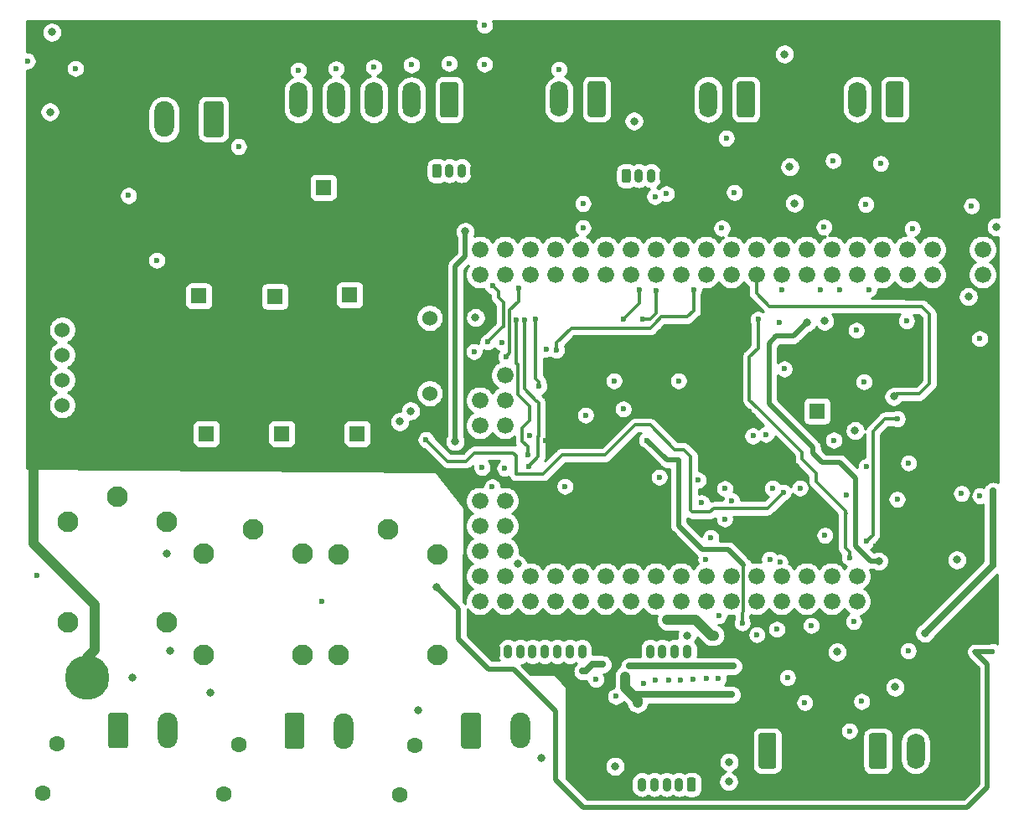
<source format=gbr>
%TF.GenerationSoftware,KiCad,Pcbnew,(5.1.9)-1*%
%TF.CreationDate,2021-04-23T08:11:54+03:00*%
%TF.ProjectId,Car_bs_controller_nex_mega,4361725f-6273-45f6-936f-6e74726f6c6c,rev?*%
%TF.SameCoordinates,Original*%
%TF.FileFunction,Copper,L3,Inr*%
%TF.FilePolarity,Positive*%
%FSLAX46Y46*%
G04 Gerber Fmt 4.6, Leading zero omitted, Abs format (unit mm)*
G04 Created by KiCad (PCBNEW (5.1.9)-1) date 2021-04-23 08:11:54*
%MOMM*%
%LPD*%
G01*
G04 APERTURE LIST*
%TA.AperFunction,ComponentPad*%
%ADD10C,1.600000*%
%TD*%
%TA.AperFunction,ComponentPad*%
%ADD11R,1.600000X1.600000*%
%TD*%
%TA.AperFunction,ComponentPad*%
%ADD12C,2.100000*%
%TD*%
%TA.AperFunction,ComponentPad*%
%ADD13C,1.524000*%
%TD*%
%TA.AperFunction,ComponentPad*%
%ADD14O,0.900000X1.400000*%
%TD*%
%TA.AperFunction,ComponentPad*%
%ADD15C,1.676400*%
%TD*%
%TA.AperFunction,ComponentPad*%
%ADD16O,2.000000X3.600000*%
%TD*%
%TA.AperFunction,ComponentPad*%
%ADD17O,1.800000X3.600000*%
%TD*%
%TA.AperFunction,ViaPad*%
%ADD18C,0.600000*%
%TD*%
%TA.AperFunction,ViaPad*%
%ADD19C,4.500000*%
%TD*%
%TA.AperFunction,ViaPad*%
%ADD20C,0.800000*%
%TD*%
%TA.AperFunction,Conductor*%
%ADD21C,1.000000*%
%TD*%
%TA.AperFunction,Conductor*%
%ADD22C,0.700000*%
%TD*%
%TA.AperFunction,Conductor*%
%ADD23C,0.350000*%
%TD*%
%TA.AperFunction,Conductor*%
%ADD24C,0.500000*%
%TD*%
%TA.AperFunction,Conductor*%
%ADD25C,0.254000*%
%TD*%
%TA.AperFunction,Conductor*%
%ADD26C,0.100000*%
%TD*%
G04 APERTURE END LIST*
D10*
%TO.N,GND*%
%TO.C,C20*%
X138404600Y-81584800D03*
D11*
%TO.N,+5v_FROM_MCU*%
X138404600Y-84084800D03*
%TD*%
D10*
%TO.N,GND*%
%TO.C,C13*%
X75946000Y-69953500D03*
D11*
%TO.N,7.2V_stab*%
X75946000Y-72453500D03*
%TD*%
D10*
%TO.N,GND*%
%TO.C,C11*%
X91186000Y-69839200D03*
D11*
%TO.N,7.2V_stab*%
X91186000Y-72339200D03*
%TD*%
D10*
%TO.N,GND*%
%TO.C,C12*%
X83616800Y-69991600D03*
D11*
%TO.N,7.2V_stab*%
X83616800Y-72491600D03*
%TD*%
D10*
%TO.N,GND*%
%TO.C,C9*%
X76708000Y-83860000D03*
D11*
%TO.N,5V_sensors_stab*%
X76708000Y-86360000D03*
%TD*%
D10*
%TO.N,GND*%
%TO.C,C8*%
X84328000Y-83860000D03*
D11*
%TO.N,5V_sensors_stab*%
X84328000Y-86360000D03*
%TD*%
D10*
%TO.N,GND*%
%TO.C,C7*%
X91948000Y-83860000D03*
D11*
%TO.N,5V_sensors_stab*%
X91948000Y-86360000D03*
%TD*%
D12*
%TO.N,PUMP_RELAY_COM*%
%TO.C,REL3*%
X67691000Y-92773500D03*
%TO.N,+12V*%
X72691000Y-95273500D03*
%TO.N,Net-(R46-Pad1)*%
X62691000Y-95273500D03*
%TO.N,N/C*%
X72691000Y-105473500D03*
%TO.N,PUMP_RELAY_NO*%
X62691000Y-105473500D03*
%TD*%
%TO.N,CONVERTER_RELAY_COM*%
%TO.C,REL2*%
X95076000Y-96052000D03*
%TO.N,+12V*%
X100076000Y-98552000D03*
%TO.N,Net-(R48-Pad1)*%
X90076000Y-98552000D03*
%TO.N,N/C*%
X100076000Y-108752000D03*
%TO.N,CONVERTER_RELAY_NO*%
X90076000Y-108752000D03*
%TD*%
%TO.N,LIGHT_RELAY_COM*%
%TO.C,REL1*%
X81423500Y-96012000D03*
%TO.N,+12V*%
X86423500Y-98512000D03*
%TO.N,Net-(R47-Pad1)*%
X76423500Y-98512000D03*
%TO.N,N/C*%
X86423500Y-108712000D03*
%TO.N,LIGHT_RELAY_NO*%
X76423500Y-108712000D03*
%TD*%
D13*
%TO.N,GND*%
%TO.C,D8*%
X62133600Y-73324900D03*
%TO.N,Net-(C2-Pad1)*%
X62133600Y-75864900D03*
X62133600Y-78404900D03*
%TO.N,Net-(C4-Pad1)*%
X62133600Y-80944900D03*
%TO.N,Net-(C5-Pad1)*%
X62133600Y-83484900D03*
%TO.N,7.2V_stab*%
X99268400Y-74671100D03*
%TO.N,GND*%
X99268400Y-77211100D03*
X99268400Y-79751100D03*
%TO.N,5V_sensors_stab*%
X99268400Y-82291100D03*
%TD*%
D14*
%TO.N,GND*%
%TO.C,J12*%
X122876000Y-60299600D03*
%TO.N,MCU_I2C_SCL*%
X121626000Y-60299600D03*
%TO.N,MCU_I2C_SDA*%
X120376000Y-60299600D03*
%TO.N,Net-(F4-Pad1)*%
%TA.AperFunction,ComponentPad*%
G36*
G01*
X118676000Y-60774600D02*
X118676000Y-59824600D01*
G75*
G02*
X118901000Y-59599600I225000J0D01*
G01*
X119351000Y-59599600D01*
G75*
G02*
X119576000Y-59824600I0J-225000D01*
G01*
X119576000Y-60774600D01*
G75*
G02*
X119351000Y-60999600I-225000J0D01*
G01*
X118901000Y-60999600D01*
G75*
G02*
X118676000Y-60774600I0J225000D01*
G01*
G37*
%TD.AperFunction*%
%TD*%
%TO.N,Socket_spare_out_+12v*%
%TO.C,J8*%
X120710000Y-121839000D03*
%TO.N,Socket_spare_out_4*%
X121960000Y-121839000D03*
%TO.N,Socket_spare_out_3*%
X123210000Y-121839000D03*
%TO.N,Socket_spare_out_2*%
X124460000Y-121839000D03*
%TO.N,Socket_spare_out_1*%
%TA.AperFunction,ComponentPad*%
G36*
G01*
X126160000Y-121364000D02*
X126160000Y-122314000D01*
G75*
G02*
X125935000Y-122539000I-225000J0D01*
G01*
X125485000Y-122539000D01*
G75*
G02*
X125260000Y-122314000I0J225000D01*
G01*
X125260000Y-121364000D01*
G75*
G02*
X125485000Y-121139000I225000J0D01*
G01*
X125935000Y-121139000D01*
G75*
G02*
X126160000Y-121364000I0J-225000D01*
G01*
G37*
%TD.AperFunction*%
%TD*%
D15*
%TO.N,N/C*%
%TO.C,U1*%
X155126000Y-70292000D03*
%TO.N,7.2V_stab*%
X155126000Y-67752000D03*
%TO.N,GND*%
X152586000Y-70292000D03*
X152586000Y-67752000D03*
%TO.N,+5v_FROM_MCU*%
X150046000Y-67752000D03*
%TO.N,N/C*%
X150046000Y-70292000D03*
%TO.N,+3v3_from_MCU*%
X147506000Y-70292000D03*
X147506000Y-67752000D03*
%TO.N,MCU_rst*%
X144966000Y-67752000D03*
%TO.N,MCU_Uref_2.5v*%
X144966000Y-70292000D03*
%TO.N,N/C*%
X142426000Y-70292000D03*
X142426000Y-67752000D03*
%TO.N,MCU_pjon_bus_PIN*%
X139886000Y-67752000D03*
%TO.N,MCU_water_flow_sensor*%
X137346000Y-67752000D03*
%TO.N,MCU_5V_sensors_enable*%
X134806000Y-67752000D03*
%TO.N,MCU_main_supply_enable*%
X132266000Y-67752000D03*
%TO.N,N/C*%
X129726000Y-67752000D03*
%TO.N,MCU_system_status_LED*%
X127186000Y-67752000D03*
%TO.N,N/C*%
X124646000Y-67752000D03*
%TO.N,MCU_UART2_RX*%
X122106000Y-67752000D03*
%TO.N,MCU_UART1_RX*%
X119566000Y-67752000D03*
%TO.N,MCU_I2C_SCL*%
X117026000Y-67752000D03*
%TO.N,MCU_buzzer_out*%
X139886000Y-70292000D03*
%TO.N,MCU_one_wire_PIN*%
X137346000Y-70292000D03*
%TO.N,MCU_rs485_de*%
X134806000Y-70292000D03*
%TO.N,MCU_wdt_reset_to_ADM705*%
X132266000Y-70292000D03*
%TO.N,MCU_button_on_board*%
X129726000Y-70292000D03*
%TO.N,N/C*%
X127186000Y-70292000D03*
X124646000Y-70292000D03*
%TO.N,MCU_UART2_TX*%
X122106000Y-70292000D03*
%TO.N,MCU_UART1_TX*%
X119566000Y-70292000D03*
%TO.N,MCU_I2C_SDA*%
X117026000Y-70292000D03*
%TO.N,MCU_light_out*%
X114486000Y-67752000D03*
%TO.N,N/C*%
X111946000Y-67752000D03*
X109406000Y-67752000D03*
X106866000Y-67752000D03*
%TO.N,MCU_spare_out_1*%
X104326000Y-67752000D03*
%TO.N,N/C*%
X104326000Y-70292000D03*
X106866000Y-70292000D03*
X109406000Y-70292000D03*
%TO.N,MCU_converter_out*%
X111946000Y-70292000D03*
%TO.N,MCU_water_pump_out*%
X114486000Y-70292000D03*
%TO.N,MCU_proximity_input*%
X142426000Y-100772000D03*
%TO.N,MCU_door_switch_input*%
X142426000Y-103312000D03*
%TO.N,MCU_ignition_switch_input*%
X139886000Y-103312000D03*
%TO.N,MCU_low_washer_water_level_input*%
X139886000Y-100772000D03*
%TO.N,MCU_sensors_voltage_test_input*%
X137346000Y-100772000D03*
%TO.N,MCU_supply_voltage_input*%
X137346000Y-103312000D03*
%TO.N,MCU_resistive_sensor_0_190*%
X134806000Y-103312000D03*
%TO.N,N/C*%
X134806000Y-100772000D03*
X132266000Y-103312000D03*
X132266000Y-100772000D03*
X129726000Y-103312000D03*
X129726000Y-100772000D03*
X127186000Y-103312000D03*
X127186000Y-100772000D03*
X124646000Y-103312000D03*
X124646000Y-100772000D03*
%TO.N,MCU_spare_out_2*%
X122106000Y-103312000D03*
%TO.N,MCU_spare_out_3*%
X122106000Y-100772000D03*
%TO.N,MCU_spare_out_4*%
X119566000Y-103312000D03*
%TO.N,MCU_encoder_SW*%
X119566000Y-100772000D03*
%TO.N,MCU_encoder_DT*%
X117026000Y-103312000D03*
%TO.N,MCU_encoder_CLK*%
X117026000Y-100772000D03*
%TO.N,N/C*%
X114486000Y-103312000D03*
X114486000Y-100772000D03*
X111946000Y-103312000D03*
%TO.N,MCU_power_OK_from_ADM705*%
X111946000Y-100772000D03*
%TO.N,MCU_spare_input_1*%
X109406000Y-103312000D03*
%TO.N,LCD_RST*%
X109406000Y-100772000D03*
%TO.N,LCD_BLA*%
X106866000Y-103312000D03*
%TO.N,N/C*%
X106866000Y-100772000D03*
X104326000Y-103312000D03*
X104326000Y-100772000D03*
X104326000Y-98232000D03*
X106866000Y-98232000D03*
%TO.N,LCD_RW_MCU_MOSI*%
X106866000Y-95692000D03*
%TO.N,N/C*%
X104326000Y-95692000D03*
%TO.N,LCD_E_MCU_SCLK*%
X104326000Y-93152000D03*
%TO.N,LCD_DI_MCU_CS*%
X106866000Y-93152000D03*
%TO.N,N/C*%
X106866000Y-80452000D03*
%TO.N,GND*%
X104326000Y-80452000D03*
%TO.N,N/C*%
X106866000Y-82992000D03*
X106866000Y-85532000D03*
X104326000Y-85532000D03*
X104326000Y-82992000D03*
%TD*%
D10*
%TO.N,PUMP_RELAY_NO*%
%TO.C,RV4*%
X61634500Y-117745500D03*
%TO.N,PUMP_RELAY_COM*%
X60134500Y-122745500D03*
%TD*%
%TO.N,CONVERTER_RELAY_NO*%
%TO.C,RV3*%
X97766000Y-117872500D03*
%TO.N,CONVERTER_RELAY_COM*%
X96266000Y-122872500D03*
%TD*%
%TO.N,LIGHT_RELAY_NO*%
%TO.C,RV2*%
X79986000Y-117809000D03*
%TO.N,LIGHT_RELAY_COM*%
X78486000Y-122809000D03*
%TD*%
D16*
%TO.N,CONVERTER_RELAY_COM*%
%TO.C,J15*%
X108439000Y-116398000D03*
%TO.N,CONVERTER_RELAY_NO*%
%TA.AperFunction,ComponentPad*%
G36*
G01*
X102439000Y-117948000D02*
X102439000Y-114848000D01*
G75*
G02*
X102689000Y-114598000I250000J0D01*
G01*
X104189000Y-114598000D01*
G75*
G02*
X104439000Y-114848000I0J-250000D01*
G01*
X104439000Y-117948000D01*
G75*
G02*
X104189000Y-118198000I-250000J0D01*
G01*
X102689000Y-118198000D01*
G75*
G02*
X102439000Y-117948000I0J250000D01*
G01*
G37*
%TD.AperFunction*%
%TD*%
%TO.N,LIGHT_RELAY_COM*%
%TO.C,J14*%
X90598000Y-116408000D03*
%TO.N,LIGHT_RELAY_NO*%
%TA.AperFunction,ComponentPad*%
G36*
G01*
X84598000Y-117958000D02*
X84598000Y-114858000D01*
G75*
G02*
X84848000Y-114608000I250000J0D01*
G01*
X86348000Y-114608000D01*
G75*
G02*
X86598000Y-114858000I0J-250000D01*
G01*
X86598000Y-117958000D01*
G75*
G02*
X86348000Y-118208000I-250000J0D01*
G01*
X84848000Y-118208000D01*
G75*
G02*
X84598000Y-117958000I0J250000D01*
G01*
G37*
%TD.AperFunction*%
%TD*%
%TO.N,PUMP_RELAY_COM*%
%TO.C,J13*%
X72787500Y-116373000D03*
%TO.N,PUMP_RELAY_NO*%
%TA.AperFunction,ComponentPad*%
G36*
G01*
X66787500Y-117923000D02*
X66787500Y-114823000D01*
G75*
G02*
X67037500Y-114573000I250000J0D01*
G01*
X68537500Y-114573000D01*
G75*
G02*
X68787500Y-114823000I0J-250000D01*
G01*
X68787500Y-117923000D01*
G75*
G02*
X68537500Y-118173000I-250000J0D01*
G01*
X67037500Y-118173000D01*
G75*
G02*
X66787500Y-117923000I0J250000D01*
G01*
G37*
%TD.AperFunction*%
%TD*%
D17*
%TO.N,GND*%
%TO.C,J7*%
X138643000Y-52572900D03*
%TO.N,ONE_WARE_INPUT*%
X142453000Y-52572900D03*
%TO.N,Net-(D43-Pad2)*%
%TA.AperFunction,ComponentPad*%
G36*
G01*
X147163000Y-51022900D02*
X147163000Y-54122900D01*
G75*
G02*
X146913000Y-54372900I-250000J0D01*
G01*
X145613000Y-54372900D01*
G75*
G02*
X145363000Y-54122900I0J250000D01*
G01*
X145363000Y-51022900D01*
G75*
G02*
X145613000Y-50772900I250000J0D01*
G01*
X146913000Y-50772900D01*
G75*
G02*
X147163000Y-51022900I0J-250000D01*
G01*
G37*
%TD.AperFunction*%
%TD*%
%TO.N,GND*%
%TO.C,J6*%
X137201000Y-118415000D03*
%TO.N,RESISTIVE_SENSOR_0_190*%
%TA.AperFunction,ComponentPad*%
G36*
G01*
X132491000Y-119965000D02*
X132491000Y-116865000D01*
G75*
G02*
X132741000Y-116615000I250000J0D01*
G01*
X134041000Y-116615000D01*
G75*
G02*
X134291000Y-116865000I0J-250000D01*
G01*
X134291000Y-119965000D01*
G75*
G02*
X134041000Y-120215000I-250000J0D01*
G01*
X132741000Y-120215000D01*
G75*
G02*
X132491000Y-119965000I0J250000D01*
G01*
G37*
%TD.AperFunction*%
%TD*%
%TO.N,RS485_B*%
%TO.C,J5*%
X148361000Y-118440000D03*
%TO.N,RS485_A*%
%TA.AperFunction,ComponentPad*%
G36*
G01*
X143651000Y-119990000D02*
X143651000Y-116890000D01*
G75*
G02*
X143901000Y-116640000I250000J0D01*
G01*
X145201000Y-116640000D01*
G75*
G02*
X145451000Y-116890000I0J-250000D01*
G01*
X145451000Y-119990000D01*
G75*
G02*
X145201000Y-120240000I-250000J0D01*
G01*
X143901000Y-120240000D01*
G75*
G02*
X143651000Y-119990000I0J250000D01*
G01*
G37*
%TD.AperFunction*%
%TD*%
%TO.N,GND*%
%TO.C,J4*%
X123591000Y-52572900D03*
%TO.N,PJON_BUS*%
X127401000Y-52572900D03*
%TO.N,Net-(D41-Pad2)*%
%TA.AperFunction,ComponentPad*%
G36*
G01*
X132111000Y-51022900D02*
X132111000Y-54122900D01*
G75*
G02*
X131861000Y-54372900I-250000J0D01*
G01*
X130561000Y-54372900D01*
G75*
G02*
X130311000Y-54122900I0J250000D01*
G01*
X130311000Y-51022900D01*
G75*
G02*
X130561000Y-50772900I250000J0D01*
G01*
X131861000Y-50772900D01*
G75*
G02*
X132111000Y-51022900I0J-250000D01*
G01*
G37*
%TD.AperFunction*%
%TD*%
%TO.N,GND*%
%TO.C,J3*%
X108514000Y-52547500D03*
%TO.N,PROXIMITY_SENSOR_INPUT*%
X112324000Y-52547500D03*
%TO.N,Net-(D42-Pad2)*%
%TA.AperFunction,ComponentPad*%
G36*
G01*
X117034000Y-50997500D02*
X117034000Y-54097500D01*
G75*
G02*
X116784000Y-54347500I-250000J0D01*
G01*
X115484000Y-54347500D01*
G75*
G02*
X115234000Y-54097500I0J250000D01*
G01*
X115234000Y-50997500D01*
G75*
G02*
X115484000Y-50747500I250000J0D01*
G01*
X116784000Y-50747500D01*
G75*
G02*
X117034000Y-50997500I0J-250000D01*
G01*
G37*
%TD.AperFunction*%
%TD*%
%TO.N,SPARE_INPUT_1*%
%TO.C,J2*%
X85996000Y-52603400D03*
%TO.N,WATER_FLOW_SENSOR_INPUT*%
X89806000Y-52603400D03*
%TO.N,LOW_WASHER_WATER_LEVEL_INPUT*%
X93616000Y-52603400D03*
%TO.N,IGNITION_SWITCH_INPUT*%
X97426000Y-52603400D03*
%TO.N,DOOR_SWITCH_INPUT*%
%TA.AperFunction,ComponentPad*%
G36*
G01*
X102136000Y-51053400D02*
X102136000Y-54153400D01*
G75*
G02*
X101886000Y-54403400I-250000J0D01*
G01*
X100586000Y-54403400D01*
G75*
G02*
X100336000Y-54153400I0J250000D01*
G01*
X100336000Y-51053400D01*
G75*
G02*
X100586000Y-50803400I250000J0D01*
G01*
X101886000Y-50803400D01*
G75*
G02*
X102136000Y-51053400I0J-250000D01*
G01*
G37*
%TD.AperFunction*%
%TD*%
D16*
%TO.N,GND*%
%TO.C,J1*%
X67429400Y-54584600D03*
%TO.N,Power_supply_12V*%
X72429400Y-54584600D03*
%TO.N,Power_enable(ACC\u002CBUTTON)*%
%TA.AperFunction,ComponentPad*%
G36*
G01*
X78429400Y-53034600D02*
X78429400Y-56134600D01*
G75*
G02*
X78179400Y-56384600I-250000J0D01*
G01*
X76679400Y-56384600D01*
G75*
G02*
X76429400Y-56134600I0J250000D01*
G01*
X76429400Y-53034600D01*
G75*
G02*
X76679400Y-52784600I250000J0D01*
G01*
X78179400Y-52784600D01*
G75*
G02*
X78429400Y-53034600I0J-250000D01*
G01*
G37*
%TD.AperFunction*%
%TD*%
D10*
%TO.N,GND*%
%TO.C,C2*%
X92319000Y-61468000D03*
D11*
%TO.N,Net-(C2-Pad1)*%
X88519000Y-61468000D03*
%TD*%
D14*
%TO.N,Net-(J9-Pad8)*%
%TO.C,J9*%
X114658000Y-108392000D03*
%TO.N,LCD_RST*%
X113408000Y-108392000D03*
%TO.N,LCD_E_MCU_SCLK*%
X112158000Y-108392000D03*
%TO.N,LCD_RW_MCU_MOSI*%
X110908000Y-108392000D03*
%TO.N,LCD_DI_MCU_CS*%
X109658000Y-108392000D03*
%TO.N,Net-(J9-Pad3)*%
X108408000Y-108392000D03*
%TO.N,Net-(F3-Pad1)*%
X107158000Y-108392000D03*
%TO.N,GND*%
%TA.AperFunction,ComponentPad*%
G36*
G01*
X105458000Y-108867000D02*
X105458000Y-107917000D01*
G75*
G02*
X105683000Y-107692000I225000J0D01*
G01*
X106133000Y-107692000D01*
G75*
G02*
X106358000Y-107917000I0J-225000D01*
G01*
X106358000Y-108867000D01*
G75*
G02*
X106133000Y-109092000I-225000J0D01*
G01*
X105683000Y-109092000D01*
G75*
G02*
X105458000Y-108867000I0J225000D01*
G01*
G37*
%TD.AperFunction*%
%TD*%
%TO.N,MCU_encoder_CLK*%
%TO.C,J10*%
X125274000Y-108372000D03*
%TO.N,MCU_encoder_DT*%
X124024000Y-108372000D03*
%TO.N,MCU_encoder_SW*%
X122774000Y-108372000D03*
%TO.N,Net-(F3-Pad1)*%
X121524000Y-108372000D03*
%TO.N,GND*%
%TA.AperFunction,ComponentPad*%
G36*
G01*
X119824000Y-108847000D02*
X119824000Y-107897000D01*
G75*
G02*
X120049000Y-107672000I225000J0D01*
G01*
X120499000Y-107672000D01*
G75*
G02*
X120724000Y-107897000I0J-225000D01*
G01*
X120724000Y-108847000D01*
G75*
G02*
X120499000Y-109072000I-225000J0D01*
G01*
X120049000Y-109072000D01*
G75*
G02*
X119824000Y-108847000I0J225000D01*
G01*
G37*
%TD.AperFunction*%
%TD*%
%TO.N,GND*%
%TO.C,J11*%
X103733600Y-59791600D03*
%TO.N,MCU_UART1_TX*%
X102483600Y-59791600D03*
%TO.N,MCU_UART1_RX*%
X101233600Y-59791600D03*
%TO.N,Net-(J11-Pad1)*%
%TA.AperFunction,ComponentPad*%
G36*
G01*
X99533600Y-60266600D02*
X99533600Y-59316600D01*
G75*
G02*
X99758600Y-59091600I225000J0D01*
G01*
X100208600Y-59091600D01*
G75*
G02*
X100433600Y-59316600I0J-225000D01*
G01*
X100433600Y-60266600D01*
G75*
G02*
X100208600Y-60491600I-225000J0D01*
G01*
X99758600Y-60491600D01*
G75*
G02*
X99533600Y-60266600I0J225000D01*
G01*
G37*
%TD.AperFunction*%
%TD*%
D18*
%TO.N,GND*%
X131526280Y-84132420D03*
D19*
X150678000Y-59974500D03*
X64678600Y-59954200D03*
D20*
X71755000Y-48641000D03*
X143256000Y-74853800D03*
X124327920Y-86799420D03*
X67322700Y-48468280D03*
D18*
X114066320Y-79781400D03*
X114424460Y-81864200D03*
X111011700Y-87039720D03*
X115763080Y-85786000D03*
X114504460Y-89785200D03*
X128678940Y-90561160D03*
D20*
X138522710Y-79891890D03*
D18*
X144331690Y-97740470D03*
X139704960Y-97962600D03*
X145569940Y-103624380D03*
X151858640Y-100471900D03*
X149299930Y-88924130D03*
D20*
X122664220Y-50241200D03*
X137398760Y-49347120D03*
X121351040Y-97180400D03*
X140299040Y-111989000D03*
D19*
X150693000Y-111008000D03*
X64668400Y-110998000D03*
D20*
X150370540Y-107858560D03*
X136602200Y-78535800D03*
D18*
X152586000Y-62960940D03*
D20*
X113593880Y-111457740D03*
D18*
X104796650Y-107280650D03*
D20*
X119235220Y-107038140D03*
X136436100Y-115379500D03*
X148051520Y-80439260D03*
X66057780Y-53474620D03*
D18*
X156428440Y-52537360D03*
X145492470Y-92175330D03*
X135336280Y-91180920D03*
X128767840Y-77149960D03*
X137577830Y-92863670D03*
%TO.N,5V_sensors_stab*%
X135001000Y-92298520D03*
X98894900Y-86969600D03*
D20*
%TO.N,7.2V_stab*%
X103886000Y-74625200D03*
%TO.N,MCU_water_flow_sensor*%
X144640300Y-99255580D03*
D18*
X138711940Y-71856600D03*
D20*
X137388600Y-75117960D03*
D18*
%TO.N,MCU_spare_input_1*%
X142370810Y-75919330D03*
X134594600Y-75090020D03*
D20*
X108138500Y-99536980D03*
D18*
X104561640Y-89796620D03*
X103748840Y-78051660D03*
X111020860Y-77817980D03*
%TO.N,MCU_ignition_switch_input*%
X143362680Y-89700100D03*
X140098780Y-87020400D03*
X139202160Y-96644460D03*
%TO.N,MCU_door_switch_input*%
X134637780Y-99362260D03*
X129080260Y-91914980D03*
X126715520Y-93342460D03*
%TO.N,MCU_proximity_input*%
X141361160Y-92593160D03*
%TO.N,MCU_low_washer_water_level_input*%
X154866340Y-92641420D03*
D20*
%TO.N,+5v_FROM_MCU*%
X156507180Y-65450720D03*
D18*
X131926330Y-86592410D03*
X122447320Y-90752660D03*
X115011200Y-84493100D03*
X133918960Y-91884500D03*
D20*
X142240000Y-86057740D03*
D18*
X153004600Y-92412740D03*
D20*
X136136380Y-63063120D03*
X135639810Y-59386470D03*
X119918480Y-54772560D03*
X135112760Y-47993300D03*
D18*
X147619720Y-108315760D03*
X147447000Y-74963020D03*
X137817860Y-105760520D03*
X135417560Y-111018320D03*
D20*
X153700480Y-72506840D03*
X149301200Y-106530140D03*
X146289160Y-111989000D03*
X140431520Y-108422440D03*
X152532080Y-99123500D03*
%TO.N,MCU_5V_sensors_enable*%
X96240600Y-85140800D03*
%TO.N,MCU_main_supply_enable*%
X97332800Y-84074000D03*
D18*
%TO.N,Net-(D31-Pad2)*%
X129235200Y-56489600D03*
%TO.N,MCU_supply_voltage_input*%
X127662940Y-96878140D03*
X126405640Y-91074240D03*
X124399040Y-81020920D03*
%TO.N,MCU_resistive_sensor_0_190*%
X127175260Y-99072700D03*
%TO.N,MCU_sensors_voltage_test_input*%
X135082280Y-79822040D03*
X136674860Y-91854020D03*
D20*
%TO.N,Power_supply_12V*%
X61087000Y-45783500D03*
%TO.N,Net-(F3-Pad1)*%
X102849680Y-65928240D03*
X101846380Y-87162640D03*
D18*
X118076980Y-112925860D03*
X116060220Y-111201200D03*
%TO.N,SPARE_INPUT_1*%
X85996000Y-49601900D03*
X106532680Y-77134720D03*
%TO.N,WATER_FLOW_SENSOR_INPUT*%
X89806000Y-49491120D03*
X146491960Y-93004640D03*
%TO.N,LOW_WASHER_WATER_LEVEL_INPUT*%
X93616000Y-49323480D03*
X154835860Y-76761340D03*
%TO.N,IGNITION_SWITCH_INPUT*%
X97426000Y-49087260D03*
X133228080Y-86438740D03*
%TO.N,DOOR_SWITCH_INPUT*%
X112936020Y-91691460D03*
X101236000Y-48945020D03*
%TO.N,PROXIMITY_SENSOR_INPUT*%
X112324000Y-49545360D03*
X129788920Y-93146880D03*
D20*
%TO.N,MCU_encoder_CLK*%
X125265180Y-106756200D03*
D18*
%TO.N,MCU_UART1_TX*%
X114752120Y-63096140D03*
X114752120Y-65542160D03*
%TO.N,MCU_pjon_bus_PIN*%
X130055620Y-61976000D03*
%TO.N,MCU_one_wire_PIN*%
X140022580Y-58762900D03*
X144820640Y-59057540D03*
X143332200Y-63185040D03*
D20*
%TO.N,MCU_wdt_reset_to_ADM705*%
X146156680Y-82605880D03*
D18*
%TO.N,MCU_power_OK_from_ADM705*%
X143421100Y-97218500D03*
X146519900Y-84861400D03*
%TO.N,MCU_system_status_LED*%
X125933200Y-71795640D03*
X59598560Y-100700840D03*
X109400340Y-86570820D03*
X112064800Y-77917040D03*
%TO.N,MCU_rs485_de*%
X134806000Y-71792520D03*
X141673580Y-98884740D03*
X132450840Y-74825860D03*
%TO.N,MCU_UART2_RX*%
X120422670Y-71845170D03*
X118849140Y-74754740D03*
X109994700Y-74754740D03*
X110329980Y-81554320D03*
X133619240Y-99060000D03*
X134332980Y-106138980D03*
X137167620Y-113545620D03*
%TO.N,MCU_UART2_TX*%
X122106000Y-71874960D03*
X120794780Y-74747120D03*
X129070100Y-94980760D03*
X128457960Y-104772460D03*
X142090140Y-105349040D03*
X132323840Y-106690160D03*
D20*
%TO.N,MCU_buzzer_out*%
X139166600Y-74985880D03*
D18*
X140718540Y-71843900D03*
%TO.N,MCU_button_on_board*%
X128790700Y-65598040D03*
X139110720Y-65488820D03*
X148038820Y-65628520D03*
X154017980Y-63334900D03*
%TO.N,MCU_spare_out_4*%
X120837960Y-111592360D03*
%TO.N,MCU_spare_out_3*%
X122077480Y-111252000D03*
%TO.N,MCU_spare_out_2*%
X123380500Y-111295180D03*
%TO.N,MCU_water_pump_out*%
X108849160Y-74858880D03*
X109260640Y-89646760D03*
X128435100Y-111081820D03*
%TO.N,MCU_converter_out*%
X108229400Y-71686420D03*
X106974640Y-78587600D03*
X106850180Y-89870280D03*
X125834140Y-111226600D03*
%TO.N,MCU_spare_out_1*%
X105597960Y-71394320D03*
X105143300Y-77086460D03*
X105585260Y-91752420D03*
X124640340Y-111318040D03*
%TO.N,MCU_light_out*%
X108041440Y-74843640D03*
X109169200Y-88524080D03*
X127233680Y-111147860D03*
%TO.N,MCU_rst*%
X143144240Y-81114900D03*
X143634460Y-71782940D03*
D20*
%TO.N,+12V*%
X60904100Y-53840400D03*
X72691000Y-98494840D03*
X69227700Y-110990380D03*
X117985040Y-119982480D03*
X110586520Y-119115840D03*
D18*
%TO.N,MCU_I2C_SCL*%
X123172220Y-62115700D03*
%TO.N,MCU_I2C_SDA*%
X122021600Y-62384940D03*
%TO.N,Net-(D3-Pad1)*%
X71691500Y-68834000D03*
X68834000Y-62293500D03*
X79946500Y-57340500D03*
%TO.N,Net-(C23-Pad1)*%
X156128720Y-108404660D03*
X147647660Y-89334340D03*
D20*
X99959160Y-101894640D03*
D18*
X58618120Y-48694340D03*
%TO.N,Net-(C30-Pad1)*%
X63468250Y-49444910D03*
X104810560Y-45092620D03*
X104810560Y-49016920D03*
X117889020Y-81018380D03*
X118821200Y-83873340D03*
%TO.N,Net-(C32-Pad1)*%
X130848100Y-105496360D03*
X121221500Y-87020400D03*
%TO.N,Net-(R39-Pad1)*%
X141671040Y-116405660D03*
%TO.N,Net-(R42-Pad2)*%
X142906750Y-113432590D03*
D20*
%TO.N,Net-(R46-Pad1)*%
X129522220Y-119567960D03*
X77139800Y-112524540D03*
X73070720Y-108348780D03*
%TO.N,Net-(R47-Pad1)*%
X129484120Y-121539000D03*
X98087180Y-114320320D03*
D18*
X88338660Y-103322120D03*
%TD*%
D21*
%TO.N,*%
X123281440Y-105206800D02*
X126146560Y-105206800D01*
X126146560Y-105206800D02*
X127698500Y-106758740D01*
X127698500Y-106758740D02*
X127998220Y-106758740D01*
X120279160Y-113565940D02*
X120279160Y-113306860D01*
X119006620Y-112034320D02*
X119006620Y-110911640D01*
D22*
X114693700Y-110355380D02*
X115062000Y-110355380D01*
X115062000Y-110355380D02*
X115742720Y-109674660D01*
X115742720Y-109674660D02*
X116746020Y-109674660D01*
X119717820Y-112745520D02*
X129788920Y-112745520D01*
D21*
X120279160Y-113306860D02*
X119717820Y-112745520D01*
X119717820Y-112745520D02*
X119006620Y-112034320D01*
D22*
X119440960Y-109862620D02*
X129941320Y-109862620D01*
D21*
%TO.N,GND*%
X64668400Y-110998000D02*
X64668400Y-108953300D01*
X64668400Y-108953300D02*
X65410080Y-108211620D01*
X65410080Y-108211620D02*
X65410080Y-103677720D01*
X65410080Y-103677720D02*
X59217560Y-97485200D01*
X59217560Y-97485200D02*
X59217560Y-89364820D01*
D23*
%TO.N,5V_sensors_stab*%
X133377639Y-93921881D02*
X127973121Y-93921881D01*
X135001000Y-92298520D02*
X133377639Y-93921881D01*
X127973121Y-93921881D02*
X127607662Y-94287340D01*
X127607662Y-94287340D02*
X125816360Y-94287340D01*
X125630639Y-94101619D02*
X125630639Y-88655859D01*
X125816360Y-94287340D02*
X125630639Y-94101619D01*
X125630639Y-88655859D02*
X124952760Y-87977980D01*
X124952760Y-87977980D02*
X124010420Y-87977980D01*
X124010420Y-87977980D02*
X121521220Y-85488780D01*
X121521220Y-85488780D02*
X120040400Y-85488780D01*
X120040400Y-85488780D02*
X117010180Y-88519000D01*
X117010180Y-88519000D02*
X112654080Y-88519000D01*
X110751319Y-90421761D02*
X107965541Y-90421761D01*
X112654080Y-88519000D02*
X110751319Y-90421761D01*
X107965541Y-90421761D02*
X107965541Y-88590421D01*
X107965541Y-88590421D02*
X107678220Y-88303100D01*
X107678220Y-88303100D02*
X103804720Y-88303100D01*
X103804720Y-88303100D02*
X102969060Y-89138760D01*
X102969060Y-89138760D02*
X101064060Y-89138760D01*
X101064060Y-89138760D02*
X98894900Y-86969600D01*
X98894900Y-86969600D02*
X98854260Y-86928960D01*
D24*
%TO.N,MCU_water_flow_sensor*%
X144640300Y-99255580D02*
X143804640Y-99255580D01*
X143804640Y-99255580D02*
X142298420Y-97749360D01*
X142298420Y-97749360D02*
X142298420Y-90855800D01*
X142298420Y-90855800D02*
X140716000Y-89273380D01*
X140716000Y-89273380D02*
X138930380Y-89273380D01*
X138930380Y-89273380D02*
X137990580Y-88333580D01*
X137990580Y-88333580D02*
X137990580Y-87767160D01*
X137990580Y-87767160D02*
X133537960Y-83314540D01*
X133537960Y-77256662D02*
X134289822Y-76504800D01*
X133537960Y-83314540D02*
X133537960Y-77256662D01*
X134289822Y-76504800D02*
X135458200Y-76504800D01*
X138711940Y-71856600D02*
X138711940Y-71856600D01*
X135458200Y-76504800D02*
X136001760Y-76504800D01*
X136001760Y-76504800D02*
X137388600Y-75117960D01*
X137388600Y-75117960D02*
X137388600Y-75117960D01*
D22*
%TO.N,+5v_FROM_MCU*%
X156184600Y-92138500D02*
X156184600Y-99646740D01*
X156184600Y-99646740D02*
X149301200Y-106530140D01*
X149301200Y-106530140D02*
X149301200Y-106530140D01*
D24*
%TO.N,Net-(F3-Pad1)*%
X102849680Y-65928240D02*
X102849680Y-68442840D01*
X102849680Y-68442840D02*
X101846380Y-69446140D01*
X101846380Y-69446140D02*
X101846380Y-87162640D01*
X101846380Y-87162640D02*
X101846380Y-87162640D01*
D23*
%TO.N,MCU_wdt_reset_to_ADM705*%
X132266000Y-70292000D02*
X132266000Y-72192460D01*
X132266000Y-72192460D02*
X133560820Y-73487280D01*
X147118262Y-73487280D02*
X147161442Y-73530460D01*
X133560820Y-73487280D02*
X147118262Y-73487280D01*
X147161442Y-73530460D02*
X148983700Y-73530460D01*
X148983700Y-73530460D02*
X149771100Y-74317860D01*
X149771100Y-74317860D02*
X149771100Y-81292700D01*
X149771100Y-81292700D02*
X148724620Y-82339180D01*
X148724620Y-82339180D02*
X146423380Y-82339180D01*
X146423380Y-82339180D02*
X146156680Y-82605880D01*
X146156680Y-82605880D02*
X146156680Y-82605880D01*
%TO.N,MCU_power_OK_from_ADM705*%
X144037681Y-96601919D02*
X144037681Y-86109179D01*
X143421100Y-97218500D02*
X144037681Y-96601919D01*
X144037681Y-86109179D02*
X145285460Y-84861400D01*
X145285460Y-84861400D02*
X146519900Y-84861400D01*
X146519900Y-84861400D02*
X146519900Y-84861400D01*
%TO.N,MCU_system_status_LED*%
X59598560Y-100700840D02*
X59598560Y-100700840D01*
X109400340Y-86570820D02*
X109400340Y-86570820D01*
X112064800Y-77917040D02*
X112064800Y-77180440D01*
X113553240Y-75692000D02*
X121549160Y-75692000D01*
X121549160Y-75692000D02*
X122029220Y-75211940D01*
X112064800Y-77180440D02*
X113553240Y-75692000D01*
X122029220Y-75211940D02*
X122039380Y-75211940D01*
X122039380Y-75211940D02*
X122687080Y-74564240D01*
X122687080Y-74564240D02*
X125300740Y-74564240D01*
X125933200Y-73931780D02*
X125933200Y-71795640D01*
X125300740Y-74564240D02*
X125933200Y-73931780D01*
%TO.N,MCU_rs485_de*%
X132450840Y-83809840D02*
X136906000Y-88265000D01*
X136906000Y-88265000D02*
X136906000Y-88945720D01*
X138292840Y-90332560D02*
X138292840Y-91208860D01*
X136906000Y-88945720D02*
X138292840Y-90332560D01*
X138292840Y-91208860D02*
X141249400Y-94165420D01*
X141249400Y-94287340D02*
X141358620Y-94396560D01*
X141249400Y-94165420D02*
X141249400Y-94287340D01*
X141249400Y-94287340D02*
X141249400Y-97602040D01*
X141249400Y-97602040D02*
X141249400Y-97904300D01*
X141249400Y-97904300D02*
X141673580Y-98328480D01*
X141673580Y-98328480D02*
X141673580Y-98884740D01*
X141673580Y-98884740D02*
X141673580Y-98884740D01*
X132450840Y-83809840D02*
X132438140Y-83809840D01*
X132438140Y-83809840D02*
X131584700Y-82956400D01*
X131584700Y-82956400D02*
X131584700Y-78577440D01*
X132450840Y-77711300D02*
X132450840Y-75608180D01*
X132450840Y-75608180D02*
X132450840Y-74825860D01*
X131584700Y-78577440D02*
X132450840Y-77711300D01*
X132450840Y-75806300D02*
X132450840Y-75608180D01*
%TO.N,MCU_UART2_RX*%
X120422670Y-71845170D02*
X120422670Y-73181210D01*
X120422670Y-73181210D02*
X118849140Y-74754740D01*
X118849140Y-74754740D02*
X118841520Y-74762360D01*
X109994700Y-74754740D02*
X109994700Y-80787240D01*
X109994700Y-80787240D02*
X110329980Y-81122520D01*
X110329980Y-81122520D02*
X110329980Y-81554320D01*
X110329980Y-81554320D02*
X110329980Y-81554320D01*
%TO.N,MCU_UART2_TX*%
X122106000Y-71874960D02*
X122106000Y-73344460D01*
X122106000Y-73344460D02*
X122106000Y-74192820D01*
X122106000Y-74192820D02*
X121551700Y-74747120D01*
X121551700Y-74747120D02*
X120794780Y-74747120D01*
X120794780Y-74747120D02*
X120779540Y-74747120D01*
%TO.N,MCU_water_pump_out*%
X108849160Y-74858880D02*
X108849160Y-81851500D01*
X110075341Y-83077681D02*
X110098201Y-83077681D01*
X108849160Y-81851500D02*
X110075341Y-83077681D01*
X110098201Y-83077681D02*
X110256320Y-83235800D01*
X110256320Y-83235800D02*
X110256320Y-86636860D01*
X110256320Y-86636860D02*
X110230920Y-86662260D01*
X110230920Y-86662260D02*
X110230920Y-88676480D01*
X110230920Y-88676480D02*
X109260640Y-89646760D01*
X109260640Y-89646760D02*
X109260640Y-89646760D01*
%TO.N,MCU_converter_out*%
X108229400Y-71686420D02*
X108229400Y-72989440D01*
X107366439Y-73852401D02*
X107366439Y-78195801D01*
X108229400Y-72989440D02*
X107366439Y-73852401D01*
X107366439Y-78195801D02*
X106974640Y-78587600D01*
X106974640Y-78587600D02*
X106974640Y-78587600D01*
%TO.N,MCU_spare_out_1*%
X106214061Y-72010421D02*
X106214061Y-72592081D01*
X105597960Y-71394320D02*
X106214061Y-72010421D01*
X106214061Y-72592081D02*
X106715560Y-73093580D01*
X106715560Y-73093580D02*
X106715560Y-75577700D01*
X106715560Y-75577700D02*
X106652060Y-75577700D01*
X106652060Y-75577700D02*
X105143300Y-77086460D01*
X105143300Y-77086460D02*
X105143300Y-77086460D01*
%TO.N,MCU_light_out*%
X108041440Y-74843640D02*
X108041440Y-79260700D01*
X108041440Y-79260700D02*
X108165900Y-79385160D01*
X108165900Y-79385160D02*
X108165900Y-82395060D01*
X108165900Y-82395060D02*
X109369860Y-83599020D01*
X109369860Y-83599020D02*
X109369860Y-85029040D01*
X109369860Y-85029040D02*
X108612940Y-85785960D01*
X108612940Y-85785960D02*
X108612940Y-87124540D01*
X108612940Y-87124540D02*
X109169200Y-87680800D01*
X109169200Y-87680800D02*
X109169200Y-88524080D01*
X109169200Y-88524080D02*
X109169200Y-88524080D01*
D24*
%TO.N,Net-(C23-Pad1)*%
X156128720Y-108404660D02*
X154360880Y-108404660D01*
X154360880Y-108404660D02*
X155613100Y-109656880D01*
X155613100Y-109656880D02*
X155613100Y-122130820D01*
X153560780Y-124183140D02*
X114805460Y-124183140D01*
X155613100Y-122130820D02*
X153560780Y-124183140D01*
X114805460Y-124183140D02*
X111993680Y-121371360D01*
X111993680Y-121371360D02*
X111993680Y-114444780D01*
X111993680Y-114444780D02*
X107711240Y-110162340D01*
X107711240Y-110162340D02*
X105227120Y-110162340D01*
X105227120Y-110162340D02*
X102179120Y-107114340D01*
X102179120Y-107114340D02*
X102179120Y-105778300D01*
X102179120Y-105778300D02*
X102179120Y-104114600D01*
X102179120Y-104114600D02*
X99959160Y-101894640D01*
X99959160Y-101894640D02*
X99959160Y-101894640D01*
D23*
%TO.N,Net-(C32-Pad1)*%
X130848100Y-105496360D02*
X130848100Y-104498140D01*
X130848100Y-104498140D02*
X130972560Y-104373680D01*
X130972560Y-104373680D02*
X130972560Y-99687380D01*
D24*
X130972560Y-99687380D02*
X130972560Y-99621340D01*
X130972560Y-99621340D02*
X129423160Y-98071940D01*
X129423160Y-98071940D02*
X126801880Y-98071940D01*
X126801880Y-98071940D02*
X124399040Y-95669100D01*
X124399040Y-95669100D02*
X124399040Y-89039700D01*
X123240800Y-89039700D02*
X121221500Y-87020400D01*
X124399040Y-89039700D02*
X123240800Y-89039700D01*
%TD*%
D25*
%TO.N,GND*%
X103911492Y-44819891D02*
X103875560Y-45000531D01*
X103875560Y-45184709D01*
X103911492Y-45365349D01*
X103981974Y-45535509D01*
X104084298Y-45688648D01*
X104214532Y-45818882D01*
X104367671Y-45921206D01*
X104537831Y-45991688D01*
X104718471Y-46027620D01*
X104902649Y-46027620D01*
X105083289Y-45991688D01*
X105253449Y-45921206D01*
X105406588Y-45818882D01*
X105536822Y-45688648D01*
X105639146Y-45535509D01*
X105709628Y-45365349D01*
X105745560Y-45184709D01*
X105745560Y-45000531D01*
X105709628Y-44819891D01*
X105643400Y-44660000D01*
X156740001Y-44660000D01*
X156740001Y-63211904D01*
X156736957Y-64441148D01*
X156609119Y-64415720D01*
X156405241Y-64415720D01*
X156205282Y-64455494D01*
X156016924Y-64533515D01*
X155847406Y-64646783D01*
X155703243Y-64790946D01*
X155589975Y-64960464D01*
X155511954Y-65148822D01*
X155472180Y-65348781D01*
X155472180Y-65552659D01*
X155511954Y-65752618D01*
X155589975Y-65940976D01*
X155703243Y-66110494D01*
X155847406Y-66254657D01*
X156016924Y-66367925D01*
X156205282Y-66445946D01*
X156405241Y-66485720D01*
X156609119Y-66485720D01*
X156731954Y-66461287D01*
X156670486Y-91281332D01*
X156563366Y-91224076D01*
X156377693Y-91167753D01*
X156184600Y-91148735D01*
X155991506Y-91167753D01*
X155805833Y-91224076D01*
X155634716Y-91315540D01*
X155484730Y-91438630D01*
X155361640Y-91588616D01*
X155270176Y-91759734D01*
X155260226Y-91792536D01*
X155139069Y-91742352D01*
X154958429Y-91706420D01*
X154774251Y-91706420D01*
X154593611Y-91742352D01*
X154423451Y-91812834D01*
X154270312Y-91915158D01*
X154140078Y-92045392D01*
X154037754Y-92198531D01*
X153967272Y-92368691D01*
X153931340Y-92549331D01*
X153931340Y-92733509D01*
X153967272Y-92914149D01*
X154037754Y-93084309D01*
X154140078Y-93237448D01*
X154270312Y-93367682D01*
X154423451Y-93470006D01*
X154593611Y-93540488D01*
X154774251Y-93576420D01*
X154958429Y-93576420D01*
X155139069Y-93540488D01*
X155199600Y-93515415D01*
X155199601Y-99238738D01*
X148835631Y-105602709D01*
X148810944Y-105612935D01*
X148641426Y-105726203D01*
X148497263Y-105870366D01*
X148383995Y-106039884D01*
X148305974Y-106228242D01*
X148266200Y-106428201D01*
X148266200Y-106632079D01*
X148305974Y-106832038D01*
X148383995Y-107020396D01*
X148497263Y-107189914D01*
X148641426Y-107334077D01*
X148810944Y-107447345D01*
X148999302Y-107525366D01*
X149199261Y-107565140D01*
X149403139Y-107565140D01*
X149603098Y-107525366D01*
X149791456Y-107447345D01*
X149960974Y-107334077D01*
X150105137Y-107189914D01*
X150218405Y-107020396D01*
X150228631Y-106995709D01*
X156647465Y-100576876D01*
X156630034Y-107615113D01*
X156571609Y-107576074D01*
X156401449Y-107505592D01*
X156220809Y-107469660D01*
X156036631Y-107469660D01*
X155855991Y-107505592D01*
X155822028Y-107519660D01*
X154404349Y-107519660D01*
X154360880Y-107515379D01*
X154317411Y-107519660D01*
X154317403Y-107519660D01*
X154187390Y-107532465D01*
X154020567Y-107583071D01*
X153866821Y-107665249D01*
X153732063Y-107775843D01*
X153621469Y-107910601D01*
X153539291Y-108064347D01*
X153488685Y-108231170D01*
X153471598Y-108404660D01*
X153488685Y-108578150D01*
X153539291Y-108744973D01*
X153621469Y-108898719D01*
X153732063Y-109033477D01*
X153765836Y-109061194D01*
X154728100Y-110023459D01*
X154728101Y-121764240D01*
X153194202Y-123298140D01*
X115172039Y-123298140D01*
X113409605Y-121535706D01*
X119625000Y-121535706D01*
X119625000Y-122142293D01*
X119640700Y-122301696D01*
X119702741Y-122506219D01*
X119803491Y-122694710D01*
X119939078Y-122859922D01*
X120104290Y-122995509D01*
X120292780Y-123096259D01*
X120497303Y-123158300D01*
X120710000Y-123179249D01*
X120922696Y-123158300D01*
X121127219Y-123096259D01*
X121315710Y-122995509D01*
X121335000Y-122979678D01*
X121354290Y-122995509D01*
X121542780Y-123096259D01*
X121747303Y-123158300D01*
X121960000Y-123179249D01*
X122172696Y-123158300D01*
X122377219Y-123096259D01*
X122565710Y-122995509D01*
X122585000Y-122979678D01*
X122604290Y-122995509D01*
X122792780Y-123096259D01*
X122997303Y-123158300D01*
X123210000Y-123179249D01*
X123422696Y-123158300D01*
X123627219Y-123096259D01*
X123815710Y-122995509D01*
X123835000Y-122979678D01*
X123854290Y-122995509D01*
X124042780Y-123096259D01*
X124247303Y-123158300D01*
X124460000Y-123179249D01*
X124672696Y-123158300D01*
X124877219Y-123096259D01*
X125002605Y-123029239D01*
X125005503Y-123031618D01*
X125154717Y-123111375D01*
X125316623Y-123160488D01*
X125485000Y-123177072D01*
X125935000Y-123177072D01*
X126103377Y-123160488D01*
X126265283Y-123111375D01*
X126414497Y-123031618D01*
X126545284Y-122924284D01*
X126652618Y-122793497D01*
X126732375Y-122644283D01*
X126781488Y-122482377D01*
X126798072Y-122314000D01*
X126798072Y-121437061D01*
X128449120Y-121437061D01*
X128449120Y-121640939D01*
X128488894Y-121840898D01*
X128566915Y-122029256D01*
X128680183Y-122198774D01*
X128824346Y-122342937D01*
X128993864Y-122456205D01*
X129182222Y-122534226D01*
X129382181Y-122574000D01*
X129586059Y-122574000D01*
X129786018Y-122534226D01*
X129974376Y-122456205D01*
X130143894Y-122342937D01*
X130288057Y-122198774D01*
X130401325Y-122029256D01*
X130479346Y-121840898D01*
X130519120Y-121640939D01*
X130519120Y-121437061D01*
X130479346Y-121237102D01*
X130401325Y-121048744D01*
X130288057Y-120879226D01*
X130143894Y-120735063D01*
X129974376Y-120621795D01*
X129828500Y-120561371D01*
X130012476Y-120485165D01*
X130181994Y-120371897D01*
X130326157Y-120227734D01*
X130439425Y-120058216D01*
X130517446Y-119869858D01*
X130557220Y-119669899D01*
X130557220Y-119466021D01*
X130517446Y-119266062D01*
X130439425Y-119077704D01*
X130326157Y-118908186D01*
X130181994Y-118764023D01*
X130012476Y-118650755D01*
X129824118Y-118572734D01*
X129624159Y-118532960D01*
X129420281Y-118532960D01*
X129220322Y-118572734D01*
X129031964Y-118650755D01*
X128862446Y-118764023D01*
X128718283Y-118908186D01*
X128605015Y-119077704D01*
X128526994Y-119266062D01*
X128487220Y-119466021D01*
X128487220Y-119669899D01*
X128526994Y-119869858D01*
X128605015Y-120058216D01*
X128718283Y-120227734D01*
X128862446Y-120371897D01*
X129031964Y-120485165D01*
X129177840Y-120545589D01*
X128993864Y-120621795D01*
X128824346Y-120735063D01*
X128680183Y-120879226D01*
X128566915Y-121048744D01*
X128488894Y-121237102D01*
X128449120Y-121437061D01*
X126798072Y-121437061D01*
X126798072Y-121364000D01*
X126781488Y-121195623D01*
X126732375Y-121033717D01*
X126652618Y-120884503D01*
X126545284Y-120753716D01*
X126414497Y-120646382D01*
X126265283Y-120566625D01*
X126103377Y-120517512D01*
X125935000Y-120500928D01*
X125485000Y-120500928D01*
X125316623Y-120517512D01*
X125154717Y-120566625D01*
X125005503Y-120646382D01*
X125002605Y-120648761D01*
X124877220Y-120581741D01*
X124672697Y-120519700D01*
X124460000Y-120498751D01*
X124247304Y-120519700D01*
X124042781Y-120581741D01*
X123854291Y-120682491D01*
X123835001Y-120698322D01*
X123815710Y-120682491D01*
X123627220Y-120581741D01*
X123422697Y-120519700D01*
X123210000Y-120498751D01*
X122997304Y-120519700D01*
X122792781Y-120581741D01*
X122604291Y-120682491D01*
X122585001Y-120698322D01*
X122565710Y-120682491D01*
X122377220Y-120581741D01*
X122172697Y-120519700D01*
X121960000Y-120498751D01*
X121747304Y-120519700D01*
X121542781Y-120581741D01*
X121354291Y-120682491D01*
X121335001Y-120698322D01*
X121315710Y-120682491D01*
X121127220Y-120581741D01*
X120922697Y-120519700D01*
X120710000Y-120498751D01*
X120497304Y-120519700D01*
X120292781Y-120581741D01*
X120104291Y-120682491D01*
X119939079Y-120818078D01*
X119803492Y-120983290D01*
X119702741Y-121171780D01*
X119640700Y-121376303D01*
X119625000Y-121535706D01*
X113409605Y-121535706D01*
X113107837Y-121233939D01*
X113108349Y-119880541D01*
X116950040Y-119880541D01*
X116950040Y-120084419D01*
X116989814Y-120284378D01*
X117067835Y-120472736D01*
X117181103Y-120642254D01*
X117325266Y-120786417D01*
X117494784Y-120899685D01*
X117683142Y-120977706D01*
X117883101Y-121017480D01*
X118086979Y-121017480D01*
X118286938Y-120977706D01*
X118475296Y-120899685D01*
X118644814Y-120786417D01*
X118788977Y-120642254D01*
X118902245Y-120472736D01*
X118980266Y-120284378D01*
X119020040Y-120084419D01*
X119020040Y-119880541D01*
X118980266Y-119680582D01*
X118902245Y-119492224D01*
X118788977Y-119322706D01*
X118644814Y-119178543D01*
X118475296Y-119065275D01*
X118286938Y-118987254D01*
X118086979Y-118947480D01*
X117883101Y-118947480D01*
X117683142Y-118987254D01*
X117494784Y-119065275D01*
X117325266Y-119178543D01*
X117181103Y-119322706D01*
X117067835Y-119492224D01*
X116989814Y-119680582D01*
X116950040Y-119880541D01*
X113108349Y-119880541D01*
X113109491Y-116865000D01*
X131852928Y-116865000D01*
X131852928Y-119965000D01*
X131869992Y-120138254D01*
X131920528Y-120304850D01*
X132002595Y-120458386D01*
X132113038Y-120592962D01*
X132247614Y-120703405D01*
X132401150Y-120785472D01*
X132567746Y-120836008D01*
X132741000Y-120853072D01*
X134041000Y-120853072D01*
X134214254Y-120836008D01*
X134380850Y-120785472D01*
X134534386Y-120703405D01*
X134668962Y-120592962D01*
X134779405Y-120458386D01*
X134861472Y-120304850D01*
X134912008Y-120138254D01*
X134929072Y-119965000D01*
X134929072Y-116865000D01*
X134912008Y-116691746D01*
X134861472Y-116525150D01*
X134779405Y-116371614D01*
X134731771Y-116313571D01*
X140736040Y-116313571D01*
X140736040Y-116497749D01*
X140771972Y-116678389D01*
X140842454Y-116848549D01*
X140944778Y-117001688D01*
X141075012Y-117131922D01*
X141228151Y-117234246D01*
X141398311Y-117304728D01*
X141578951Y-117340660D01*
X141763129Y-117340660D01*
X141943769Y-117304728D01*
X142113929Y-117234246D01*
X142267068Y-117131922D01*
X142397302Y-117001688D01*
X142471929Y-116890000D01*
X143012928Y-116890000D01*
X143012928Y-119990000D01*
X143029992Y-120163254D01*
X143080528Y-120329850D01*
X143162595Y-120483386D01*
X143273038Y-120617962D01*
X143407614Y-120728405D01*
X143561150Y-120810472D01*
X143727746Y-120861008D01*
X143901000Y-120878072D01*
X145201000Y-120878072D01*
X145374254Y-120861008D01*
X145540850Y-120810472D01*
X145694386Y-120728405D01*
X145828962Y-120617962D01*
X145939405Y-120483386D01*
X146021472Y-120329850D01*
X146072008Y-120163254D01*
X146089072Y-119990000D01*
X146089072Y-117464593D01*
X146826000Y-117464593D01*
X146826000Y-119415408D01*
X146848211Y-119640913D01*
X146935984Y-119930261D01*
X147078520Y-120196927D01*
X147270340Y-120430661D01*
X147504074Y-120622481D01*
X147770740Y-120765017D01*
X148060088Y-120852790D01*
X148361000Y-120882427D01*
X148661913Y-120852790D01*
X148951261Y-120765017D01*
X149217927Y-120622481D01*
X149451661Y-120430661D01*
X149643481Y-120196927D01*
X149786017Y-119930261D01*
X149873790Y-119640913D01*
X149896000Y-119415408D01*
X149896000Y-117464592D01*
X149873790Y-117239087D01*
X149786017Y-116949739D01*
X149643481Y-116683073D01*
X149451661Y-116449339D01*
X149217926Y-116257519D01*
X148951260Y-116114983D01*
X148661912Y-116027210D01*
X148361000Y-115997573D01*
X148060087Y-116027210D01*
X147770739Y-116114983D01*
X147504073Y-116257519D01*
X147270339Y-116449339D01*
X147078519Y-116683074D01*
X146935983Y-116949740D01*
X146848210Y-117239088D01*
X146826000Y-117464593D01*
X146089072Y-117464593D01*
X146089072Y-116890000D01*
X146072008Y-116716746D01*
X146021472Y-116550150D01*
X145939405Y-116396614D01*
X145828962Y-116262038D01*
X145694386Y-116151595D01*
X145540850Y-116069528D01*
X145374254Y-116018992D01*
X145201000Y-116001928D01*
X143901000Y-116001928D01*
X143727746Y-116018992D01*
X143561150Y-116069528D01*
X143407614Y-116151595D01*
X143273038Y-116262038D01*
X143162595Y-116396614D01*
X143080528Y-116550150D01*
X143029992Y-116716746D01*
X143012928Y-116890000D01*
X142471929Y-116890000D01*
X142499626Y-116848549D01*
X142570108Y-116678389D01*
X142606040Y-116497749D01*
X142606040Y-116313571D01*
X142570108Y-116132931D01*
X142499626Y-115962771D01*
X142397302Y-115809632D01*
X142267068Y-115679398D01*
X142113929Y-115577074D01*
X141943769Y-115506592D01*
X141763129Y-115470660D01*
X141578951Y-115470660D01*
X141398311Y-115506592D01*
X141228151Y-115577074D01*
X141075012Y-115679398D01*
X140944778Y-115809632D01*
X140842454Y-115962771D01*
X140771972Y-116132931D01*
X140736040Y-116313571D01*
X134731771Y-116313571D01*
X134668962Y-116237038D01*
X134534386Y-116126595D01*
X134380850Y-116044528D01*
X134214254Y-115993992D01*
X134041000Y-115976928D01*
X132741000Y-115976928D01*
X132567746Y-115993992D01*
X132401150Y-116044528D01*
X132247614Y-116126595D01*
X132113038Y-116237038D01*
X132002595Y-116371614D01*
X131920528Y-116525150D01*
X131869992Y-116691746D01*
X131852928Y-116865000D01*
X113109491Y-116865000D01*
X113111280Y-112141048D01*
X113108849Y-112116271D01*
X113101631Y-112092444D01*
X113083214Y-112061370D01*
X112747934Y-111644810D01*
X112744414Y-111640623D01*
X111936694Y-110721143D01*
X111918509Y-110704140D01*
X111897356Y-110691010D01*
X111874048Y-110682260D01*
X111841130Y-110677960D01*
X109481232Y-110680753D01*
X108521544Y-109721066D01*
X108620697Y-109711300D01*
X108825220Y-109649259D01*
X109013710Y-109548509D01*
X109033001Y-109532678D01*
X109052291Y-109548509D01*
X109240781Y-109649259D01*
X109445304Y-109711300D01*
X109658000Y-109732249D01*
X109870697Y-109711300D01*
X110075220Y-109649259D01*
X110263710Y-109548509D01*
X110283001Y-109532678D01*
X110302291Y-109548509D01*
X110490781Y-109649259D01*
X110695304Y-109711300D01*
X110908000Y-109732249D01*
X111120697Y-109711300D01*
X111325220Y-109649259D01*
X111513710Y-109548509D01*
X111533001Y-109532678D01*
X111552291Y-109548509D01*
X111740781Y-109649259D01*
X111945304Y-109711300D01*
X112158000Y-109732249D01*
X112370697Y-109711300D01*
X112575220Y-109649259D01*
X112763710Y-109548509D01*
X112783001Y-109532678D01*
X112802291Y-109548509D01*
X112990781Y-109649259D01*
X113195304Y-109711300D01*
X113408000Y-109732249D01*
X113620697Y-109711300D01*
X113825220Y-109649259D01*
X114013710Y-109548509D01*
X114033001Y-109532678D01*
X114052291Y-109548509D01*
X114095845Y-109571789D01*
X113993830Y-109655510D01*
X113870740Y-109805496D01*
X113779276Y-109976613D01*
X113722953Y-110162286D01*
X113703935Y-110355380D01*
X113722953Y-110548474D01*
X113779276Y-110734147D01*
X113870740Y-110905264D01*
X113993830Y-111055250D01*
X114143816Y-111178340D01*
X114314933Y-111269804D01*
X114500606Y-111326127D01*
X114645320Y-111340380D01*
X115013620Y-111340380D01*
X115062000Y-111345145D01*
X115110380Y-111340380D01*
X115134122Y-111338042D01*
X115161152Y-111473929D01*
X115231634Y-111644089D01*
X115333958Y-111797228D01*
X115464192Y-111927462D01*
X115617331Y-112029786D01*
X115787491Y-112100268D01*
X115968131Y-112136200D01*
X116152309Y-112136200D01*
X116332949Y-112100268D01*
X116503109Y-112029786D01*
X116656248Y-111927462D01*
X116786482Y-111797228D01*
X116888806Y-111644089D01*
X116959288Y-111473929D01*
X116995220Y-111293289D01*
X116995220Y-111109111D01*
X116959288Y-110928471D01*
X116888806Y-110758311D01*
X116821131Y-110657027D01*
X116939114Y-110645407D01*
X117124787Y-110589084D01*
X117295904Y-110497620D01*
X117445890Y-110374530D01*
X117568980Y-110224544D01*
X117660444Y-110053427D01*
X117716767Y-109867754D01*
X117735785Y-109674660D01*
X117716767Y-109481566D01*
X117660444Y-109295893D01*
X117568980Y-109124776D01*
X117445890Y-108974790D01*
X117295904Y-108851700D01*
X117124787Y-108760236D01*
X116939114Y-108703913D01*
X116794400Y-108689660D01*
X115791097Y-108689660D01*
X115743000Y-108684923D01*
X115743000Y-108088706D01*
X115727300Y-107929303D01*
X115665259Y-107724780D01*
X115564509Y-107536290D01*
X115428922Y-107371078D01*
X115263710Y-107235491D01*
X115075219Y-107134741D01*
X114870696Y-107072700D01*
X114658000Y-107051751D01*
X114445303Y-107072700D01*
X114240780Y-107134741D01*
X114052290Y-107235491D01*
X114033000Y-107251322D01*
X114013710Y-107235491D01*
X113825219Y-107134741D01*
X113620696Y-107072700D01*
X113408000Y-107051751D01*
X113195303Y-107072700D01*
X112990780Y-107134741D01*
X112802290Y-107235491D01*
X112783000Y-107251322D01*
X112763710Y-107235491D01*
X112575219Y-107134741D01*
X112370696Y-107072700D01*
X112158000Y-107051751D01*
X111945303Y-107072700D01*
X111740780Y-107134741D01*
X111552290Y-107235491D01*
X111533000Y-107251322D01*
X111513710Y-107235491D01*
X111325219Y-107134741D01*
X111120696Y-107072700D01*
X110908000Y-107051751D01*
X110695303Y-107072700D01*
X110490780Y-107134741D01*
X110302290Y-107235491D01*
X110283000Y-107251322D01*
X110263710Y-107235491D01*
X110075219Y-107134741D01*
X109870696Y-107072700D01*
X109658000Y-107051751D01*
X109445303Y-107072700D01*
X109240780Y-107134741D01*
X109052290Y-107235491D01*
X109033000Y-107251322D01*
X109013710Y-107235491D01*
X108825219Y-107134741D01*
X108620696Y-107072700D01*
X108408000Y-107051751D01*
X108195303Y-107072700D01*
X107990780Y-107134741D01*
X107802290Y-107235491D01*
X107783000Y-107251322D01*
X107763710Y-107235491D01*
X107575219Y-107134741D01*
X107370696Y-107072700D01*
X107158000Y-107051751D01*
X106945303Y-107072700D01*
X106740780Y-107134741D01*
X106552290Y-107235491D01*
X106387078Y-107371078D01*
X106251491Y-107536290D01*
X106150741Y-107724781D01*
X106088700Y-107929304D01*
X106073000Y-108088707D01*
X106073000Y-108695294D01*
X106088700Y-108854697D01*
X106150741Y-109059220D01*
X106251492Y-109247710D01*
X106275809Y-109277340D01*
X105593699Y-109277340D01*
X103064120Y-106747762D01*
X103064120Y-104158069D01*
X103068401Y-104114600D01*
X103064585Y-104075848D01*
X103181691Y-104251110D01*
X103386890Y-104456309D01*
X103628178Y-104617533D01*
X103896283Y-104728586D01*
X104180902Y-104785200D01*
X104471098Y-104785200D01*
X104755717Y-104728586D01*
X105023822Y-104617533D01*
X105265110Y-104456309D01*
X105470309Y-104251110D01*
X105596000Y-104063001D01*
X105721691Y-104251110D01*
X105926890Y-104456309D01*
X106168178Y-104617533D01*
X106436283Y-104728586D01*
X106720902Y-104785200D01*
X107011098Y-104785200D01*
X107295717Y-104728586D01*
X107563822Y-104617533D01*
X107805110Y-104456309D01*
X108010309Y-104251110D01*
X108136000Y-104063001D01*
X108261691Y-104251110D01*
X108466890Y-104456309D01*
X108708178Y-104617533D01*
X108976283Y-104728586D01*
X109260902Y-104785200D01*
X109551098Y-104785200D01*
X109835717Y-104728586D01*
X110103822Y-104617533D01*
X110345110Y-104456309D01*
X110550309Y-104251110D01*
X110676000Y-104063001D01*
X110801691Y-104251110D01*
X111006890Y-104456309D01*
X111248178Y-104617533D01*
X111516283Y-104728586D01*
X111800902Y-104785200D01*
X112091098Y-104785200D01*
X112375717Y-104728586D01*
X112643822Y-104617533D01*
X112885110Y-104456309D01*
X113090309Y-104251110D01*
X113216000Y-104063001D01*
X113341691Y-104251110D01*
X113546890Y-104456309D01*
X113788178Y-104617533D01*
X114056283Y-104728586D01*
X114340902Y-104785200D01*
X114631098Y-104785200D01*
X114915717Y-104728586D01*
X115183822Y-104617533D01*
X115425110Y-104456309D01*
X115630309Y-104251110D01*
X115756000Y-104063001D01*
X115881691Y-104251110D01*
X116086890Y-104456309D01*
X116328178Y-104617533D01*
X116596283Y-104728586D01*
X116880902Y-104785200D01*
X117171098Y-104785200D01*
X117455717Y-104728586D01*
X117723822Y-104617533D01*
X117965110Y-104456309D01*
X118170309Y-104251110D01*
X118296000Y-104063001D01*
X118421691Y-104251110D01*
X118626890Y-104456309D01*
X118868178Y-104617533D01*
X119136283Y-104728586D01*
X119420902Y-104785200D01*
X119711098Y-104785200D01*
X119995717Y-104728586D01*
X120263822Y-104617533D01*
X120505110Y-104456309D01*
X120710309Y-104251110D01*
X120836000Y-104063001D01*
X120961691Y-104251110D01*
X121166890Y-104456309D01*
X121408178Y-104617533D01*
X121676283Y-104728586D01*
X121960902Y-104785200D01*
X122223260Y-104785200D01*
X122162863Y-104984301D01*
X122140949Y-105206800D01*
X122162863Y-105429299D01*
X122227764Y-105643247D01*
X122333156Y-105840423D01*
X122474991Y-106013249D01*
X122647817Y-106155084D01*
X122844993Y-106260476D01*
X123058941Y-106325377D01*
X123225688Y-106341800D01*
X124316554Y-106341800D01*
X124269954Y-106454302D01*
X124230180Y-106654261D01*
X124230180Y-106858139D01*
X124269954Y-107058098D01*
X124272176Y-107063463D01*
X124236696Y-107052700D01*
X124024000Y-107031751D01*
X123811303Y-107052700D01*
X123606780Y-107114741D01*
X123418290Y-107215491D01*
X123399000Y-107231322D01*
X123379710Y-107215491D01*
X123191219Y-107114741D01*
X122986696Y-107052700D01*
X122774000Y-107031751D01*
X122561303Y-107052700D01*
X122356780Y-107114741D01*
X122168290Y-107215491D01*
X122149000Y-107231322D01*
X122129710Y-107215491D01*
X121941219Y-107114741D01*
X121736696Y-107052700D01*
X121524000Y-107031751D01*
X121311303Y-107052700D01*
X121106780Y-107114741D01*
X120918290Y-107215491D01*
X120753078Y-107351078D01*
X120617491Y-107516290D01*
X120516741Y-107704781D01*
X120454700Y-107909304D01*
X120439000Y-108068707D01*
X120439000Y-108675294D01*
X120454700Y-108834697D01*
X120467720Y-108877620D01*
X119392580Y-108877620D01*
X119247866Y-108891873D01*
X119062193Y-108948196D01*
X118891076Y-109039660D01*
X118741090Y-109162750D01*
X118618000Y-109312736D01*
X118526536Y-109483853D01*
X118470213Y-109669526D01*
X118451195Y-109862620D01*
X118456710Y-109918612D01*
X118372998Y-109963356D01*
X118200172Y-110105191D01*
X118058337Y-110278017D01*
X117952944Y-110475193D01*
X117888043Y-110689141D01*
X117871620Y-110855888D01*
X117871620Y-111978569D01*
X117868122Y-112014087D01*
X117804251Y-112026792D01*
X117634091Y-112097274D01*
X117480952Y-112199598D01*
X117350718Y-112329832D01*
X117248394Y-112482971D01*
X117177912Y-112653131D01*
X117141980Y-112833771D01*
X117141980Y-113017949D01*
X117177912Y-113198589D01*
X117248394Y-113368749D01*
X117350718Y-113521888D01*
X117480952Y-113652122D01*
X117634091Y-113754446D01*
X117804251Y-113824928D01*
X117984891Y-113860860D01*
X118169069Y-113860860D01*
X118349709Y-113824928D01*
X118519869Y-113754446D01*
X118673008Y-113652122D01*
X118803242Y-113521888D01*
X118837614Y-113470446D01*
X118954677Y-113587509D01*
X118954682Y-113587513D01*
X119162750Y-113795581D01*
X119225484Y-114002386D01*
X119330876Y-114199563D01*
X119472711Y-114372389D01*
X119645537Y-114514224D01*
X119842713Y-114619616D01*
X120056661Y-114684517D01*
X120279160Y-114706431D01*
X120501658Y-114684517D01*
X120715606Y-114619616D01*
X120912783Y-114514224D01*
X121085609Y-114372389D01*
X121227444Y-114199563D01*
X121332836Y-114002387D01*
X121397737Y-113788439D01*
X121403441Y-113730520D01*
X129837300Y-113730520D01*
X129982014Y-113716267D01*
X130167687Y-113659944D01*
X130338804Y-113568480D01*
X130478870Y-113453531D01*
X136232620Y-113453531D01*
X136232620Y-113637709D01*
X136268552Y-113818349D01*
X136339034Y-113988509D01*
X136441358Y-114141648D01*
X136571592Y-114271882D01*
X136724731Y-114374206D01*
X136894891Y-114444688D01*
X137075531Y-114480620D01*
X137259709Y-114480620D01*
X137440349Y-114444688D01*
X137610509Y-114374206D01*
X137763648Y-114271882D01*
X137893882Y-114141648D01*
X137996206Y-113988509D01*
X138066688Y-113818349D01*
X138102620Y-113637709D01*
X138102620Y-113453531D01*
X138080137Y-113340501D01*
X141971750Y-113340501D01*
X141971750Y-113524679D01*
X142007682Y-113705319D01*
X142078164Y-113875479D01*
X142180488Y-114028618D01*
X142310722Y-114158852D01*
X142463861Y-114261176D01*
X142634021Y-114331658D01*
X142814661Y-114367590D01*
X142998839Y-114367590D01*
X143179479Y-114331658D01*
X143349639Y-114261176D01*
X143502778Y-114158852D01*
X143633012Y-114028618D01*
X143735336Y-113875479D01*
X143805818Y-113705319D01*
X143841750Y-113524679D01*
X143841750Y-113340501D01*
X143805818Y-113159861D01*
X143735336Y-112989701D01*
X143633012Y-112836562D01*
X143502778Y-112706328D01*
X143349639Y-112604004D01*
X143179479Y-112533522D01*
X142998839Y-112497590D01*
X142814661Y-112497590D01*
X142634021Y-112533522D01*
X142463861Y-112604004D01*
X142310722Y-112706328D01*
X142180488Y-112836562D01*
X142078164Y-112989701D01*
X142007682Y-113159861D01*
X141971750Y-113340501D01*
X138080137Y-113340501D01*
X138066688Y-113272891D01*
X137996206Y-113102731D01*
X137893882Y-112949592D01*
X137763648Y-112819358D01*
X137610509Y-112717034D01*
X137440349Y-112646552D01*
X137259709Y-112610620D01*
X137075531Y-112610620D01*
X136894891Y-112646552D01*
X136724731Y-112717034D01*
X136571592Y-112819358D01*
X136441358Y-112949592D01*
X136339034Y-113102731D01*
X136268552Y-113272891D01*
X136232620Y-113453531D01*
X130478870Y-113453531D01*
X130488790Y-113445390D01*
X130611880Y-113295404D01*
X130703344Y-113124287D01*
X130759667Y-112938614D01*
X130778685Y-112745520D01*
X130759667Y-112552426D01*
X130703344Y-112366753D01*
X130611880Y-112195636D01*
X130488790Y-112045650D01*
X130338804Y-111922560D01*
X130167687Y-111831096D01*
X129982014Y-111774773D01*
X129837300Y-111760520D01*
X129078690Y-111760520D01*
X129161362Y-111677848D01*
X129263686Y-111524709D01*
X129334168Y-111354549D01*
X129370100Y-111173909D01*
X129370100Y-110989731D01*
X129357469Y-110926231D01*
X134482560Y-110926231D01*
X134482560Y-111110409D01*
X134518492Y-111291049D01*
X134588974Y-111461209D01*
X134691298Y-111614348D01*
X134821532Y-111744582D01*
X134974671Y-111846906D01*
X135144831Y-111917388D01*
X135325471Y-111953320D01*
X135509649Y-111953320D01*
X135690289Y-111917388D01*
X135763505Y-111887061D01*
X145254160Y-111887061D01*
X145254160Y-112090939D01*
X145293934Y-112290898D01*
X145371955Y-112479256D01*
X145485223Y-112648774D01*
X145629386Y-112792937D01*
X145798904Y-112906205D01*
X145987262Y-112984226D01*
X146187221Y-113024000D01*
X146391099Y-113024000D01*
X146591058Y-112984226D01*
X146779416Y-112906205D01*
X146948934Y-112792937D01*
X147093097Y-112648774D01*
X147206365Y-112479256D01*
X147284386Y-112290898D01*
X147324160Y-112090939D01*
X147324160Y-111887061D01*
X147284386Y-111687102D01*
X147206365Y-111498744D01*
X147093097Y-111329226D01*
X146948934Y-111185063D01*
X146779416Y-111071795D01*
X146591058Y-110993774D01*
X146391099Y-110954000D01*
X146187221Y-110954000D01*
X145987262Y-110993774D01*
X145798904Y-111071795D01*
X145629386Y-111185063D01*
X145485223Y-111329226D01*
X145371955Y-111498744D01*
X145293934Y-111687102D01*
X145254160Y-111887061D01*
X135763505Y-111887061D01*
X135860449Y-111846906D01*
X136013588Y-111744582D01*
X136143822Y-111614348D01*
X136246146Y-111461209D01*
X136316628Y-111291049D01*
X136352560Y-111110409D01*
X136352560Y-110926231D01*
X136316628Y-110745591D01*
X136246146Y-110575431D01*
X136143822Y-110422292D01*
X136013588Y-110292058D01*
X135860449Y-110189734D01*
X135690289Y-110119252D01*
X135509649Y-110083320D01*
X135325471Y-110083320D01*
X135144831Y-110119252D01*
X134974671Y-110189734D01*
X134821532Y-110292058D01*
X134691298Y-110422292D01*
X134588974Y-110575431D01*
X134518492Y-110745591D01*
X134482560Y-110926231D01*
X129357469Y-110926231D01*
X129341832Y-110847620D01*
X129989700Y-110847620D01*
X130134414Y-110833367D01*
X130320087Y-110777044D01*
X130491204Y-110685580D01*
X130641190Y-110562490D01*
X130764280Y-110412504D01*
X130855744Y-110241387D01*
X130912067Y-110055714D01*
X130931085Y-109862620D01*
X130912067Y-109669526D01*
X130855744Y-109483853D01*
X130764280Y-109312736D01*
X130641190Y-109162750D01*
X130491204Y-109039660D01*
X130320087Y-108948196D01*
X130134414Y-108891873D01*
X129989700Y-108877620D01*
X126330279Y-108877620D01*
X126343300Y-108834696D01*
X126359000Y-108675293D01*
X126359000Y-108320501D01*
X139396520Y-108320501D01*
X139396520Y-108524379D01*
X139436294Y-108724338D01*
X139514315Y-108912696D01*
X139627583Y-109082214D01*
X139771746Y-109226377D01*
X139941264Y-109339645D01*
X140129622Y-109417666D01*
X140329581Y-109457440D01*
X140533459Y-109457440D01*
X140733418Y-109417666D01*
X140921776Y-109339645D01*
X141091294Y-109226377D01*
X141235457Y-109082214D01*
X141348725Y-108912696D01*
X141426746Y-108724338D01*
X141466520Y-108524379D01*
X141466520Y-108320501D01*
X141447260Y-108223671D01*
X146684720Y-108223671D01*
X146684720Y-108407849D01*
X146720652Y-108588489D01*
X146791134Y-108758649D01*
X146893458Y-108911788D01*
X147023692Y-109042022D01*
X147176831Y-109144346D01*
X147346991Y-109214828D01*
X147527631Y-109250760D01*
X147711809Y-109250760D01*
X147892449Y-109214828D01*
X148062609Y-109144346D01*
X148215748Y-109042022D01*
X148345982Y-108911788D01*
X148448306Y-108758649D01*
X148518788Y-108588489D01*
X148554720Y-108407849D01*
X148554720Y-108223671D01*
X148518788Y-108043031D01*
X148448306Y-107872871D01*
X148345982Y-107719732D01*
X148215748Y-107589498D01*
X148062609Y-107487174D01*
X147892449Y-107416692D01*
X147711809Y-107380760D01*
X147527631Y-107380760D01*
X147346991Y-107416692D01*
X147176831Y-107487174D01*
X147023692Y-107589498D01*
X146893458Y-107719732D01*
X146791134Y-107872871D01*
X146720652Y-108043031D01*
X146684720Y-108223671D01*
X141447260Y-108223671D01*
X141426746Y-108120542D01*
X141348725Y-107932184D01*
X141235457Y-107762666D01*
X141091294Y-107618503D01*
X140921776Y-107505235D01*
X140733418Y-107427214D01*
X140533459Y-107387440D01*
X140329581Y-107387440D01*
X140129622Y-107427214D01*
X139941264Y-107505235D01*
X139771746Y-107618503D01*
X139627583Y-107762666D01*
X139514315Y-107932184D01*
X139436294Y-108120542D01*
X139396520Y-108320501D01*
X126359000Y-108320501D01*
X126359000Y-108068706D01*
X126343300Y-107909303D01*
X126281259Y-107704780D01*
X126180509Y-107516290D01*
X126082161Y-107396453D01*
X126182385Y-107246456D01*
X126260406Y-107058098D01*
X126282359Y-106947731D01*
X126856513Y-107521886D01*
X126892051Y-107565189D01*
X126935354Y-107600727D01*
X126935356Y-107600729D01*
X127064877Y-107707024D01*
X127262053Y-107812416D01*
X127476001Y-107877317D01*
X127698500Y-107899231D01*
X127754252Y-107893740D01*
X128053972Y-107893740D01*
X128220719Y-107877317D01*
X128434667Y-107812416D01*
X128631843Y-107707024D01*
X128804669Y-107565189D01*
X128946504Y-107392363D01*
X129051896Y-107195187D01*
X129116797Y-106981239D01*
X129138711Y-106758740D01*
X129122887Y-106598071D01*
X131388840Y-106598071D01*
X131388840Y-106782249D01*
X131424772Y-106962889D01*
X131495254Y-107133049D01*
X131597578Y-107286188D01*
X131727812Y-107416422D01*
X131880951Y-107518746D01*
X132051111Y-107589228D01*
X132231751Y-107625160D01*
X132415929Y-107625160D01*
X132596569Y-107589228D01*
X132766729Y-107518746D01*
X132919868Y-107416422D01*
X133050102Y-107286188D01*
X133152426Y-107133049D01*
X133222908Y-106962889D01*
X133258840Y-106782249D01*
X133258840Y-106598071D01*
X133222908Y-106417431D01*
X133152426Y-106247271D01*
X133050102Y-106094132D01*
X133002861Y-106046891D01*
X133397980Y-106046891D01*
X133397980Y-106231069D01*
X133433912Y-106411709D01*
X133504394Y-106581869D01*
X133606718Y-106735008D01*
X133736952Y-106865242D01*
X133890091Y-106967566D01*
X134060251Y-107038048D01*
X134240891Y-107073980D01*
X134425069Y-107073980D01*
X134605709Y-107038048D01*
X134775869Y-106967566D01*
X134929008Y-106865242D01*
X135059242Y-106735008D01*
X135161566Y-106581869D01*
X135232048Y-106411709D01*
X135267980Y-106231069D01*
X135267980Y-106046891D01*
X135232048Y-105866251D01*
X135161566Y-105696091D01*
X135143085Y-105668431D01*
X136882860Y-105668431D01*
X136882860Y-105852609D01*
X136918792Y-106033249D01*
X136989274Y-106203409D01*
X137091598Y-106356548D01*
X137221832Y-106486782D01*
X137374971Y-106589106D01*
X137545131Y-106659588D01*
X137725771Y-106695520D01*
X137909949Y-106695520D01*
X138090589Y-106659588D01*
X138260749Y-106589106D01*
X138413888Y-106486782D01*
X138544122Y-106356548D01*
X138646446Y-106203409D01*
X138716928Y-106033249D01*
X138752860Y-105852609D01*
X138752860Y-105668431D01*
X138716928Y-105487791D01*
X138646446Y-105317631D01*
X138544122Y-105164492D01*
X138413888Y-105034258D01*
X138260749Y-104931934D01*
X138090589Y-104861452D01*
X137909949Y-104825520D01*
X137725771Y-104825520D01*
X137545131Y-104861452D01*
X137374971Y-104931934D01*
X137221832Y-105034258D01*
X137091598Y-105164492D01*
X136989274Y-105317631D01*
X136918792Y-105487791D01*
X136882860Y-105668431D01*
X135143085Y-105668431D01*
X135059242Y-105542952D01*
X134929008Y-105412718D01*
X134775869Y-105310394D01*
X134605709Y-105239912D01*
X134425069Y-105203980D01*
X134240891Y-105203980D01*
X134060251Y-105239912D01*
X133890091Y-105310394D01*
X133736952Y-105412718D01*
X133606718Y-105542952D01*
X133504394Y-105696091D01*
X133433912Y-105866251D01*
X133397980Y-106046891D01*
X133002861Y-106046891D01*
X132919868Y-105963898D01*
X132766729Y-105861574D01*
X132596569Y-105791092D01*
X132415929Y-105755160D01*
X132231751Y-105755160D01*
X132051111Y-105791092D01*
X131880951Y-105861574D01*
X131727812Y-105963898D01*
X131597578Y-106094132D01*
X131495254Y-106247271D01*
X131424772Y-106417431D01*
X131388840Y-106598071D01*
X129122887Y-106598071D01*
X129116797Y-106536241D01*
X129051896Y-106322293D01*
X128946504Y-106125117D01*
X128804669Y-105952291D01*
X128631843Y-105810456D01*
X128439150Y-105707460D01*
X128550049Y-105707460D01*
X128730689Y-105671528D01*
X128900849Y-105601046D01*
X129053988Y-105498722D01*
X129184222Y-105368488D01*
X129286546Y-105215349D01*
X129357028Y-105045189D01*
X129392960Y-104864549D01*
X129392960Y-104747816D01*
X129580902Y-104785200D01*
X129871098Y-104785200D01*
X130038101Y-104751981D01*
X130038100Y-105025654D01*
X130019514Y-105053471D01*
X129949032Y-105223631D01*
X129913100Y-105404271D01*
X129913100Y-105588449D01*
X129949032Y-105769089D01*
X130019514Y-105939249D01*
X130121838Y-106092388D01*
X130252072Y-106222622D01*
X130405211Y-106324946D01*
X130575371Y-106395428D01*
X130756011Y-106431360D01*
X130940189Y-106431360D01*
X131120829Y-106395428D01*
X131290989Y-106324946D01*
X131444128Y-106222622D01*
X131574362Y-106092388D01*
X131676686Y-105939249D01*
X131747168Y-105769089D01*
X131783100Y-105588449D01*
X131783100Y-105404271D01*
X131747168Y-105223631D01*
X131676686Y-105053471D01*
X131658100Y-105025655D01*
X131658100Y-104809422D01*
X131724523Y-104685153D01*
X131725294Y-104682613D01*
X131836283Y-104728586D01*
X132120902Y-104785200D01*
X132411098Y-104785200D01*
X132695717Y-104728586D01*
X132963822Y-104617533D01*
X133205110Y-104456309D01*
X133410309Y-104251110D01*
X133536000Y-104063001D01*
X133661691Y-104251110D01*
X133866890Y-104456309D01*
X134108178Y-104617533D01*
X134376283Y-104728586D01*
X134660902Y-104785200D01*
X134951098Y-104785200D01*
X135235717Y-104728586D01*
X135503822Y-104617533D01*
X135745110Y-104456309D01*
X135950309Y-104251110D01*
X136076000Y-104063001D01*
X136201691Y-104251110D01*
X136406890Y-104456309D01*
X136648178Y-104617533D01*
X136916283Y-104728586D01*
X137200902Y-104785200D01*
X137491098Y-104785200D01*
X137775717Y-104728586D01*
X138043822Y-104617533D01*
X138285110Y-104456309D01*
X138490309Y-104251110D01*
X138616000Y-104063001D01*
X138741691Y-104251110D01*
X138946890Y-104456309D01*
X139188178Y-104617533D01*
X139456283Y-104728586D01*
X139740902Y-104785200D01*
X140031098Y-104785200D01*
X140315717Y-104728586D01*
X140583822Y-104617533D01*
X140825110Y-104456309D01*
X141030309Y-104251110D01*
X141156000Y-104063001D01*
X141281691Y-104251110D01*
X141486890Y-104456309D01*
X141615070Y-104541957D01*
X141494112Y-104622778D01*
X141363878Y-104753012D01*
X141261554Y-104906151D01*
X141191072Y-105076311D01*
X141155140Y-105256951D01*
X141155140Y-105441129D01*
X141191072Y-105621769D01*
X141261554Y-105791929D01*
X141363878Y-105945068D01*
X141494112Y-106075302D01*
X141647251Y-106177626D01*
X141817411Y-106248108D01*
X141998051Y-106284040D01*
X142182229Y-106284040D01*
X142362869Y-106248108D01*
X142533029Y-106177626D01*
X142686168Y-106075302D01*
X142816402Y-105945068D01*
X142918726Y-105791929D01*
X142989208Y-105621769D01*
X143025140Y-105441129D01*
X143025140Y-105256951D01*
X142989208Y-105076311D01*
X142918726Y-104906151D01*
X142816402Y-104753012D01*
X142802551Y-104739161D01*
X142855717Y-104728586D01*
X143123822Y-104617533D01*
X143365110Y-104456309D01*
X143570309Y-104251110D01*
X143731533Y-104009822D01*
X143842586Y-103741717D01*
X143899200Y-103457098D01*
X143899200Y-103166902D01*
X143842586Y-102882283D01*
X143731533Y-102614178D01*
X143570309Y-102372890D01*
X143365110Y-102167691D01*
X143177001Y-102042000D01*
X143365110Y-101916309D01*
X143570309Y-101711110D01*
X143731533Y-101469822D01*
X143842586Y-101201717D01*
X143899200Y-100917098D01*
X143899200Y-100626902D01*
X143842586Y-100342283D01*
X143758947Y-100140362D01*
X143761163Y-100140580D01*
X143761171Y-100140580D01*
X143804640Y-100144861D01*
X143848109Y-100140580D01*
X144101846Y-100140580D01*
X144150044Y-100172785D01*
X144338402Y-100250806D01*
X144538361Y-100290580D01*
X144742239Y-100290580D01*
X144942198Y-100250806D01*
X145130556Y-100172785D01*
X145300074Y-100059517D01*
X145444237Y-99915354D01*
X145557505Y-99745836D01*
X145635526Y-99557478D01*
X145675300Y-99357519D01*
X145675300Y-99153641D01*
X145649028Y-99021561D01*
X151497080Y-99021561D01*
X151497080Y-99225439D01*
X151536854Y-99425398D01*
X151614875Y-99613756D01*
X151728143Y-99783274D01*
X151872306Y-99927437D01*
X152041824Y-100040705D01*
X152230182Y-100118726D01*
X152430141Y-100158500D01*
X152634019Y-100158500D01*
X152833978Y-100118726D01*
X153022336Y-100040705D01*
X153191854Y-99927437D01*
X153336017Y-99783274D01*
X153449285Y-99613756D01*
X153527306Y-99425398D01*
X153567080Y-99225439D01*
X153567080Y-99021561D01*
X153527306Y-98821602D01*
X153449285Y-98633244D01*
X153336017Y-98463726D01*
X153191854Y-98319563D01*
X153022336Y-98206295D01*
X152833978Y-98128274D01*
X152634019Y-98088500D01*
X152430141Y-98088500D01*
X152230182Y-98128274D01*
X152041824Y-98206295D01*
X151872306Y-98319563D01*
X151728143Y-98463726D01*
X151614875Y-98633244D01*
X151536854Y-98821602D01*
X151497080Y-99021561D01*
X145649028Y-99021561D01*
X145635526Y-98953682D01*
X145557505Y-98765324D01*
X145444237Y-98595806D01*
X145300074Y-98451643D01*
X145130556Y-98338375D01*
X144942198Y-98260354D01*
X144742239Y-98220580D01*
X144538361Y-98220580D01*
X144338402Y-98260354D01*
X144150044Y-98338375D01*
X144143432Y-98342793D01*
X143852488Y-98051850D01*
X143863989Y-98047086D01*
X144017128Y-97944762D01*
X144147362Y-97814528D01*
X144249686Y-97661389D01*
X144320168Y-97491229D01*
X144326695Y-97458418D01*
X144582300Y-97202813D01*
X144613209Y-97177447D01*
X144684662Y-97090381D01*
X144714430Y-97054109D01*
X144779829Y-96931754D01*
X144789644Y-96913392D01*
X144835961Y-96760707D01*
X144847681Y-96641710D01*
X144847681Y-96641708D01*
X144851600Y-96601920D01*
X144847681Y-96562132D01*
X144847681Y-92912551D01*
X145556960Y-92912551D01*
X145556960Y-93096729D01*
X145592892Y-93277369D01*
X145663374Y-93447529D01*
X145765698Y-93600668D01*
X145895932Y-93730902D01*
X146049071Y-93833226D01*
X146219231Y-93903708D01*
X146399871Y-93939640D01*
X146584049Y-93939640D01*
X146764689Y-93903708D01*
X146934849Y-93833226D01*
X147087988Y-93730902D01*
X147218222Y-93600668D01*
X147320546Y-93447529D01*
X147391028Y-93277369D01*
X147426960Y-93096729D01*
X147426960Y-92912551D01*
X147391028Y-92731911D01*
X147320546Y-92561751D01*
X147218222Y-92408612D01*
X147130261Y-92320651D01*
X152069600Y-92320651D01*
X152069600Y-92504829D01*
X152105532Y-92685469D01*
X152176014Y-92855629D01*
X152278338Y-93008768D01*
X152408572Y-93139002D01*
X152561711Y-93241326D01*
X152731871Y-93311808D01*
X152912511Y-93347740D01*
X153096689Y-93347740D01*
X153277329Y-93311808D01*
X153447489Y-93241326D01*
X153600628Y-93139002D01*
X153730862Y-93008768D01*
X153833186Y-92855629D01*
X153903668Y-92685469D01*
X153939600Y-92504829D01*
X153939600Y-92320651D01*
X153903668Y-92140011D01*
X153833186Y-91969851D01*
X153730862Y-91816712D01*
X153600628Y-91686478D01*
X153447489Y-91584154D01*
X153277329Y-91513672D01*
X153096689Y-91477740D01*
X152912511Y-91477740D01*
X152731871Y-91513672D01*
X152561711Y-91584154D01*
X152408572Y-91686478D01*
X152278338Y-91816712D01*
X152176014Y-91969851D01*
X152105532Y-92140011D01*
X152069600Y-92320651D01*
X147130261Y-92320651D01*
X147087988Y-92278378D01*
X146934849Y-92176054D01*
X146764689Y-92105572D01*
X146584049Y-92069640D01*
X146399871Y-92069640D01*
X146219231Y-92105572D01*
X146049071Y-92176054D01*
X145895932Y-92278378D01*
X145765698Y-92408612D01*
X145663374Y-92561751D01*
X145592892Y-92731911D01*
X145556960Y-92912551D01*
X144847681Y-92912551D01*
X144847681Y-89242251D01*
X146712660Y-89242251D01*
X146712660Y-89426429D01*
X146748592Y-89607069D01*
X146819074Y-89777229D01*
X146921398Y-89930368D01*
X147051632Y-90060602D01*
X147204771Y-90162926D01*
X147374931Y-90233408D01*
X147555571Y-90269340D01*
X147739749Y-90269340D01*
X147920389Y-90233408D01*
X148090549Y-90162926D01*
X148243688Y-90060602D01*
X148373922Y-89930368D01*
X148476246Y-89777229D01*
X148546728Y-89607069D01*
X148582660Y-89426429D01*
X148582660Y-89242251D01*
X148546728Y-89061611D01*
X148476246Y-88891451D01*
X148373922Y-88738312D01*
X148243688Y-88608078D01*
X148090549Y-88505754D01*
X147920389Y-88435272D01*
X147739749Y-88399340D01*
X147555571Y-88399340D01*
X147374931Y-88435272D01*
X147204771Y-88505754D01*
X147051632Y-88608078D01*
X146921398Y-88738312D01*
X146819074Y-88891451D01*
X146748592Y-89061611D01*
X146712660Y-89242251D01*
X144847681Y-89242251D01*
X144847681Y-86444691D01*
X145620972Y-85671400D01*
X146049195Y-85671400D01*
X146077011Y-85689986D01*
X146247171Y-85760468D01*
X146427811Y-85796400D01*
X146611989Y-85796400D01*
X146792629Y-85760468D01*
X146962789Y-85689986D01*
X147115928Y-85587662D01*
X147246162Y-85457428D01*
X147348486Y-85304289D01*
X147418968Y-85134129D01*
X147454900Y-84953489D01*
X147454900Y-84769311D01*
X147418968Y-84588671D01*
X147348486Y-84418511D01*
X147246162Y-84265372D01*
X147115928Y-84135138D01*
X146962789Y-84032814D01*
X146792629Y-83962332D01*
X146611989Y-83926400D01*
X146427811Y-83926400D01*
X146247171Y-83962332D01*
X146077011Y-84032814D01*
X146049195Y-84051400D01*
X145325248Y-84051400D01*
X145285460Y-84047481D01*
X145245672Y-84051400D01*
X145245669Y-84051400D01*
X145126672Y-84063120D01*
X144973987Y-84109437D01*
X144925904Y-84135138D01*
X144833270Y-84184651D01*
X144814674Y-84199913D01*
X144709932Y-84285872D01*
X144684560Y-84316788D01*
X143493064Y-85508284D01*
X143462154Y-85533651D01*
X143436789Y-85564559D01*
X143360932Y-85656990D01*
X143305623Y-85760468D01*
X143285719Y-85797706D01*
X143271507Y-85844558D01*
X143260252Y-85881658D01*
X143235226Y-85755842D01*
X143157205Y-85567484D01*
X143043937Y-85397966D01*
X142899774Y-85253803D01*
X142730256Y-85140535D01*
X142541898Y-85062514D01*
X142341939Y-85022740D01*
X142138061Y-85022740D01*
X141938102Y-85062514D01*
X141749744Y-85140535D01*
X141580226Y-85253803D01*
X141436063Y-85397966D01*
X141322795Y-85567484D01*
X141244774Y-85755842D01*
X141205000Y-85955801D01*
X141205000Y-86159679D01*
X141244774Y-86359638D01*
X141322795Y-86547996D01*
X141436063Y-86717514D01*
X141580226Y-86861677D01*
X141749744Y-86974945D01*
X141938102Y-87052966D01*
X142138061Y-87092740D01*
X142341939Y-87092740D01*
X142541898Y-87052966D01*
X142730256Y-86974945D01*
X142899774Y-86861677D01*
X143043937Y-86717514D01*
X143157205Y-86547996D01*
X143227682Y-86377851D01*
X143227682Y-88773635D01*
X143089951Y-88801032D01*
X142919791Y-88871514D01*
X142766652Y-88973838D01*
X142636418Y-89104072D01*
X142534094Y-89257211D01*
X142463612Y-89427371D01*
X142427680Y-89608011D01*
X142427680Y-89733481D01*
X141372534Y-88678336D01*
X141344817Y-88644563D01*
X141210059Y-88533969D01*
X141056313Y-88451791D01*
X140889490Y-88401185D01*
X140759477Y-88388380D01*
X140759469Y-88388380D01*
X140716000Y-88384099D01*
X140672531Y-88388380D01*
X139296959Y-88388380D01*
X138875580Y-87967002D01*
X138875580Y-87810629D01*
X138879861Y-87767160D01*
X138875580Y-87723691D01*
X138875580Y-87723683D01*
X138862775Y-87593670D01*
X138841038Y-87522013D01*
X138812169Y-87426846D01*
X138729991Y-87273101D01*
X138647112Y-87172113D01*
X138647110Y-87172111D01*
X138619397Y-87138343D01*
X138585629Y-87110630D01*
X138403310Y-86928311D01*
X139163780Y-86928311D01*
X139163780Y-87112489D01*
X139199712Y-87293129D01*
X139270194Y-87463289D01*
X139372518Y-87616428D01*
X139502752Y-87746662D01*
X139655891Y-87848986D01*
X139826051Y-87919468D01*
X140006691Y-87955400D01*
X140190869Y-87955400D01*
X140371509Y-87919468D01*
X140541669Y-87848986D01*
X140694808Y-87746662D01*
X140825042Y-87616428D01*
X140927366Y-87463289D01*
X140997848Y-87293129D01*
X141033780Y-87112489D01*
X141033780Y-86928311D01*
X140997848Y-86747671D01*
X140927366Y-86577511D01*
X140825042Y-86424372D01*
X140694808Y-86294138D01*
X140541669Y-86191814D01*
X140371509Y-86121332D01*
X140190869Y-86085400D01*
X140006691Y-86085400D01*
X139826051Y-86121332D01*
X139655891Y-86191814D01*
X139502752Y-86294138D01*
X139372518Y-86424372D01*
X139270194Y-86577511D01*
X139199712Y-86747671D01*
X139163780Y-86928311D01*
X138403310Y-86928311D01*
X134759799Y-83284800D01*
X136966528Y-83284800D01*
X136966528Y-84884800D01*
X136978788Y-85009282D01*
X137015098Y-85128980D01*
X137074063Y-85239294D01*
X137153415Y-85335985D01*
X137250106Y-85415337D01*
X137360420Y-85474302D01*
X137480118Y-85510612D01*
X137604600Y-85522872D01*
X139204600Y-85522872D01*
X139329082Y-85510612D01*
X139448780Y-85474302D01*
X139559094Y-85415337D01*
X139655785Y-85335985D01*
X139735137Y-85239294D01*
X139794102Y-85128980D01*
X139830412Y-85009282D01*
X139842672Y-84884800D01*
X139842672Y-83284800D01*
X139830412Y-83160318D01*
X139794102Y-83040620D01*
X139735137Y-82930306D01*
X139655785Y-82833615D01*
X139559094Y-82754263D01*
X139448780Y-82695298D01*
X139329082Y-82658988D01*
X139204600Y-82646728D01*
X137604600Y-82646728D01*
X137480118Y-82658988D01*
X137360420Y-82695298D01*
X137250106Y-82754263D01*
X137153415Y-82833615D01*
X137074063Y-82930306D01*
X137015098Y-83040620D01*
X136978788Y-83160318D01*
X136966528Y-83284800D01*
X134759799Y-83284800D01*
X134422960Y-82947962D01*
X134422960Y-81022811D01*
X142209240Y-81022811D01*
X142209240Y-81206989D01*
X142245172Y-81387629D01*
X142315654Y-81557789D01*
X142417978Y-81710928D01*
X142548212Y-81841162D01*
X142701351Y-81943486D01*
X142871511Y-82013968D01*
X143052151Y-82049900D01*
X143236329Y-82049900D01*
X143416969Y-82013968D01*
X143587129Y-81943486D01*
X143740268Y-81841162D01*
X143870502Y-81710928D01*
X143972826Y-81557789D01*
X144043308Y-81387629D01*
X144079240Y-81206989D01*
X144079240Y-81022811D01*
X144043308Y-80842171D01*
X143972826Y-80672011D01*
X143870502Y-80518872D01*
X143740268Y-80388638D01*
X143587129Y-80286314D01*
X143416969Y-80215832D01*
X143236329Y-80179900D01*
X143052151Y-80179900D01*
X142871511Y-80215832D01*
X142701351Y-80286314D01*
X142548212Y-80388638D01*
X142417978Y-80518872D01*
X142315654Y-80672011D01*
X142245172Y-80842171D01*
X142209240Y-81022811D01*
X134422960Y-81022811D01*
X134422960Y-80485010D01*
X134486252Y-80548302D01*
X134639391Y-80650626D01*
X134809551Y-80721108D01*
X134990191Y-80757040D01*
X135174369Y-80757040D01*
X135355009Y-80721108D01*
X135525169Y-80650626D01*
X135678308Y-80548302D01*
X135808542Y-80418068D01*
X135910866Y-80264929D01*
X135981348Y-80094769D01*
X136017280Y-79914129D01*
X136017280Y-79729951D01*
X135981348Y-79549311D01*
X135910866Y-79379151D01*
X135808542Y-79226012D01*
X135678308Y-79095778D01*
X135525169Y-78993454D01*
X135355009Y-78922972D01*
X135174369Y-78887040D01*
X134990191Y-78887040D01*
X134809551Y-78922972D01*
X134639391Y-78993454D01*
X134486252Y-79095778D01*
X134422960Y-79159070D01*
X134422960Y-77623240D01*
X134656401Y-77389800D01*
X135958291Y-77389800D01*
X136001760Y-77394081D01*
X136045229Y-77389800D01*
X136045237Y-77389800D01*
X136175250Y-77376995D01*
X136342073Y-77326389D01*
X136495819Y-77244211D01*
X136630577Y-77133617D01*
X136658294Y-77099844D01*
X137633644Y-76124495D01*
X137690498Y-76113186D01*
X137878856Y-76035165D01*
X138048374Y-75921897D01*
X138192537Y-75777734D01*
X138305805Y-75608216D01*
X138317991Y-75578797D01*
X138362663Y-75645654D01*
X138506826Y-75789817D01*
X138676344Y-75903085D01*
X138864702Y-75981106D01*
X139064661Y-76020880D01*
X139268539Y-76020880D01*
X139468498Y-75981106D01*
X139656856Y-75903085D01*
X139770364Y-75827241D01*
X141435810Y-75827241D01*
X141435810Y-76011419D01*
X141471742Y-76192059D01*
X141542224Y-76362219D01*
X141644548Y-76515358D01*
X141774782Y-76645592D01*
X141927921Y-76747916D01*
X142098081Y-76818398D01*
X142278721Y-76854330D01*
X142462899Y-76854330D01*
X142643539Y-76818398D01*
X142813699Y-76747916D01*
X142966838Y-76645592D01*
X143097072Y-76515358D01*
X143199396Y-76362219D01*
X143269878Y-76192059D01*
X143305810Y-76011419D01*
X143305810Y-75827241D01*
X143269878Y-75646601D01*
X143199396Y-75476441D01*
X143097072Y-75323302D01*
X142966838Y-75193068D01*
X142813699Y-75090744D01*
X142643539Y-75020262D01*
X142462899Y-74984330D01*
X142278721Y-74984330D01*
X142098081Y-75020262D01*
X141927921Y-75090744D01*
X141774782Y-75193068D01*
X141644548Y-75323302D01*
X141542224Y-75476441D01*
X141471742Y-75646601D01*
X141435810Y-75827241D01*
X139770364Y-75827241D01*
X139826374Y-75789817D01*
X139970537Y-75645654D01*
X140083805Y-75476136D01*
X140161826Y-75287778D01*
X140201600Y-75087819D01*
X140201600Y-74883941D01*
X140161826Y-74683982D01*
X140083805Y-74495624D01*
X139970537Y-74326106D01*
X139941711Y-74297280D01*
X146790450Y-74297280D01*
X146720738Y-74366992D01*
X146618414Y-74520131D01*
X146547932Y-74690291D01*
X146512000Y-74870931D01*
X146512000Y-75055109D01*
X146547932Y-75235749D01*
X146618414Y-75405909D01*
X146720738Y-75559048D01*
X146850972Y-75689282D01*
X147004111Y-75791606D01*
X147174271Y-75862088D01*
X147354911Y-75898020D01*
X147539089Y-75898020D01*
X147719729Y-75862088D01*
X147889889Y-75791606D01*
X148043028Y-75689282D01*
X148173262Y-75559048D01*
X148275586Y-75405909D01*
X148346068Y-75235749D01*
X148382000Y-75055109D01*
X148382000Y-74870931D01*
X148346068Y-74690291D01*
X148275586Y-74520131D01*
X148173262Y-74366992D01*
X148146730Y-74340460D01*
X148648188Y-74340460D01*
X148961100Y-74653373D01*
X148961101Y-80957186D01*
X148389108Y-81529180D01*
X146463168Y-81529180D01*
X146423380Y-81525261D01*
X146383592Y-81529180D01*
X146383589Y-81529180D01*
X146264592Y-81540900D01*
X146165762Y-81570880D01*
X146054741Y-81570880D01*
X145854782Y-81610654D01*
X145666424Y-81688675D01*
X145496906Y-81801943D01*
X145352743Y-81946106D01*
X145239475Y-82115624D01*
X145161454Y-82303982D01*
X145121680Y-82503941D01*
X145121680Y-82707819D01*
X145161454Y-82907778D01*
X145239475Y-83096136D01*
X145352743Y-83265654D01*
X145496906Y-83409817D01*
X145666424Y-83523085D01*
X145854782Y-83601106D01*
X146054741Y-83640880D01*
X146258619Y-83640880D01*
X146458578Y-83601106D01*
X146646936Y-83523085D01*
X146816454Y-83409817D01*
X146960617Y-83265654D01*
X147038442Y-83149180D01*
X148684832Y-83149180D01*
X148724620Y-83153099D01*
X148764408Y-83149180D01*
X148764411Y-83149180D01*
X148883408Y-83137460D01*
X149036093Y-83091143D01*
X149176809Y-83015929D01*
X149300148Y-82914708D01*
X149325519Y-82883793D01*
X150315718Y-81893595D01*
X150346628Y-81868228D01*
X150432451Y-81763652D01*
X150447849Y-81744890D01*
X150509593Y-81629373D01*
X150523063Y-81604173D01*
X150569380Y-81451488D01*
X150581100Y-81332491D01*
X150581100Y-81332489D01*
X150585019Y-81292701D01*
X150581100Y-81252913D01*
X150581100Y-76669251D01*
X153900860Y-76669251D01*
X153900860Y-76853429D01*
X153936792Y-77034069D01*
X154007274Y-77204229D01*
X154109598Y-77357368D01*
X154239832Y-77487602D01*
X154392971Y-77589926D01*
X154563131Y-77660408D01*
X154743771Y-77696340D01*
X154927949Y-77696340D01*
X155108589Y-77660408D01*
X155278749Y-77589926D01*
X155431888Y-77487602D01*
X155562122Y-77357368D01*
X155664446Y-77204229D01*
X155734928Y-77034069D01*
X155770860Y-76853429D01*
X155770860Y-76669251D01*
X155734928Y-76488611D01*
X155664446Y-76318451D01*
X155562122Y-76165312D01*
X155431888Y-76035078D01*
X155278749Y-75932754D01*
X155108589Y-75862272D01*
X154927949Y-75826340D01*
X154743771Y-75826340D01*
X154563131Y-75862272D01*
X154392971Y-75932754D01*
X154239832Y-76035078D01*
X154109598Y-76165312D01*
X154007274Y-76318451D01*
X153936792Y-76488611D01*
X153900860Y-76669251D01*
X150581100Y-76669251D01*
X150581100Y-74357648D01*
X150585019Y-74317860D01*
X150579601Y-74262852D01*
X150569380Y-74159072D01*
X150523063Y-74006387D01*
X150447849Y-73865671D01*
X150346628Y-73742332D01*
X150315719Y-73716966D01*
X149584599Y-72985847D01*
X149559228Y-72954932D01*
X149435889Y-72853711D01*
X149295173Y-72778497D01*
X149142488Y-72732180D01*
X149023491Y-72720460D01*
X149023488Y-72720460D01*
X148983700Y-72716541D01*
X148943912Y-72720460D01*
X147380759Y-72720460D01*
X147277050Y-72689000D01*
X147158053Y-72677280D01*
X147158050Y-72677280D01*
X147118262Y-72673361D01*
X147078474Y-72677280D01*
X143918603Y-72677280D01*
X144077349Y-72611526D01*
X144230488Y-72509202D01*
X144334789Y-72404901D01*
X152665480Y-72404901D01*
X152665480Y-72608779D01*
X152705254Y-72808738D01*
X152783275Y-72997096D01*
X152896543Y-73166614D01*
X153040706Y-73310777D01*
X153210224Y-73424045D01*
X153398582Y-73502066D01*
X153598541Y-73541840D01*
X153802419Y-73541840D01*
X154002378Y-73502066D01*
X154190736Y-73424045D01*
X154360254Y-73310777D01*
X154504417Y-73166614D01*
X154617685Y-72997096D01*
X154695706Y-72808738D01*
X154735480Y-72608779D01*
X154735480Y-72404901D01*
X154695706Y-72204942D01*
X154617685Y-72016584D01*
X154504417Y-71847066D01*
X154360254Y-71702903D01*
X154190736Y-71589635D01*
X154002378Y-71511614D01*
X153802419Y-71471840D01*
X153598541Y-71471840D01*
X153398582Y-71511614D01*
X153210224Y-71589635D01*
X153040706Y-71702903D01*
X152896543Y-71847066D01*
X152783275Y-72016584D01*
X152705254Y-72204942D01*
X152665480Y-72404901D01*
X144334789Y-72404901D01*
X144360722Y-72378968D01*
X144463046Y-72225829D01*
X144533528Y-72055669D01*
X144569460Y-71875029D01*
X144569460Y-71715185D01*
X144820902Y-71765200D01*
X145111098Y-71765200D01*
X145395717Y-71708586D01*
X145663822Y-71597533D01*
X145905110Y-71436309D01*
X146110309Y-71231110D01*
X146236000Y-71043001D01*
X146361691Y-71231110D01*
X146566890Y-71436309D01*
X146808178Y-71597533D01*
X147076283Y-71708586D01*
X147360902Y-71765200D01*
X147651098Y-71765200D01*
X147935717Y-71708586D01*
X148203822Y-71597533D01*
X148445110Y-71436309D01*
X148650309Y-71231110D01*
X148776000Y-71043001D01*
X148901691Y-71231110D01*
X149106890Y-71436309D01*
X149348178Y-71597533D01*
X149616283Y-71708586D01*
X149900902Y-71765200D01*
X150191098Y-71765200D01*
X150475717Y-71708586D01*
X150743822Y-71597533D01*
X150985110Y-71436309D01*
X151190309Y-71231110D01*
X151351533Y-70989822D01*
X151462586Y-70721717D01*
X151519200Y-70437098D01*
X151519200Y-70146902D01*
X151462586Y-69862283D01*
X151351533Y-69594178D01*
X151190309Y-69352890D01*
X150985110Y-69147691D01*
X150797001Y-69022000D01*
X150985110Y-68896309D01*
X151190309Y-68691110D01*
X151351533Y-68449822D01*
X151462586Y-68181717D01*
X151519200Y-67897098D01*
X151519200Y-67606902D01*
X153652800Y-67606902D01*
X153652800Y-67897098D01*
X153709414Y-68181717D01*
X153820467Y-68449822D01*
X153981691Y-68691110D01*
X154186890Y-68896309D01*
X154374999Y-69022000D01*
X154186890Y-69147691D01*
X153981691Y-69352890D01*
X153820467Y-69594178D01*
X153709414Y-69862283D01*
X153652800Y-70146902D01*
X153652800Y-70437098D01*
X153709414Y-70721717D01*
X153820467Y-70989822D01*
X153981691Y-71231110D01*
X154186890Y-71436309D01*
X154428178Y-71597533D01*
X154696283Y-71708586D01*
X154980902Y-71765200D01*
X155271098Y-71765200D01*
X155555717Y-71708586D01*
X155823822Y-71597533D01*
X156065110Y-71436309D01*
X156270309Y-71231110D01*
X156431533Y-70989822D01*
X156542586Y-70721717D01*
X156599200Y-70437098D01*
X156599200Y-70146902D01*
X156542586Y-69862283D01*
X156431533Y-69594178D01*
X156270309Y-69352890D01*
X156065110Y-69147691D01*
X155877001Y-69022000D01*
X156065110Y-68896309D01*
X156270309Y-68691110D01*
X156431533Y-68449822D01*
X156542586Y-68181717D01*
X156599200Y-67897098D01*
X156599200Y-67606902D01*
X156542586Y-67322283D01*
X156431533Y-67054178D01*
X156270309Y-66812890D01*
X156065110Y-66607691D01*
X155823822Y-66446467D01*
X155555717Y-66335414D01*
X155271098Y-66278800D01*
X154980902Y-66278800D01*
X154696283Y-66335414D01*
X154428178Y-66446467D01*
X154186890Y-66607691D01*
X153981691Y-66812890D01*
X153820467Y-67054178D01*
X153709414Y-67322283D01*
X153652800Y-67606902D01*
X151519200Y-67606902D01*
X151462586Y-67322283D01*
X151351533Y-67054178D01*
X151190309Y-66812890D01*
X150985110Y-66607691D01*
X150743822Y-66446467D01*
X150475717Y-66335414D01*
X150191098Y-66278800D01*
X149900902Y-66278800D01*
X149616283Y-66335414D01*
X149348178Y-66446467D01*
X149106890Y-66607691D01*
X148901691Y-66812890D01*
X148776000Y-67000999D01*
X148650309Y-66812890D01*
X148445110Y-66607691D01*
X148319993Y-66524090D01*
X148481709Y-66457106D01*
X148634848Y-66354782D01*
X148765082Y-66224548D01*
X148867406Y-66071409D01*
X148937888Y-65901249D01*
X148973820Y-65720609D01*
X148973820Y-65536431D01*
X148937888Y-65355791D01*
X148867406Y-65185631D01*
X148765082Y-65032492D01*
X148634848Y-64902258D01*
X148481709Y-64799934D01*
X148311549Y-64729452D01*
X148130909Y-64693520D01*
X147946731Y-64693520D01*
X147766091Y-64729452D01*
X147595931Y-64799934D01*
X147442792Y-64902258D01*
X147312558Y-65032492D01*
X147210234Y-65185631D01*
X147139752Y-65355791D01*
X147103820Y-65536431D01*
X147103820Y-65720609D01*
X147139752Y-65901249D01*
X147210234Y-66071409D01*
X147312558Y-66224548D01*
X147366810Y-66278800D01*
X147360902Y-66278800D01*
X147076283Y-66335414D01*
X146808178Y-66446467D01*
X146566890Y-66607691D01*
X146361691Y-66812890D01*
X146236000Y-67000999D01*
X146110309Y-66812890D01*
X145905110Y-66607691D01*
X145663822Y-66446467D01*
X145395717Y-66335414D01*
X145111098Y-66278800D01*
X144820902Y-66278800D01*
X144536283Y-66335414D01*
X144268178Y-66446467D01*
X144026890Y-66607691D01*
X143821691Y-66812890D01*
X143696000Y-67000999D01*
X143570309Y-66812890D01*
X143365110Y-66607691D01*
X143123822Y-66446467D01*
X142855717Y-66335414D01*
X142571098Y-66278800D01*
X142280902Y-66278800D01*
X141996283Y-66335414D01*
X141728178Y-66446467D01*
X141486890Y-66607691D01*
X141281691Y-66812890D01*
X141156000Y-67000999D01*
X141030309Y-66812890D01*
X140825110Y-66607691D01*
X140583822Y-66446467D01*
X140315717Y-66335414D01*
X140031098Y-66278800D01*
X139740902Y-66278800D01*
X139556489Y-66315482D01*
X139706748Y-66215082D01*
X139836982Y-66084848D01*
X139939306Y-65931709D01*
X140009788Y-65761549D01*
X140045720Y-65580909D01*
X140045720Y-65396731D01*
X140009788Y-65216091D01*
X139939306Y-65045931D01*
X139836982Y-64892792D01*
X139706748Y-64762558D01*
X139553609Y-64660234D01*
X139383449Y-64589752D01*
X139202809Y-64553820D01*
X139018631Y-64553820D01*
X138837991Y-64589752D01*
X138667831Y-64660234D01*
X138514692Y-64762558D01*
X138384458Y-64892792D01*
X138282134Y-65045931D01*
X138211652Y-65216091D01*
X138175720Y-65396731D01*
X138175720Y-65580909D01*
X138211652Y-65761549D01*
X138282134Y-65931709D01*
X138384458Y-66084848D01*
X138514692Y-66215082D01*
X138667831Y-66317406D01*
X138837991Y-66387888D01*
X139018631Y-66423820D01*
X139202809Y-66423820D01*
X139279849Y-66408496D01*
X139188178Y-66446467D01*
X138946890Y-66607691D01*
X138741691Y-66812890D01*
X138616000Y-67000999D01*
X138490309Y-66812890D01*
X138285110Y-66607691D01*
X138043822Y-66446467D01*
X137775717Y-66335414D01*
X137491098Y-66278800D01*
X137200902Y-66278800D01*
X136916283Y-66335414D01*
X136648178Y-66446467D01*
X136406890Y-66607691D01*
X136201691Y-66812890D01*
X136076000Y-67000999D01*
X135950309Y-66812890D01*
X135745110Y-66607691D01*
X135503822Y-66446467D01*
X135235717Y-66335414D01*
X134951098Y-66278800D01*
X134660902Y-66278800D01*
X134376283Y-66335414D01*
X134108178Y-66446467D01*
X133866890Y-66607691D01*
X133661691Y-66812890D01*
X133536000Y-67000999D01*
X133410309Y-66812890D01*
X133205110Y-66607691D01*
X132963822Y-66446467D01*
X132695717Y-66335414D01*
X132411098Y-66278800D01*
X132120902Y-66278800D01*
X131836283Y-66335414D01*
X131568178Y-66446467D01*
X131326890Y-66607691D01*
X131121691Y-66812890D01*
X130996000Y-67000999D01*
X130870309Y-66812890D01*
X130665110Y-66607691D01*
X130423822Y-66446467D01*
X130155717Y-66335414D01*
X129871098Y-66278800D01*
X129580902Y-66278800D01*
X129395315Y-66315715D01*
X129516962Y-66194068D01*
X129619286Y-66040929D01*
X129689768Y-65870769D01*
X129725700Y-65690129D01*
X129725700Y-65505951D01*
X129689768Y-65325311D01*
X129619286Y-65155151D01*
X129516962Y-65002012D01*
X129386728Y-64871778D01*
X129233589Y-64769454D01*
X129063429Y-64698972D01*
X128882789Y-64663040D01*
X128698611Y-64663040D01*
X128517971Y-64698972D01*
X128347811Y-64769454D01*
X128194672Y-64871778D01*
X128064438Y-65002012D01*
X127962114Y-65155151D01*
X127891632Y-65325311D01*
X127855700Y-65505951D01*
X127855700Y-65690129D01*
X127891632Y-65870769D01*
X127962114Y-66040929D01*
X128064438Y-66194068D01*
X128194672Y-66324302D01*
X128347811Y-66426626D01*
X128517971Y-66497108D01*
X128698611Y-66533040D01*
X128882789Y-66533040D01*
X128905320Y-66528558D01*
X128786890Y-66607691D01*
X128581691Y-66812890D01*
X128456000Y-67000999D01*
X128330309Y-66812890D01*
X128125110Y-66607691D01*
X127883822Y-66446467D01*
X127615717Y-66335414D01*
X127331098Y-66278800D01*
X127040902Y-66278800D01*
X126756283Y-66335414D01*
X126488178Y-66446467D01*
X126246890Y-66607691D01*
X126041691Y-66812890D01*
X125916000Y-67000999D01*
X125790309Y-66812890D01*
X125585110Y-66607691D01*
X125343822Y-66446467D01*
X125075717Y-66335414D01*
X124791098Y-66278800D01*
X124500902Y-66278800D01*
X124216283Y-66335414D01*
X123948178Y-66446467D01*
X123706890Y-66607691D01*
X123501691Y-66812890D01*
X123376000Y-67000999D01*
X123250309Y-66812890D01*
X123045110Y-66607691D01*
X122803822Y-66446467D01*
X122535717Y-66335414D01*
X122251098Y-66278800D01*
X121960902Y-66278800D01*
X121676283Y-66335414D01*
X121408178Y-66446467D01*
X121166890Y-66607691D01*
X120961691Y-66812890D01*
X120836000Y-67000999D01*
X120710309Y-66812890D01*
X120505110Y-66607691D01*
X120263822Y-66446467D01*
X119995717Y-66335414D01*
X119711098Y-66278800D01*
X119420902Y-66278800D01*
X119136283Y-66335414D01*
X118868178Y-66446467D01*
X118626890Y-66607691D01*
X118421691Y-66812890D01*
X118296000Y-67000999D01*
X118170309Y-66812890D01*
X117965110Y-66607691D01*
X117723822Y-66446467D01*
X117455717Y-66335414D01*
X117171098Y-66278800D01*
X116880902Y-66278800D01*
X116596283Y-66335414D01*
X116328178Y-66446467D01*
X116086890Y-66607691D01*
X115881691Y-66812890D01*
X115756000Y-67000999D01*
X115630309Y-66812890D01*
X115425110Y-66607691D01*
X115183822Y-66446467D01*
X115098012Y-66410923D01*
X115195009Y-66370746D01*
X115348148Y-66268422D01*
X115478382Y-66138188D01*
X115580706Y-65985049D01*
X115651188Y-65814889D01*
X115687120Y-65634249D01*
X115687120Y-65450071D01*
X115651188Y-65269431D01*
X115580706Y-65099271D01*
X115478382Y-64946132D01*
X115348148Y-64815898D01*
X115195009Y-64713574D01*
X115024849Y-64643092D01*
X114844209Y-64607160D01*
X114660031Y-64607160D01*
X114479391Y-64643092D01*
X114309231Y-64713574D01*
X114156092Y-64815898D01*
X114025858Y-64946132D01*
X113923534Y-65099271D01*
X113853052Y-65269431D01*
X113817120Y-65450071D01*
X113817120Y-65634249D01*
X113853052Y-65814889D01*
X113923534Y-65985049D01*
X114025858Y-66138188D01*
X114156092Y-66268422D01*
X114210456Y-66304747D01*
X114056283Y-66335414D01*
X113788178Y-66446467D01*
X113546890Y-66607691D01*
X113341691Y-66812890D01*
X113216000Y-67000999D01*
X113090309Y-66812890D01*
X112885110Y-66607691D01*
X112643822Y-66446467D01*
X112375717Y-66335414D01*
X112091098Y-66278800D01*
X111800902Y-66278800D01*
X111516283Y-66335414D01*
X111248178Y-66446467D01*
X111006890Y-66607691D01*
X110801691Y-66812890D01*
X110676000Y-67000999D01*
X110550309Y-66812890D01*
X110345110Y-66607691D01*
X110103822Y-66446467D01*
X109835717Y-66335414D01*
X109551098Y-66278800D01*
X109260902Y-66278800D01*
X108976283Y-66335414D01*
X108708178Y-66446467D01*
X108466890Y-66607691D01*
X108261691Y-66812890D01*
X108136000Y-67000999D01*
X108010309Y-66812890D01*
X107805110Y-66607691D01*
X107563822Y-66446467D01*
X107295717Y-66335414D01*
X107011098Y-66278800D01*
X106720902Y-66278800D01*
X106436283Y-66335414D01*
X106168178Y-66446467D01*
X105926890Y-66607691D01*
X105721691Y-66812890D01*
X105596000Y-67000999D01*
X105470309Y-66812890D01*
X105265110Y-66607691D01*
X105023822Y-66446467D01*
X104755717Y-66335414D01*
X104471098Y-66278800D01*
X104180902Y-66278800D01*
X103896283Y-66335414D01*
X103781627Y-66382906D01*
X103844906Y-66230138D01*
X103884680Y-66030179D01*
X103884680Y-65826301D01*
X103844906Y-65626342D01*
X103766885Y-65437984D01*
X103653617Y-65268466D01*
X103509454Y-65124303D01*
X103339936Y-65011035D01*
X103151578Y-64933014D01*
X102951619Y-64893240D01*
X102747741Y-64893240D01*
X102547782Y-64933014D01*
X102359424Y-65011035D01*
X102189906Y-65124303D01*
X102045743Y-65268466D01*
X101932475Y-65437984D01*
X101854454Y-65626342D01*
X101814680Y-65826301D01*
X101814680Y-66030179D01*
X101854454Y-66230138D01*
X101932475Y-66418496D01*
X101964680Y-66466695D01*
X101964681Y-68076260D01*
X101251336Y-68789606D01*
X101217563Y-68817323D01*
X101106969Y-68952082D01*
X101024791Y-69105828D01*
X100974185Y-69272651D01*
X100961380Y-69402664D01*
X100961380Y-69402671D01*
X100957099Y-69446140D01*
X100961380Y-69489609D01*
X100961381Y-86624184D01*
X100929175Y-86672384D01*
X100851154Y-86860742D01*
X100811380Y-87060701D01*
X100811380Y-87264579D01*
X100851154Y-87464538D01*
X100929175Y-87652896D01*
X101042443Y-87822414D01*
X101186606Y-87966577D01*
X101356124Y-88079845D01*
X101544482Y-88157866D01*
X101744441Y-88197640D01*
X101948319Y-88197640D01*
X102148278Y-88157866D01*
X102336636Y-88079845D01*
X102506154Y-87966577D01*
X102650317Y-87822414D01*
X102763585Y-87652896D01*
X102841606Y-87464538D01*
X102881380Y-87264579D01*
X102881380Y-87060701D01*
X102841606Y-86860742D01*
X102763585Y-86672384D01*
X102731380Y-86624186D01*
X102731380Y-74523261D01*
X102851000Y-74523261D01*
X102851000Y-74727139D01*
X102890774Y-74927098D01*
X102968795Y-75115456D01*
X103082063Y-75284974D01*
X103226226Y-75429137D01*
X103395744Y-75542405D01*
X103584102Y-75620426D01*
X103784061Y-75660200D01*
X103987939Y-75660200D01*
X104187898Y-75620426D01*
X104376256Y-75542405D01*
X104545774Y-75429137D01*
X104689937Y-75284974D01*
X104803205Y-75115456D01*
X104881226Y-74927098D01*
X104921000Y-74727139D01*
X104921000Y-74523261D01*
X104881226Y-74323302D01*
X104803205Y-74134944D01*
X104689937Y-73965426D01*
X104545774Y-73821263D01*
X104376256Y-73707995D01*
X104187898Y-73629974D01*
X103987939Y-73590200D01*
X103784061Y-73590200D01*
X103584102Y-73629974D01*
X103395744Y-73707995D01*
X103226226Y-73821263D01*
X103082063Y-73965426D01*
X102968795Y-74134944D01*
X102890774Y-74323302D01*
X102851000Y-74523261D01*
X102731380Y-74523261D01*
X102731380Y-69812718D01*
X103162525Y-69381573D01*
X103020467Y-69594178D01*
X102909414Y-69862283D01*
X102852800Y-70146902D01*
X102852800Y-70437098D01*
X102909414Y-70721717D01*
X103020467Y-70989822D01*
X103181691Y-71231110D01*
X103386890Y-71436309D01*
X103628178Y-71597533D01*
X103896283Y-71708586D01*
X104180902Y-71765200D01*
X104471098Y-71765200D01*
X104719113Y-71715867D01*
X104769374Y-71837209D01*
X104871698Y-71990348D01*
X105001932Y-72120582D01*
X105155071Y-72222906D01*
X105325231Y-72293388D01*
X105358042Y-72299915D01*
X105404061Y-72345934D01*
X105404061Y-72552293D01*
X105400142Y-72592081D01*
X105404061Y-72631869D01*
X105404061Y-72631872D01*
X105415781Y-72750869D01*
X105462098Y-72903554D01*
X105489561Y-72954933D01*
X105537312Y-73044270D01*
X105592913Y-73112020D01*
X105638534Y-73167609D01*
X105669444Y-73192976D01*
X105905560Y-73429092D01*
X105905561Y-75178686D01*
X104903382Y-76180865D01*
X104870571Y-76187392D01*
X104700411Y-76257874D01*
X104547272Y-76360198D01*
X104417038Y-76490432D01*
X104314714Y-76643571D01*
X104244232Y-76813731D01*
X104208300Y-76994371D01*
X104208300Y-77178549D01*
X104221054Y-77242669D01*
X104191729Y-77223074D01*
X104021569Y-77152592D01*
X103840929Y-77116660D01*
X103656751Y-77116660D01*
X103476111Y-77152592D01*
X103305951Y-77223074D01*
X103152812Y-77325398D01*
X103022578Y-77455632D01*
X102920254Y-77608771D01*
X102849772Y-77778931D01*
X102813840Y-77959571D01*
X102813840Y-78143749D01*
X102849772Y-78324389D01*
X102920254Y-78494549D01*
X103022578Y-78647688D01*
X103152812Y-78777922D01*
X103305951Y-78880246D01*
X103476111Y-78950728D01*
X103656751Y-78986660D01*
X103840929Y-78986660D01*
X104021569Y-78950728D01*
X104191729Y-78880246D01*
X104344868Y-78777922D01*
X104475102Y-78647688D01*
X104577426Y-78494549D01*
X104647908Y-78324389D01*
X104683840Y-78143749D01*
X104683840Y-77959571D01*
X104671086Y-77895451D01*
X104700411Y-77915046D01*
X104870571Y-77985528D01*
X105051211Y-78021460D01*
X105235389Y-78021460D01*
X105416029Y-77985528D01*
X105586189Y-77915046D01*
X105739328Y-77812722D01*
X105813860Y-77738190D01*
X105936652Y-77860982D01*
X106089791Y-77963306D01*
X106228794Y-78020882D01*
X106146054Y-78144711D01*
X106075572Y-78314871D01*
X106039640Y-78495511D01*
X106039640Y-78679689D01*
X106075572Y-78860329D01*
X106146054Y-79030489D01*
X106211545Y-79128504D01*
X106168178Y-79146467D01*
X105926890Y-79307691D01*
X105721691Y-79512890D01*
X105560467Y-79754178D01*
X105449414Y-80022283D01*
X105392800Y-80306902D01*
X105392800Y-80597098D01*
X105449414Y-80881717D01*
X105560467Y-81149822D01*
X105721691Y-81391110D01*
X105926890Y-81596309D01*
X106114999Y-81722000D01*
X105926890Y-81847691D01*
X105721691Y-82052890D01*
X105596000Y-82240999D01*
X105470309Y-82052890D01*
X105265110Y-81847691D01*
X105023822Y-81686467D01*
X104755717Y-81575414D01*
X104471098Y-81518800D01*
X104180902Y-81518800D01*
X103896283Y-81575414D01*
X103628178Y-81686467D01*
X103386890Y-81847691D01*
X103181691Y-82052890D01*
X103020467Y-82294178D01*
X102909414Y-82562283D01*
X102852800Y-82846902D01*
X102852800Y-83137098D01*
X102909414Y-83421717D01*
X103020467Y-83689822D01*
X103181691Y-83931110D01*
X103386890Y-84136309D01*
X103574999Y-84262000D01*
X103386890Y-84387691D01*
X103181691Y-84592890D01*
X103020467Y-84834178D01*
X102909414Y-85102283D01*
X102852800Y-85386902D01*
X102852800Y-85677098D01*
X102909414Y-85961717D01*
X103020467Y-86229822D01*
X103181691Y-86471110D01*
X103386890Y-86676309D01*
X103628178Y-86837533D01*
X103896283Y-86948586D01*
X104180902Y-87005200D01*
X104471098Y-87005200D01*
X104755717Y-86948586D01*
X105023822Y-86837533D01*
X105265110Y-86676309D01*
X105470309Y-86471110D01*
X105596000Y-86283001D01*
X105721691Y-86471110D01*
X105926890Y-86676309D01*
X106168178Y-86837533D01*
X106436283Y-86948586D01*
X106720902Y-87005200D01*
X107011098Y-87005200D01*
X107295717Y-86948586D01*
X107563822Y-86837533D01*
X107802941Y-86677759D01*
X107802941Y-87084742D01*
X107799021Y-87124540D01*
X107810436Y-87240433D01*
X107814661Y-87283328D01*
X107860173Y-87433359D01*
X107860978Y-87436013D01*
X107909511Y-87526814D01*
X107837008Y-87504820D01*
X107718011Y-87493100D01*
X107718008Y-87493100D01*
X107678220Y-87489181D01*
X107638432Y-87493100D01*
X103844508Y-87493100D01*
X103804720Y-87489181D01*
X103764932Y-87493100D01*
X103764929Y-87493100D01*
X103645932Y-87504820D01*
X103528783Y-87540357D01*
X103493246Y-87551137D01*
X103372933Y-87615446D01*
X103352531Y-87626351D01*
X103229192Y-87727572D01*
X103203825Y-87758482D01*
X102633548Y-88328760D01*
X101399573Y-88328760D01*
X99800495Y-86729683D01*
X99793968Y-86696871D01*
X99723486Y-86526711D01*
X99621162Y-86373572D01*
X99490928Y-86243338D01*
X99337789Y-86141014D01*
X99167629Y-86070532D01*
X98986989Y-86034600D01*
X98802811Y-86034600D01*
X98622171Y-86070532D01*
X98452011Y-86141014D01*
X98298872Y-86243338D01*
X98168638Y-86373572D01*
X98066314Y-86526711D01*
X97995832Y-86696871D01*
X97959900Y-86877511D01*
X97959900Y-87061689D01*
X97995832Y-87242329D01*
X98066314Y-87412489D01*
X98168638Y-87565628D01*
X98298872Y-87695862D01*
X98452011Y-87798186D01*
X98622171Y-87868668D01*
X98654983Y-87875195D01*
X100463165Y-89683378D01*
X100488532Y-89714288D01*
X100611871Y-89815509D01*
X100752587Y-89890723D01*
X100905272Y-89937040D01*
X101024269Y-89948760D01*
X101024271Y-89948760D01*
X101064059Y-89952679D01*
X101103847Y-89948760D01*
X102929272Y-89948760D01*
X102969060Y-89952679D01*
X103008848Y-89948760D01*
X103008851Y-89948760D01*
X103127848Y-89937040D01*
X103280533Y-89890723D01*
X103421249Y-89815509D01*
X103544588Y-89714288D01*
X103569959Y-89683373D01*
X103645968Y-89607364D01*
X103626640Y-89704531D01*
X103626640Y-89888709D01*
X103662572Y-90069349D01*
X103733054Y-90239509D01*
X103835378Y-90392648D01*
X103965612Y-90522882D01*
X104118751Y-90625206D01*
X104288911Y-90695688D01*
X104469551Y-90731620D01*
X104653729Y-90731620D01*
X104834369Y-90695688D01*
X105004529Y-90625206D01*
X105157668Y-90522882D01*
X105287902Y-90392648D01*
X105390226Y-90239509D01*
X105460708Y-90069349D01*
X105496640Y-89888709D01*
X105496640Y-89704531D01*
X105460708Y-89523891D01*
X105390226Y-89353731D01*
X105287902Y-89200592D01*
X105200410Y-89113100D01*
X106300424Y-89113100D01*
X106254152Y-89144018D01*
X106123918Y-89274252D01*
X106021594Y-89427391D01*
X105951112Y-89597551D01*
X105915180Y-89778191D01*
X105915180Y-89962369D01*
X105951112Y-90143009D01*
X106021594Y-90313169D01*
X106123918Y-90466308D01*
X106254152Y-90596542D01*
X106407291Y-90698866D01*
X106577451Y-90769348D01*
X106758091Y-90805280D01*
X106942269Y-90805280D01*
X107122909Y-90769348D01*
X107213189Y-90731953D01*
X107213578Y-90733234D01*
X107288792Y-90873950D01*
X107337625Y-90933453D01*
X107390013Y-90997289D01*
X107513352Y-91098510D01*
X107654068Y-91173724D01*
X107806753Y-91220041D01*
X107965541Y-91235680D01*
X108005332Y-91231761D01*
X110711531Y-91231761D01*
X110751319Y-91235680D01*
X110791107Y-91231761D01*
X110791110Y-91231761D01*
X110910107Y-91220041D01*
X111062792Y-91173724D01*
X111203508Y-91098510D01*
X111326847Y-90997289D01*
X111352218Y-90966374D01*
X111658021Y-90660571D01*
X121512320Y-90660571D01*
X121512320Y-90844749D01*
X121548252Y-91025389D01*
X121618734Y-91195549D01*
X121721058Y-91348688D01*
X121851292Y-91478922D01*
X122004431Y-91581246D01*
X122174591Y-91651728D01*
X122355231Y-91687660D01*
X122539409Y-91687660D01*
X122720049Y-91651728D01*
X122890209Y-91581246D01*
X123043348Y-91478922D01*
X123173582Y-91348688D01*
X123275906Y-91195549D01*
X123346388Y-91025389D01*
X123382320Y-90844749D01*
X123382320Y-90660571D01*
X123346388Y-90479931D01*
X123275906Y-90309771D01*
X123173582Y-90156632D01*
X123043348Y-90026398D01*
X122890209Y-89924074D01*
X122720049Y-89853592D01*
X122539409Y-89817660D01*
X122355231Y-89817660D01*
X122174591Y-89853592D01*
X122004431Y-89924074D01*
X121851292Y-90026398D01*
X121721058Y-90156632D01*
X121618734Y-90309771D01*
X121548252Y-90479931D01*
X121512320Y-90660571D01*
X111658021Y-90660571D01*
X112989593Y-89329000D01*
X116970392Y-89329000D01*
X117010180Y-89332919D01*
X117049968Y-89329000D01*
X117049971Y-89329000D01*
X117168968Y-89317280D01*
X117321653Y-89270963D01*
X117462369Y-89195749D01*
X117585708Y-89094528D01*
X117611080Y-89063612D01*
X120375913Y-86298780D01*
X120620830Y-86298780D01*
X120495238Y-86424372D01*
X120392914Y-86577511D01*
X120322432Y-86747671D01*
X120286500Y-86928311D01*
X120286500Y-87112489D01*
X120322432Y-87293129D01*
X120392914Y-87463289D01*
X120495238Y-87616428D01*
X120625472Y-87746662D01*
X120778611Y-87848986D01*
X120812577Y-87863055D01*
X122584270Y-89634749D01*
X122611983Y-89668517D01*
X122645751Y-89696230D01*
X122645753Y-89696232D01*
X122697682Y-89738849D01*
X122746741Y-89779111D01*
X122900487Y-89861289D01*
X123067310Y-89911895D01*
X123197323Y-89924700D01*
X123197333Y-89924700D01*
X123240799Y-89928981D01*
X123284265Y-89924700D01*
X123514041Y-89924700D01*
X123514040Y-95625631D01*
X123509759Y-95669100D01*
X123514040Y-95712569D01*
X123514040Y-95712576D01*
X123519203Y-95764996D01*
X123526845Y-95842590D01*
X123542197Y-95893196D01*
X123577451Y-96009412D01*
X123659629Y-96163158D01*
X123770223Y-96297917D01*
X123803996Y-96325634D01*
X126145350Y-98666989D01*
X126173063Y-98700757D01*
X126206831Y-98728470D01*
X126206833Y-98728472D01*
X126280698Y-98789092D01*
X126276192Y-98799971D01*
X126240260Y-98980611D01*
X126240260Y-99164789D01*
X126276192Y-99345429D01*
X126346674Y-99515589D01*
X126367659Y-99546995D01*
X126246890Y-99627691D01*
X126041691Y-99832890D01*
X125916000Y-100020999D01*
X125790309Y-99832890D01*
X125585110Y-99627691D01*
X125343822Y-99466467D01*
X125075717Y-99355414D01*
X124791098Y-99298800D01*
X124500902Y-99298800D01*
X124216283Y-99355414D01*
X123948178Y-99466467D01*
X123706890Y-99627691D01*
X123501691Y-99832890D01*
X123376000Y-100020999D01*
X123250309Y-99832890D01*
X123045110Y-99627691D01*
X122803822Y-99466467D01*
X122535717Y-99355414D01*
X122251098Y-99298800D01*
X121960902Y-99298800D01*
X121676283Y-99355414D01*
X121408178Y-99466467D01*
X121166890Y-99627691D01*
X120961691Y-99832890D01*
X120836000Y-100020999D01*
X120710309Y-99832890D01*
X120505110Y-99627691D01*
X120263822Y-99466467D01*
X119995717Y-99355414D01*
X119711098Y-99298800D01*
X119420902Y-99298800D01*
X119136283Y-99355414D01*
X118868178Y-99466467D01*
X118626890Y-99627691D01*
X118421691Y-99832890D01*
X118296000Y-100020999D01*
X118170309Y-99832890D01*
X117965110Y-99627691D01*
X117723822Y-99466467D01*
X117455717Y-99355414D01*
X117171098Y-99298800D01*
X116880902Y-99298800D01*
X116596283Y-99355414D01*
X116328178Y-99466467D01*
X116086890Y-99627691D01*
X115881691Y-99832890D01*
X115756000Y-100020999D01*
X115630309Y-99832890D01*
X115425110Y-99627691D01*
X115183822Y-99466467D01*
X114915717Y-99355414D01*
X114631098Y-99298800D01*
X114340902Y-99298800D01*
X114056283Y-99355414D01*
X113788178Y-99466467D01*
X113546890Y-99627691D01*
X113341691Y-99832890D01*
X113216000Y-100020999D01*
X113090309Y-99832890D01*
X112885110Y-99627691D01*
X112643822Y-99466467D01*
X112375717Y-99355414D01*
X112091098Y-99298800D01*
X111800902Y-99298800D01*
X111516283Y-99355414D01*
X111248178Y-99466467D01*
X111006890Y-99627691D01*
X110801691Y-99832890D01*
X110676000Y-100020999D01*
X110550309Y-99832890D01*
X110345110Y-99627691D01*
X110103822Y-99466467D01*
X109835717Y-99355414D01*
X109551098Y-99298800D01*
X109260902Y-99298800D01*
X109150758Y-99320709D01*
X109133726Y-99235082D01*
X109055705Y-99046724D01*
X108942437Y-98877206D01*
X108798274Y-98733043D01*
X108628756Y-98619775D01*
X108440398Y-98541754D01*
X108311546Y-98516124D01*
X108339200Y-98377098D01*
X108339200Y-98086902D01*
X108282586Y-97802283D01*
X108171533Y-97534178D01*
X108010309Y-97292890D01*
X107805110Y-97087691D01*
X107617001Y-96962000D01*
X107805110Y-96836309D01*
X108010309Y-96631110D01*
X108171533Y-96389822D01*
X108282586Y-96121717D01*
X108339200Y-95837098D01*
X108339200Y-95546902D01*
X108282586Y-95262283D01*
X108171533Y-94994178D01*
X108010309Y-94752890D01*
X107805110Y-94547691D01*
X107617001Y-94422000D01*
X107805110Y-94296309D01*
X108010309Y-94091110D01*
X108171533Y-93849822D01*
X108282586Y-93581717D01*
X108339200Y-93297098D01*
X108339200Y-93006902D01*
X108282586Y-92722283D01*
X108171533Y-92454178D01*
X108010309Y-92212890D01*
X107805110Y-92007691D01*
X107563822Y-91846467D01*
X107295717Y-91735414D01*
X107011098Y-91678800D01*
X106720902Y-91678800D01*
X106520260Y-91718710D01*
X106520260Y-91660331D01*
X106508135Y-91599371D01*
X112001020Y-91599371D01*
X112001020Y-91783549D01*
X112036952Y-91964189D01*
X112107434Y-92134349D01*
X112209758Y-92287488D01*
X112339992Y-92417722D01*
X112493131Y-92520046D01*
X112663291Y-92590528D01*
X112843931Y-92626460D01*
X113028109Y-92626460D01*
X113208749Y-92590528D01*
X113378909Y-92520046D01*
X113532048Y-92417722D01*
X113662282Y-92287488D01*
X113764606Y-92134349D01*
X113835088Y-91964189D01*
X113871020Y-91783549D01*
X113871020Y-91599371D01*
X113835088Y-91418731D01*
X113764606Y-91248571D01*
X113662282Y-91095432D01*
X113532048Y-90965198D01*
X113378909Y-90862874D01*
X113208749Y-90792392D01*
X113028109Y-90756460D01*
X112843931Y-90756460D01*
X112663291Y-90792392D01*
X112493131Y-90862874D01*
X112339992Y-90965198D01*
X112209758Y-91095432D01*
X112107434Y-91248571D01*
X112036952Y-91418731D01*
X112001020Y-91599371D01*
X106508135Y-91599371D01*
X106484328Y-91479691D01*
X106413846Y-91309531D01*
X106311522Y-91156392D01*
X106181288Y-91026158D01*
X106028149Y-90923834D01*
X105857989Y-90853352D01*
X105677349Y-90817420D01*
X105493171Y-90817420D01*
X105312531Y-90853352D01*
X105142371Y-90923834D01*
X104989232Y-91026158D01*
X104858998Y-91156392D01*
X104756674Y-91309531D01*
X104686192Y-91479691D01*
X104650260Y-91660331D01*
X104650260Y-91714437D01*
X104471098Y-91678800D01*
X104180902Y-91678800D01*
X103896283Y-91735414D01*
X103628178Y-91846467D01*
X103386890Y-92007691D01*
X103181691Y-92212890D01*
X103020467Y-92454178D01*
X102909414Y-92722283D01*
X102852800Y-93006902D01*
X102852800Y-93297098D01*
X102909414Y-93581717D01*
X103020467Y-93849822D01*
X103181691Y-94091110D01*
X103386890Y-94296309D01*
X103574999Y-94422000D01*
X103386890Y-94547691D01*
X103181691Y-94752890D01*
X103020467Y-94994178D01*
X102909414Y-95262283D01*
X102852800Y-95546902D01*
X102852800Y-95837098D01*
X102909414Y-96121717D01*
X103020467Y-96389822D01*
X103181691Y-96631110D01*
X103386890Y-96836309D01*
X103574999Y-96962000D01*
X103386890Y-97087691D01*
X103181691Y-97292890D01*
X103020467Y-97534178D01*
X102909414Y-97802283D01*
X102852800Y-98086902D01*
X102852800Y-98377098D01*
X102909414Y-98661717D01*
X103020467Y-98929822D01*
X103181691Y-99171110D01*
X103386890Y-99376309D01*
X103574999Y-99502000D01*
X103386890Y-99627691D01*
X103181691Y-99832890D01*
X103020467Y-100074178D01*
X102909414Y-100342283D01*
X102852800Y-100626902D01*
X102852800Y-100917098D01*
X102909414Y-101201717D01*
X103020467Y-101469822D01*
X103181691Y-101711110D01*
X103386890Y-101916309D01*
X103574999Y-102042000D01*
X103386890Y-102167691D01*
X103181691Y-102372890D01*
X103020467Y-102614178D01*
X102909414Y-102882283D01*
X102852800Y-103166902D01*
X102852800Y-103457098D01*
X102874683Y-103567112D01*
X102835652Y-103519553D01*
X102835650Y-103519551D01*
X102807937Y-103485783D01*
X102774169Y-103458070D01*
X102675009Y-103358910D01*
X102735377Y-93825864D01*
X102733094Y-93801073D01*
X102726018Y-93777203D01*
X102707571Y-93745750D01*
X99900871Y-90235470D01*
X99883493Y-90217643D01*
X99862970Y-90203548D01*
X99840092Y-90193728D01*
X99815738Y-90188560D01*
X99802753Y-90187785D01*
X58560000Y-89839468D01*
X58560000Y-85560000D01*
X75269928Y-85560000D01*
X75269928Y-87160000D01*
X75282188Y-87284482D01*
X75318498Y-87404180D01*
X75377463Y-87514494D01*
X75456815Y-87611185D01*
X75553506Y-87690537D01*
X75663820Y-87749502D01*
X75783518Y-87785812D01*
X75908000Y-87798072D01*
X77508000Y-87798072D01*
X77632482Y-87785812D01*
X77752180Y-87749502D01*
X77862494Y-87690537D01*
X77959185Y-87611185D01*
X78038537Y-87514494D01*
X78097502Y-87404180D01*
X78133812Y-87284482D01*
X78146072Y-87160000D01*
X78146072Y-85560000D01*
X82889928Y-85560000D01*
X82889928Y-87160000D01*
X82902188Y-87284482D01*
X82938498Y-87404180D01*
X82997463Y-87514494D01*
X83076815Y-87611185D01*
X83173506Y-87690537D01*
X83283820Y-87749502D01*
X83403518Y-87785812D01*
X83528000Y-87798072D01*
X85128000Y-87798072D01*
X85252482Y-87785812D01*
X85372180Y-87749502D01*
X85482494Y-87690537D01*
X85579185Y-87611185D01*
X85658537Y-87514494D01*
X85717502Y-87404180D01*
X85753812Y-87284482D01*
X85766072Y-87160000D01*
X85766072Y-85560000D01*
X90509928Y-85560000D01*
X90509928Y-87160000D01*
X90522188Y-87284482D01*
X90558498Y-87404180D01*
X90617463Y-87514494D01*
X90696815Y-87611185D01*
X90793506Y-87690537D01*
X90903820Y-87749502D01*
X91023518Y-87785812D01*
X91148000Y-87798072D01*
X92748000Y-87798072D01*
X92872482Y-87785812D01*
X92992180Y-87749502D01*
X93102494Y-87690537D01*
X93199185Y-87611185D01*
X93278537Y-87514494D01*
X93337502Y-87404180D01*
X93373812Y-87284482D01*
X93386072Y-87160000D01*
X93386072Y-85560000D01*
X93373812Y-85435518D01*
X93337502Y-85315820D01*
X93278537Y-85205506D01*
X93199185Y-85108815D01*
X93113946Y-85038861D01*
X95205600Y-85038861D01*
X95205600Y-85242739D01*
X95245374Y-85442698D01*
X95323395Y-85631056D01*
X95436663Y-85800574D01*
X95580826Y-85944737D01*
X95750344Y-86058005D01*
X95938702Y-86136026D01*
X96138661Y-86175800D01*
X96342539Y-86175800D01*
X96542498Y-86136026D01*
X96730856Y-86058005D01*
X96900374Y-85944737D01*
X97044537Y-85800574D01*
X97157805Y-85631056D01*
X97235826Y-85442698D01*
X97275600Y-85242739D01*
X97275600Y-85109000D01*
X97434739Y-85109000D01*
X97634698Y-85069226D01*
X97823056Y-84991205D01*
X97992574Y-84877937D01*
X98136737Y-84733774D01*
X98250005Y-84564256D01*
X98328026Y-84375898D01*
X98367800Y-84175939D01*
X98367800Y-83972061D01*
X98328026Y-83772102D01*
X98250005Y-83583744D01*
X98136737Y-83414226D01*
X97992574Y-83270063D01*
X97823056Y-83156795D01*
X97634698Y-83078774D01*
X97434739Y-83039000D01*
X97230861Y-83039000D01*
X97030902Y-83078774D01*
X96842544Y-83156795D01*
X96673026Y-83270063D01*
X96528863Y-83414226D01*
X96415595Y-83583744D01*
X96337574Y-83772102D01*
X96297800Y-83972061D01*
X96297800Y-84105800D01*
X96138661Y-84105800D01*
X95938702Y-84145574D01*
X95750344Y-84223595D01*
X95580826Y-84336863D01*
X95436663Y-84481026D01*
X95323395Y-84650544D01*
X95245374Y-84838902D01*
X95205600Y-85038861D01*
X93113946Y-85038861D01*
X93102494Y-85029463D01*
X92992180Y-84970498D01*
X92872482Y-84934188D01*
X92748000Y-84921928D01*
X91148000Y-84921928D01*
X91023518Y-84934188D01*
X90903820Y-84970498D01*
X90793506Y-85029463D01*
X90696815Y-85108815D01*
X90617463Y-85205506D01*
X90558498Y-85315820D01*
X90522188Y-85435518D01*
X90509928Y-85560000D01*
X85766072Y-85560000D01*
X85753812Y-85435518D01*
X85717502Y-85315820D01*
X85658537Y-85205506D01*
X85579185Y-85108815D01*
X85482494Y-85029463D01*
X85372180Y-84970498D01*
X85252482Y-84934188D01*
X85128000Y-84921928D01*
X83528000Y-84921928D01*
X83403518Y-84934188D01*
X83283820Y-84970498D01*
X83173506Y-85029463D01*
X83076815Y-85108815D01*
X82997463Y-85205506D01*
X82938498Y-85315820D01*
X82902188Y-85435518D01*
X82889928Y-85560000D01*
X78146072Y-85560000D01*
X78133812Y-85435518D01*
X78097502Y-85315820D01*
X78038537Y-85205506D01*
X77959185Y-85108815D01*
X77862494Y-85029463D01*
X77752180Y-84970498D01*
X77632482Y-84934188D01*
X77508000Y-84921928D01*
X75908000Y-84921928D01*
X75783518Y-84934188D01*
X75663820Y-84970498D01*
X75553506Y-85029463D01*
X75456815Y-85108815D01*
X75377463Y-85205506D01*
X75318498Y-85315820D01*
X75282188Y-85435518D01*
X75269928Y-85560000D01*
X58560000Y-85560000D01*
X58560000Y-75727308D01*
X60736600Y-75727308D01*
X60736600Y-76002492D01*
X60790286Y-76272390D01*
X60895595Y-76526627D01*
X61048480Y-76755435D01*
X61243065Y-76950020D01*
X61471873Y-77102905D01*
X61549115Y-77134900D01*
X61471873Y-77166895D01*
X61243065Y-77319780D01*
X61048480Y-77514365D01*
X60895595Y-77743173D01*
X60790286Y-77997410D01*
X60736600Y-78267308D01*
X60736600Y-78542492D01*
X60790286Y-78812390D01*
X60895595Y-79066627D01*
X61048480Y-79295435D01*
X61243065Y-79490020D01*
X61471873Y-79642905D01*
X61549115Y-79674900D01*
X61471873Y-79706895D01*
X61243065Y-79859780D01*
X61048480Y-80054365D01*
X60895595Y-80283173D01*
X60790286Y-80537410D01*
X60736600Y-80807308D01*
X60736600Y-81082492D01*
X60790286Y-81352390D01*
X60895595Y-81606627D01*
X61048480Y-81835435D01*
X61243065Y-82030020D01*
X61471873Y-82182905D01*
X61549115Y-82214900D01*
X61471873Y-82246895D01*
X61243065Y-82399780D01*
X61048480Y-82594365D01*
X60895595Y-82823173D01*
X60790286Y-83077410D01*
X60736600Y-83347308D01*
X60736600Y-83622492D01*
X60790286Y-83892390D01*
X60895595Y-84146627D01*
X61048480Y-84375435D01*
X61243065Y-84570020D01*
X61471873Y-84722905D01*
X61726110Y-84828214D01*
X61996008Y-84881900D01*
X62271192Y-84881900D01*
X62541090Y-84828214D01*
X62795327Y-84722905D01*
X63024135Y-84570020D01*
X63218720Y-84375435D01*
X63371605Y-84146627D01*
X63476914Y-83892390D01*
X63530600Y-83622492D01*
X63530600Y-83347308D01*
X63476914Y-83077410D01*
X63371605Y-82823173D01*
X63218720Y-82594365D01*
X63024135Y-82399780D01*
X62795327Y-82246895D01*
X62718085Y-82214900D01*
X62795327Y-82182905D01*
X62839322Y-82153508D01*
X97871400Y-82153508D01*
X97871400Y-82428692D01*
X97925086Y-82698590D01*
X98030395Y-82952827D01*
X98183280Y-83181635D01*
X98377865Y-83376220D01*
X98606673Y-83529105D01*
X98860910Y-83634414D01*
X99130808Y-83688100D01*
X99405992Y-83688100D01*
X99675890Y-83634414D01*
X99930127Y-83529105D01*
X100158935Y-83376220D01*
X100353520Y-83181635D01*
X100506405Y-82952827D01*
X100611714Y-82698590D01*
X100665400Y-82428692D01*
X100665400Y-82153508D01*
X100611714Y-81883610D01*
X100506405Y-81629373D01*
X100353520Y-81400565D01*
X100158935Y-81205980D01*
X99930127Y-81053095D01*
X99675890Y-80947786D01*
X99405992Y-80894100D01*
X99130808Y-80894100D01*
X98860910Y-80947786D01*
X98606673Y-81053095D01*
X98377865Y-81205980D01*
X98183280Y-81400565D01*
X98030395Y-81629373D01*
X97925086Y-81883610D01*
X97871400Y-82153508D01*
X62839322Y-82153508D01*
X63024135Y-82030020D01*
X63218720Y-81835435D01*
X63371605Y-81606627D01*
X63476914Y-81352390D01*
X63530600Y-81082492D01*
X63530600Y-80807308D01*
X63476914Y-80537410D01*
X63371605Y-80283173D01*
X63218720Y-80054365D01*
X63024135Y-79859780D01*
X62795327Y-79706895D01*
X62718085Y-79674900D01*
X62795327Y-79642905D01*
X63024135Y-79490020D01*
X63218720Y-79295435D01*
X63371605Y-79066627D01*
X63476914Y-78812390D01*
X63530600Y-78542492D01*
X63530600Y-78267308D01*
X63476914Y-77997410D01*
X63371605Y-77743173D01*
X63218720Y-77514365D01*
X63024135Y-77319780D01*
X62795327Y-77166895D01*
X62718085Y-77134900D01*
X62795327Y-77102905D01*
X63024135Y-76950020D01*
X63218720Y-76755435D01*
X63371605Y-76526627D01*
X63476914Y-76272390D01*
X63530600Y-76002492D01*
X63530600Y-75727308D01*
X63476914Y-75457410D01*
X63371605Y-75203173D01*
X63218720Y-74974365D01*
X63024135Y-74779780D01*
X62795327Y-74626895D01*
X62569873Y-74533508D01*
X97871400Y-74533508D01*
X97871400Y-74808692D01*
X97925086Y-75078590D01*
X98030395Y-75332827D01*
X98183280Y-75561635D01*
X98377865Y-75756220D01*
X98606673Y-75909105D01*
X98860910Y-76014414D01*
X99130808Y-76068100D01*
X99405992Y-76068100D01*
X99675890Y-76014414D01*
X99930127Y-75909105D01*
X100158935Y-75756220D01*
X100353520Y-75561635D01*
X100506405Y-75332827D01*
X100611714Y-75078590D01*
X100665400Y-74808692D01*
X100665400Y-74533508D01*
X100611714Y-74263610D01*
X100506405Y-74009373D01*
X100353520Y-73780565D01*
X100158935Y-73585980D01*
X99930127Y-73433095D01*
X99675890Y-73327786D01*
X99405992Y-73274100D01*
X99130808Y-73274100D01*
X98860910Y-73327786D01*
X98606673Y-73433095D01*
X98377865Y-73585980D01*
X98183280Y-73780565D01*
X98030395Y-74009373D01*
X97925086Y-74263610D01*
X97871400Y-74533508D01*
X62569873Y-74533508D01*
X62541090Y-74521586D01*
X62271192Y-74467900D01*
X61996008Y-74467900D01*
X61726110Y-74521586D01*
X61471873Y-74626895D01*
X61243065Y-74779780D01*
X61048480Y-74974365D01*
X60895595Y-75203173D01*
X60790286Y-75457410D01*
X60736600Y-75727308D01*
X58560000Y-75727308D01*
X58560000Y-71653500D01*
X74507928Y-71653500D01*
X74507928Y-73253500D01*
X74520188Y-73377982D01*
X74556498Y-73497680D01*
X74615463Y-73607994D01*
X74694815Y-73704685D01*
X74791506Y-73784037D01*
X74901820Y-73843002D01*
X75021518Y-73879312D01*
X75146000Y-73891572D01*
X76746000Y-73891572D01*
X76870482Y-73879312D01*
X76990180Y-73843002D01*
X77100494Y-73784037D01*
X77197185Y-73704685D01*
X77276537Y-73607994D01*
X77335502Y-73497680D01*
X77371812Y-73377982D01*
X77384072Y-73253500D01*
X77384072Y-71691600D01*
X82178728Y-71691600D01*
X82178728Y-73291600D01*
X82190988Y-73416082D01*
X82227298Y-73535780D01*
X82286263Y-73646094D01*
X82365615Y-73742785D01*
X82462306Y-73822137D01*
X82572620Y-73881102D01*
X82692318Y-73917412D01*
X82816800Y-73929672D01*
X84416800Y-73929672D01*
X84541282Y-73917412D01*
X84660980Y-73881102D01*
X84771294Y-73822137D01*
X84867985Y-73742785D01*
X84947337Y-73646094D01*
X85006302Y-73535780D01*
X85042612Y-73416082D01*
X85054872Y-73291600D01*
X85054872Y-71691600D01*
X85042612Y-71567118D01*
X85034144Y-71539200D01*
X89747928Y-71539200D01*
X89747928Y-73139200D01*
X89760188Y-73263682D01*
X89796498Y-73383380D01*
X89855463Y-73493694D01*
X89934815Y-73590385D01*
X90031506Y-73669737D01*
X90141820Y-73728702D01*
X90261518Y-73765012D01*
X90386000Y-73777272D01*
X91986000Y-73777272D01*
X92110482Y-73765012D01*
X92230180Y-73728702D01*
X92340494Y-73669737D01*
X92437185Y-73590385D01*
X92516537Y-73493694D01*
X92575502Y-73383380D01*
X92611812Y-73263682D01*
X92624072Y-73139200D01*
X92624072Y-71539200D01*
X92611812Y-71414718D01*
X92575502Y-71295020D01*
X92516537Y-71184706D01*
X92437185Y-71088015D01*
X92340494Y-71008663D01*
X92230180Y-70949698D01*
X92110482Y-70913388D01*
X91986000Y-70901128D01*
X90386000Y-70901128D01*
X90261518Y-70913388D01*
X90141820Y-70949698D01*
X90031506Y-71008663D01*
X89934815Y-71088015D01*
X89855463Y-71184706D01*
X89796498Y-71295020D01*
X89760188Y-71414718D01*
X89747928Y-71539200D01*
X85034144Y-71539200D01*
X85006302Y-71447420D01*
X84947337Y-71337106D01*
X84867985Y-71240415D01*
X84771294Y-71161063D01*
X84660980Y-71102098D01*
X84541282Y-71065788D01*
X84416800Y-71053528D01*
X82816800Y-71053528D01*
X82692318Y-71065788D01*
X82572620Y-71102098D01*
X82462306Y-71161063D01*
X82365615Y-71240415D01*
X82286263Y-71337106D01*
X82227298Y-71447420D01*
X82190988Y-71567118D01*
X82178728Y-71691600D01*
X77384072Y-71691600D01*
X77384072Y-71653500D01*
X77371812Y-71529018D01*
X77335502Y-71409320D01*
X77276537Y-71299006D01*
X77197185Y-71202315D01*
X77100494Y-71122963D01*
X76990180Y-71063998D01*
X76870482Y-71027688D01*
X76746000Y-71015428D01*
X75146000Y-71015428D01*
X75021518Y-71027688D01*
X74901820Y-71063998D01*
X74791506Y-71122963D01*
X74694815Y-71202315D01*
X74615463Y-71299006D01*
X74556498Y-71409320D01*
X74520188Y-71529018D01*
X74507928Y-71653500D01*
X58560000Y-71653500D01*
X58560000Y-68741911D01*
X70756500Y-68741911D01*
X70756500Y-68926089D01*
X70792432Y-69106729D01*
X70862914Y-69276889D01*
X70965238Y-69430028D01*
X71095472Y-69560262D01*
X71248611Y-69662586D01*
X71418771Y-69733068D01*
X71599411Y-69769000D01*
X71783589Y-69769000D01*
X71964229Y-69733068D01*
X72134389Y-69662586D01*
X72287528Y-69560262D01*
X72417762Y-69430028D01*
X72520086Y-69276889D01*
X72590568Y-69106729D01*
X72626500Y-68926089D01*
X72626500Y-68741911D01*
X72590568Y-68561271D01*
X72520086Y-68391111D01*
X72417762Y-68237972D01*
X72287528Y-68107738D01*
X72134389Y-68005414D01*
X71964229Y-67934932D01*
X71783589Y-67899000D01*
X71599411Y-67899000D01*
X71418771Y-67934932D01*
X71248611Y-68005414D01*
X71095472Y-68107738D01*
X70965238Y-68237972D01*
X70862914Y-68391111D01*
X70792432Y-68561271D01*
X70756500Y-68741911D01*
X58560000Y-68741911D01*
X58560000Y-62201411D01*
X67899000Y-62201411D01*
X67899000Y-62385589D01*
X67934932Y-62566229D01*
X68005414Y-62736389D01*
X68107738Y-62889528D01*
X68237972Y-63019762D01*
X68391111Y-63122086D01*
X68561271Y-63192568D01*
X68741911Y-63228500D01*
X68926089Y-63228500D01*
X69106729Y-63192568D01*
X69276889Y-63122086D01*
X69430028Y-63019762D01*
X69445739Y-63004051D01*
X113817120Y-63004051D01*
X113817120Y-63188229D01*
X113853052Y-63368869D01*
X113923534Y-63539029D01*
X114025858Y-63692168D01*
X114156092Y-63822402D01*
X114309231Y-63924726D01*
X114479391Y-63995208D01*
X114660031Y-64031140D01*
X114844209Y-64031140D01*
X115024849Y-63995208D01*
X115195009Y-63924726D01*
X115348148Y-63822402D01*
X115478382Y-63692168D01*
X115580706Y-63539029D01*
X115651188Y-63368869D01*
X115687120Y-63188229D01*
X115687120Y-63004051D01*
X115651188Y-62823411D01*
X115580706Y-62653251D01*
X115478382Y-62500112D01*
X115348148Y-62369878D01*
X115195009Y-62267554D01*
X115024849Y-62197072D01*
X114844209Y-62161140D01*
X114660031Y-62161140D01*
X114479391Y-62197072D01*
X114309231Y-62267554D01*
X114156092Y-62369878D01*
X114025858Y-62500112D01*
X113923534Y-62653251D01*
X113853052Y-62823411D01*
X113817120Y-63004051D01*
X69445739Y-63004051D01*
X69560262Y-62889528D01*
X69662586Y-62736389D01*
X69733068Y-62566229D01*
X69769000Y-62385589D01*
X69769000Y-62201411D01*
X69733068Y-62020771D01*
X69662586Y-61850611D01*
X69560262Y-61697472D01*
X69430028Y-61567238D01*
X69276889Y-61464914D01*
X69106729Y-61394432D01*
X68926089Y-61358500D01*
X68741911Y-61358500D01*
X68561271Y-61394432D01*
X68391111Y-61464914D01*
X68237972Y-61567238D01*
X68107738Y-61697472D01*
X68005414Y-61850611D01*
X67934932Y-62020771D01*
X67899000Y-62201411D01*
X58560000Y-62201411D01*
X58560000Y-60668000D01*
X87080928Y-60668000D01*
X87080928Y-62268000D01*
X87093188Y-62392482D01*
X87129498Y-62512180D01*
X87188463Y-62622494D01*
X87267815Y-62719185D01*
X87364506Y-62798537D01*
X87474820Y-62857502D01*
X87594518Y-62893812D01*
X87719000Y-62906072D01*
X89319000Y-62906072D01*
X89443482Y-62893812D01*
X89563180Y-62857502D01*
X89673494Y-62798537D01*
X89770185Y-62719185D01*
X89849537Y-62622494D01*
X89908502Y-62512180D01*
X89944812Y-62392482D01*
X89957072Y-62268000D01*
X89957072Y-60668000D01*
X89944812Y-60543518D01*
X89908502Y-60423820D01*
X89849537Y-60313506D01*
X89770185Y-60216815D01*
X89673494Y-60137463D01*
X89563180Y-60078498D01*
X89443482Y-60042188D01*
X89319000Y-60029928D01*
X87719000Y-60029928D01*
X87594518Y-60042188D01*
X87474820Y-60078498D01*
X87364506Y-60137463D01*
X87267815Y-60216815D01*
X87188463Y-60313506D01*
X87129498Y-60423820D01*
X87093188Y-60543518D01*
X87080928Y-60668000D01*
X58560000Y-60668000D01*
X58560000Y-59316600D01*
X98895528Y-59316600D01*
X98895528Y-60266600D01*
X98912112Y-60434977D01*
X98961225Y-60596883D01*
X99040982Y-60746097D01*
X99148316Y-60876884D01*
X99279103Y-60984218D01*
X99428317Y-61063975D01*
X99590223Y-61113088D01*
X99758600Y-61129672D01*
X100208600Y-61129672D01*
X100376977Y-61113088D01*
X100538883Y-61063975D01*
X100688097Y-60984218D01*
X100690996Y-60981839D01*
X100816381Y-61048859D01*
X101020904Y-61110900D01*
X101233600Y-61131849D01*
X101446297Y-61110900D01*
X101650820Y-61048859D01*
X101839310Y-60948109D01*
X101858601Y-60932278D01*
X101877891Y-60948109D01*
X102066381Y-61048859D01*
X102270904Y-61110900D01*
X102483600Y-61131849D01*
X102696297Y-61110900D01*
X102900820Y-61048859D01*
X103089310Y-60948109D01*
X103254522Y-60812522D01*
X103390109Y-60647310D01*
X103490859Y-60458819D01*
X103552900Y-60254296D01*
X103568600Y-60094893D01*
X103568600Y-59824600D01*
X118037928Y-59824600D01*
X118037928Y-60774600D01*
X118054512Y-60942977D01*
X118103625Y-61104883D01*
X118183382Y-61254097D01*
X118290716Y-61384884D01*
X118421503Y-61492218D01*
X118570717Y-61571975D01*
X118732623Y-61621088D01*
X118901000Y-61637672D01*
X119351000Y-61637672D01*
X119519377Y-61621088D01*
X119681283Y-61571975D01*
X119830497Y-61492218D01*
X119833396Y-61489839D01*
X119958781Y-61556859D01*
X120163304Y-61618900D01*
X120376000Y-61639849D01*
X120588697Y-61618900D01*
X120793220Y-61556859D01*
X120981710Y-61456109D01*
X121001000Y-61440278D01*
X121020291Y-61456109D01*
X121208781Y-61556859D01*
X121413304Y-61618900D01*
X121475880Y-61625063D01*
X121425572Y-61658678D01*
X121295338Y-61788912D01*
X121193014Y-61942051D01*
X121122532Y-62112211D01*
X121086600Y-62292851D01*
X121086600Y-62477029D01*
X121122532Y-62657669D01*
X121193014Y-62827829D01*
X121295338Y-62980968D01*
X121425572Y-63111202D01*
X121578711Y-63213526D01*
X121748871Y-63284008D01*
X121929511Y-63319940D01*
X122113689Y-63319940D01*
X122294329Y-63284008D01*
X122464489Y-63213526D01*
X122617628Y-63111202D01*
X122747862Y-62980968D01*
X122763042Y-62958249D01*
X122899491Y-63014768D01*
X123080131Y-63050700D01*
X123264309Y-63050700D01*
X123444949Y-63014768D01*
X123574320Y-62961181D01*
X135101380Y-62961181D01*
X135101380Y-63165059D01*
X135141154Y-63365018D01*
X135219175Y-63553376D01*
X135332443Y-63722894D01*
X135476606Y-63867057D01*
X135646124Y-63980325D01*
X135834482Y-64058346D01*
X136034441Y-64098120D01*
X136238319Y-64098120D01*
X136438278Y-64058346D01*
X136626636Y-63980325D01*
X136796154Y-63867057D01*
X136940317Y-63722894D01*
X137053585Y-63553376D01*
X137131606Y-63365018D01*
X137171380Y-63165059D01*
X137171380Y-63092951D01*
X142397200Y-63092951D01*
X142397200Y-63277129D01*
X142433132Y-63457769D01*
X142503614Y-63627929D01*
X142605938Y-63781068D01*
X142736172Y-63911302D01*
X142889311Y-64013626D01*
X143059471Y-64084108D01*
X143240111Y-64120040D01*
X143424289Y-64120040D01*
X143604929Y-64084108D01*
X143775089Y-64013626D01*
X143928228Y-63911302D01*
X144058462Y-63781068D01*
X144160786Y-63627929D01*
X144231268Y-63457769D01*
X144267200Y-63277129D01*
X144267200Y-63242811D01*
X153082980Y-63242811D01*
X153082980Y-63426989D01*
X153118912Y-63607629D01*
X153189394Y-63777789D01*
X153291718Y-63930928D01*
X153421952Y-64061162D01*
X153575091Y-64163486D01*
X153745251Y-64233968D01*
X153925891Y-64269900D01*
X154110069Y-64269900D01*
X154290709Y-64233968D01*
X154460869Y-64163486D01*
X154614008Y-64061162D01*
X154744242Y-63930928D01*
X154846566Y-63777789D01*
X154917048Y-63607629D01*
X154952980Y-63426989D01*
X154952980Y-63242811D01*
X154917048Y-63062171D01*
X154846566Y-62892011D01*
X154744242Y-62738872D01*
X154614008Y-62608638D01*
X154460869Y-62506314D01*
X154290709Y-62435832D01*
X154110069Y-62399900D01*
X153925891Y-62399900D01*
X153745251Y-62435832D01*
X153575091Y-62506314D01*
X153421952Y-62608638D01*
X153291718Y-62738872D01*
X153189394Y-62892011D01*
X153118912Y-63062171D01*
X153082980Y-63242811D01*
X144267200Y-63242811D01*
X144267200Y-63092951D01*
X144231268Y-62912311D01*
X144160786Y-62742151D01*
X144058462Y-62589012D01*
X143928228Y-62458778D01*
X143775089Y-62356454D01*
X143604929Y-62285972D01*
X143424289Y-62250040D01*
X143240111Y-62250040D01*
X143059471Y-62285972D01*
X142889311Y-62356454D01*
X142736172Y-62458778D01*
X142605938Y-62589012D01*
X142503614Y-62742151D01*
X142433132Y-62912311D01*
X142397200Y-63092951D01*
X137171380Y-63092951D01*
X137171380Y-62961181D01*
X137131606Y-62761222D01*
X137053585Y-62572864D01*
X136940317Y-62403346D01*
X136796154Y-62259183D01*
X136626636Y-62145915D01*
X136438278Y-62067894D01*
X136238319Y-62028120D01*
X136034441Y-62028120D01*
X135834482Y-62067894D01*
X135646124Y-62145915D01*
X135476606Y-62259183D01*
X135332443Y-62403346D01*
X135219175Y-62572864D01*
X135141154Y-62761222D01*
X135101380Y-62961181D01*
X123574320Y-62961181D01*
X123615109Y-62944286D01*
X123768248Y-62841962D01*
X123898482Y-62711728D01*
X124000806Y-62558589D01*
X124071288Y-62388429D01*
X124107220Y-62207789D01*
X124107220Y-62023611D01*
X124079432Y-61883911D01*
X129120620Y-61883911D01*
X129120620Y-62068089D01*
X129156552Y-62248729D01*
X129227034Y-62418889D01*
X129329358Y-62572028D01*
X129459592Y-62702262D01*
X129612731Y-62804586D01*
X129782891Y-62875068D01*
X129963531Y-62911000D01*
X130147709Y-62911000D01*
X130328349Y-62875068D01*
X130498509Y-62804586D01*
X130651648Y-62702262D01*
X130781882Y-62572028D01*
X130884206Y-62418889D01*
X130954688Y-62248729D01*
X130990620Y-62068089D01*
X130990620Y-61883911D01*
X130954688Y-61703271D01*
X130884206Y-61533111D01*
X130781882Y-61379972D01*
X130651648Y-61249738D01*
X130498509Y-61147414D01*
X130328349Y-61076932D01*
X130147709Y-61041000D01*
X129963531Y-61041000D01*
X129782891Y-61076932D01*
X129612731Y-61147414D01*
X129459592Y-61249738D01*
X129329358Y-61379972D01*
X129227034Y-61533111D01*
X129156552Y-61703271D01*
X129120620Y-61883911D01*
X124079432Y-61883911D01*
X124071288Y-61842971D01*
X124000806Y-61672811D01*
X123898482Y-61519672D01*
X123768248Y-61389438D01*
X123615109Y-61287114D01*
X123444949Y-61216632D01*
X123264309Y-61180700D01*
X123080131Y-61180700D01*
X122899491Y-61216632D01*
X122729331Y-61287114D01*
X122576192Y-61389438D01*
X122445958Y-61519672D01*
X122430778Y-61542391D01*
X122294329Y-61485872D01*
X122208112Y-61468722D01*
X122231710Y-61456109D01*
X122396922Y-61320522D01*
X122532509Y-61155310D01*
X122633259Y-60966819D01*
X122695300Y-60762296D01*
X122711000Y-60602893D01*
X122711000Y-59996306D01*
X122695300Y-59836903D01*
X122633259Y-59632380D01*
X122532509Y-59443890D01*
X122401726Y-59284531D01*
X134604810Y-59284531D01*
X134604810Y-59488409D01*
X134644584Y-59688368D01*
X134722605Y-59876726D01*
X134835873Y-60046244D01*
X134980036Y-60190407D01*
X135149554Y-60303675D01*
X135337912Y-60381696D01*
X135537871Y-60421470D01*
X135741749Y-60421470D01*
X135941708Y-60381696D01*
X136130066Y-60303675D01*
X136299584Y-60190407D01*
X136443747Y-60046244D01*
X136557015Y-59876726D01*
X136635036Y-59688368D01*
X136674810Y-59488409D01*
X136674810Y-59284531D01*
X136635036Y-59084572D01*
X136557015Y-58896214D01*
X136443747Y-58726696D01*
X136387862Y-58670811D01*
X139087580Y-58670811D01*
X139087580Y-58854989D01*
X139123512Y-59035629D01*
X139193994Y-59205789D01*
X139296318Y-59358928D01*
X139426552Y-59489162D01*
X139579691Y-59591486D01*
X139749851Y-59661968D01*
X139930491Y-59697900D01*
X140114669Y-59697900D01*
X140295309Y-59661968D01*
X140465469Y-59591486D01*
X140618608Y-59489162D01*
X140748842Y-59358928D01*
X140851166Y-59205789D01*
X140921648Y-59035629D01*
X140935607Y-58965451D01*
X143885640Y-58965451D01*
X143885640Y-59149629D01*
X143921572Y-59330269D01*
X143992054Y-59500429D01*
X144094378Y-59653568D01*
X144224612Y-59783802D01*
X144377751Y-59886126D01*
X144547911Y-59956608D01*
X144728551Y-59992540D01*
X144912729Y-59992540D01*
X145093369Y-59956608D01*
X145263529Y-59886126D01*
X145416668Y-59783802D01*
X145546902Y-59653568D01*
X145649226Y-59500429D01*
X145719708Y-59330269D01*
X145755640Y-59149629D01*
X145755640Y-58965451D01*
X145719708Y-58784811D01*
X145649226Y-58614651D01*
X145546902Y-58461512D01*
X145416668Y-58331278D01*
X145263529Y-58228954D01*
X145093369Y-58158472D01*
X144912729Y-58122540D01*
X144728551Y-58122540D01*
X144547911Y-58158472D01*
X144377751Y-58228954D01*
X144224612Y-58331278D01*
X144094378Y-58461512D01*
X143992054Y-58614651D01*
X143921572Y-58784811D01*
X143885640Y-58965451D01*
X140935607Y-58965451D01*
X140957580Y-58854989D01*
X140957580Y-58670811D01*
X140921648Y-58490171D01*
X140851166Y-58320011D01*
X140748842Y-58166872D01*
X140618608Y-58036638D01*
X140465469Y-57934314D01*
X140295309Y-57863832D01*
X140114669Y-57827900D01*
X139930491Y-57827900D01*
X139749851Y-57863832D01*
X139579691Y-57934314D01*
X139426552Y-58036638D01*
X139296318Y-58166872D01*
X139193994Y-58320011D01*
X139123512Y-58490171D01*
X139087580Y-58670811D01*
X136387862Y-58670811D01*
X136299584Y-58582533D01*
X136130066Y-58469265D01*
X135941708Y-58391244D01*
X135741749Y-58351470D01*
X135537871Y-58351470D01*
X135337912Y-58391244D01*
X135149554Y-58469265D01*
X134980036Y-58582533D01*
X134835873Y-58726696D01*
X134722605Y-58896214D01*
X134644584Y-59084572D01*
X134604810Y-59284531D01*
X122401726Y-59284531D01*
X122396922Y-59278678D01*
X122231710Y-59143091D01*
X122043219Y-59042341D01*
X121838696Y-58980300D01*
X121626000Y-58959351D01*
X121413303Y-58980300D01*
X121208780Y-59042341D01*
X121020290Y-59143091D01*
X121001000Y-59158922D01*
X120981710Y-59143091D01*
X120793219Y-59042341D01*
X120588696Y-58980300D01*
X120376000Y-58959351D01*
X120163303Y-58980300D01*
X119958780Y-59042341D01*
X119833395Y-59109361D01*
X119830497Y-59106982D01*
X119681283Y-59027225D01*
X119519377Y-58978112D01*
X119351000Y-58961528D01*
X118901000Y-58961528D01*
X118732623Y-58978112D01*
X118570717Y-59027225D01*
X118421503Y-59106982D01*
X118290716Y-59214316D01*
X118183382Y-59345103D01*
X118103625Y-59494317D01*
X118054512Y-59656223D01*
X118037928Y-59824600D01*
X103568600Y-59824600D01*
X103568600Y-59488306D01*
X103552900Y-59328903D01*
X103490859Y-59124380D01*
X103390109Y-58935890D01*
X103254522Y-58770678D01*
X103089310Y-58635091D01*
X102900819Y-58534341D01*
X102696296Y-58472300D01*
X102483600Y-58451351D01*
X102270903Y-58472300D01*
X102066380Y-58534341D01*
X101877890Y-58635091D01*
X101858600Y-58650922D01*
X101839310Y-58635091D01*
X101650819Y-58534341D01*
X101446296Y-58472300D01*
X101233600Y-58451351D01*
X101020903Y-58472300D01*
X100816380Y-58534341D01*
X100690995Y-58601361D01*
X100688097Y-58598982D01*
X100538883Y-58519225D01*
X100376977Y-58470112D01*
X100208600Y-58453528D01*
X99758600Y-58453528D01*
X99590223Y-58470112D01*
X99428317Y-58519225D01*
X99279103Y-58598982D01*
X99148316Y-58706316D01*
X99040982Y-58837103D01*
X98961225Y-58986317D01*
X98912112Y-59148223D01*
X98895528Y-59316600D01*
X58560000Y-59316600D01*
X58560000Y-57248411D01*
X79011500Y-57248411D01*
X79011500Y-57432589D01*
X79047432Y-57613229D01*
X79117914Y-57783389D01*
X79220238Y-57936528D01*
X79350472Y-58066762D01*
X79503611Y-58169086D01*
X79673771Y-58239568D01*
X79854411Y-58275500D01*
X80038589Y-58275500D01*
X80219229Y-58239568D01*
X80389389Y-58169086D01*
X80542528Y-58066762D01*
X80672762Y-57936528D01*
X80775086Y-57783389D01*
X80845568Y-57613229D01*
X80881500Y-57432589D01*
X80881500Y-57248411D01*
X80845568Y-57067771D01*
X80775086Y-56897611D01*
X80672762Y-56744472D01*
X80542528Y-56614238D01*
X80389389Y-56511914D01*
X80219229Y-56441432D01*
X80038589Y-56405500D01*
X79854411Y-56405500D01*
X79673771Y-56441432D01*
X79503611Y-56511914D01*
X79350472Y-56614238D01*
X79220238Y-56744472D01*
X79117914Y-56897611D01*
X79047432Y-57067771D01*
X79011500Y-57248411D01*
X58560000Y-57248411D01*
X58560000Y-53738461D01*
X59869100Y-53738461D01*
X59869100Y-53942339D01*
X59908874Y-54142298D01*
X59986895Y-54330656D01*
X60100163Y-54500174D01*
X60244326Y-54644337D01*
X60413844Y-54757605D01*
X60602202Y-54835626D01*
X60802161Y-54875400D01*
X61006039Y-54875400D01*
X61205998Y-54835626D01*
X61394356Y-54757605D01*
X61563874Y-54644337D01*
X61708037Y-54500174D01*
X61821305Y-54330656D01*
X61899326Y-54142298D01*
X61939100Y-53942339D01*
X61939100Y-53738461D01*
X61932301Y-53704278D01*
X70794400Y-53704278D01*
X70794400Y-55464921D01*
X70818057Y-55705115D01*
X70911548Y-56013314D01*
X71063369Y-56297351D01*
X71267686Y-56546314D01*
X71516648Y-56750631D01*
X71800685Y-56902452D01*
X72108884Y-56995943D01*
X72429400Y-57027511D01*
X72749915Y-56995943D01*
X73058114Y-56902452D01*
X73342151Y-56750631D01*
X73591114Y-56546314D01*
X73795431Y-56297352D01*
X73947252Y-56013315D01*
X74040743Y-55705116D01*
X74064400Y-55464922D01*
X74064400Y-53704278D01*
X74040743Y-53464084D01*
X73947252Y-53155885D01*
X73882424Y-53034600D01*
X75791328Y-53034600D01*
X75791328Y-56134600D01*
X75808392Y-56307854D01*
X75858928Y-56474450D01*
X75940995Y-56627986D01*
X76051438Y-56762562D01*
X76186014Y-56873005D01*
X76339550Y-56955072D01*
X76506146Y-57005608D01*
X76679400Y-57022672D01*
X78179400Y-57022672D01*
X78352654Y-57005608D01*
X78519250Y-56955072D01*
X78672786Y-56873005D01*
X78807362Y-56762562D01*
X78917805Y-56627986D01*
X78999872Y-56474450D01*
X79023211Y-56397511D01*
X128300200Y-56397511D01*
X128300200Y-56581689D01*
X128336132Y-56762329D01*
X128406614Y-56932489D01*
X128508938Y-57085628D01*
X128639172Y-57215862D01*
X128792311Y-57318186D01*
X128962471Y-57388668D01*
X129143111Y-57424600D01*
X129327289Y-57424600D01*
X129507929Y-57388668D01*
X129678089Y-57318186D01*
X129831228Y-57215862D01*
X129961462Y-57085628D01*
X130063786Y-56932489D01*
X130134268Y-56762329D01*
X130170200Y-56581689D01*
X130170200Y-56397511D01*
X130134268Y-56216871D01*
X130063786Y-56046711D01*
X129961462Y-55893572D01*
X129831228Y-55763338D01*
X129678089Y-55661014D01*
X129507929Y-55590532D01*
X129327289Y-55554600D01*
X129143111Y-55554600D01*
X128962471Y-55590532D01*
X128792311Y-55661014D01*
X128639172Y-55763338D01*
X128508938Y-55893572D01*
X128406614Y-56046711D01*
X128336132Y-56216871D01*
X128300200Y-56397511D01*
X79023211Y-56397511D01*
X79050408Y-56307854D01*
X79067472Y-56134600D01*
X79067472Y-53034600D01*
X79050408Y-52861346D01*
X78999872Y-52694750D01*
X78917805Y-52541214D01*
X78807362Y-52406638D01*
X78672786Y-52296195D01*
X78519250Y-52214128D01*
X78352654Y-52163592D01*
X78179400Y-52146528D01*
X76679400Y-52146528D01*
X76506146Y-52163592D01*
X76339550Y-52214128D01*
X76186014Y-52296195D01*
X76051438Y-52406638D01*
X75940995Y-52541214D01*
X75858928Y-52694750D01*
X75808392Y-52861346D01*
X75791328Y-53034600D01*
X73882424Y-53034600D01*
X73795431Y-52871848D01*
X73591114Y-52622886D01*
X73342152Y-52418569D01*
X73058115Y-52266748D01*
X72749916Y-52173257D01*
X72429400Y-52141689D01*
X72108885Y-52173257D01*
X71800686Y-52266748D01*
X71516649Y-52418569D01*
X71267687Y-52622886D01*
X71063370Y-52871848D01*
X70911549Y-53155885D01*
X70818058Y-53464084D01*
X70794400Y-53704278D01*
X61932301Y-53704278D01*
X61899326Y-53538502D01*
X61821305Y-53350144D01*
X61708037Y-53180626D01*
X61563874Y-53036463D01*
X61394356Y-52923195D01*
X61205998Y-52845174D01*
X61006039Y-52805400D01*
X60802161Y-52805400D01*
X60602202Y-52845174D01*
X60413844Y-52923195D01*
X60244326Y-53036463D01*
X60100163Y-53180626D01*
X59986895Y-53350144D01*
X59908874Y-53538502D01*
X59869100Y-53738461D01*
X58560000Y-53738461D01*
X58560000Y-51627992D01*
X84461000Y-51627992D01*
X84461000Y-53578807D01*
X84483210Y-53804312D01*
X84570983Y-54093660D01*
X84713519Y-54360326D01*
X84905339Y-54594061D01*
X85139073Y-54785881D01*
X85405739Y-54928417D01*
X85695087Y-55016190D01*
X85996000Y-55045827D01*
X86296912Y-55016190D01*
X86586260Y-54928417D01*
X86852926Y-54785881D01*
X87086661Y-54594061D01*
X87278481Y-54360327D01*
X87421017Y-54093661D01*
X87508790Y-53804313D01*
X87531000Y-53578808D01*
X87531000Y-51627992D01*
X88271000Y-51627992D01*
X88271000Y-53578807D01*
X88293210Y-53804312D01*
X88380983Y-54093660D01*
X88523519Y-54360326D01*
X88715339Y-54594061D01*
X88949073Y-54785881D01*
X89215739Y-54928417D01*
X89505087Y-55016190D01*
X89806000Y-55045827D01*
X90106912Y-55016190D01*
X90396260Y-54928417D01*
X90662926Y-54785881D01*
X90896661Y-54594061D01*
X91088481Y-54360327D01*
X91231017Y-54093661D01*
X91318790Y-53804313D01*
X91341000Y-53578808D01*
X91341000Y-51627992D01*
X92081000Y-51627992D01*
X92081000Y-53578807D01*
X92103210Y-53804312D01*
X92190983Y-54093660D01*
X92333519Y-54360326D01*
X92525339Y-54594061D01*
X92759073Y-54785881D01*
X93025739Y-54928417D01*
X93315087Y-55016190D01*
X93616000Y-55045827D01*
X93916912Y-55016190D01*
X94206260Y-54928417D01*
X94472926Y-54785881D01*
X94706661Y-54594061D01*
X94898481Y-54360327D01*
X95041017Y-54093661D01*
X95128790Y-53804313D01*
X95151000Y-53578808D01*
X95151000Y-51627992D01*
X95891000Y-51627992D01*
X95891000Y-53578807D01*
X95913210Y-53804312D01*
X96000983Y-54093660D01*
X96143519Y-54360326D01*
X96335339Y-54594061D01*
X96569073Y-54785881D01*
X96835739Y-54928417D01*
X97125087Y-55016190D01*
X97426000Y-55045827D01*
X97726912Y-55016190D01*
X98016260Y-54928417D01*
X98282926Y-54785881D01*
X98516661Y-54594061D01*
X98708481Y-54360327D01*
X98851017Y-54093661D01*
X98938790Y-53804313D01*
X98961000Y-53578808D01*
X98961000Y-51627992D01*
X98938790Y-51402487D01*
X98851017Y-51113139D01*
X98819086Y-51053400D01*
X99697928Y-51053400D01*
X99697928Y-54153400D01*
X99714992Y-54326654D01*
X99765528Y-54493250D01*
X99847595Y-54646786D01*
X99958038Y-54781362D01*
X100092614Y-54891805D01*
X100246150Y-54973872D01*
X100412746Y-55024408D01*
X100586000Y-55041472D01*
X101886000Y-55041472D01*
X102059254Y-55024408D01*
X102225850Y-54973872D01*
X102379386Y-54891805D01*
X102513962Y-54781362D01*
X102624405Y-54646786D01*
X102706472Y-54493250D01*
X102757008Y-54326654D01*
X102774072Y-54153400D01*
X102774072Y-51572092D01*
X110789000Y-51572092D01*
X110789000Y-53522907D01*
X110811210Y-53748412D01*
X110898983Y-54037760D01*
X111041519Y-54304426D01*
X111233339Y-54538161D01*
X111467073Y-54729981D01*
X111733739Y-54872517D01*
X112023087Y-54960290D01*
X112324000Y-54989927D01*
X112624912Y-54960290D01*
X112914260Y-54872517D01*
X113180926Y-54729981D01*
X113414661Y-54538161D01*
X113606481Y-54304427D01*
X113749017Y-54037761D01*
X113836790Y-53748413D01*
X113859000Y-53522908D01*
X113859000Y-51572092D01*
X113836790Y-51346587D01*
X113749017Y-51057239D01*
X113717086Y-50997500D01*
X114595928Y-50997500D01*
X114595928Y-54097500D01*
X114612992Y-54270754D01*
X114663528Y-54437350D01*
X114745595Y-54590886D01*
X114856038Y-54725462D01*
X114990614Y-54835905D01*
X115144150Y-54917972D01*
X115310746Y-54968508D01*
X115484000Y-54985572D01*
X116784000Y-54985572D01*
X116957254Y-54968508D01*
X117123850Y-54917972D01*
X117277386Y-54835905D01*
X117411962Y-54725462D01*
X117456968Y-54670621D01*
X118883480Y-54670621D01*
X118883480Y-54874499D01*
X118923254Y-55074458D01*
X119001275Y-55262816D01*
X119114543Y-55432334D01*
X119258706Y-55576497D01*
X119428224Y-55689765D01*
X119616582Y-55767786D01*
X119816541Y-55807560D01*
X120020419Y-55807560D01*
X120220378Y-55767786D01*
X120408736Y-55689765D01*
X120578254Y-55576497D01*
X120722417Y-55432334D01*
X120835685Y-55262816D01*
X120913706Y-55074458D01*
X120953480Y-54874499D01*
X120953480Y-54670621D01*
X120913706Y-54470662D01*
X120835685Y-54282304D01*
X120722417Y-54112786D01*
X120578254Y-53968623D01*
X120408736Y-53855355D01*
X120220378Y-53777334D01*
X120020419Y-53737560D01*
X119816541Y-53737560D01*
X119616582Y-53777334D01*
X119428224Y-53855355D01*
X119258706Y-53968623D01*
X119114543Y-54112786D01*
X119001275Y-54282304D01*
X118923254Y-54470662D01*
X118883480Y-54670621D01*
X117456968Y-54670621D01*
X117522405Y-54590886D01*
X117604472Y-54437350D01*
X117655008Y-54270754D01*
X117672072Y-54097500D01*
X117672072Y-51597492D01*
X125866000Y-51597492D01*
X125866000Y-53548307D01*
X125888210Y-53773812D01*
X125975983Y-54063160D01*
X126118519Y-54329826D01*
X126310339Y-54563561D01*
X126544073Y-54755381D01*
X126810739Y-54897917D01*
X127100087Y-54985690D01*
X127401000Y-55015327D01*
X127701912Y-54985690D01*
X127991260Y-54897917D01*
X128257926Y-54755381D01*
X128491661Y-54563561D01*
X128683481Y-54329827D01*
X128826017Y-54063161D01*
X128913790Y-53773813D01*
X128936000Y-53548308D01*
X128936000Y-51597492D01*
X128913790Y-51371987D01*
X128826017Y-51082639D01*
X128794086Y-51022900D01*
X129672928Y-51022900D01*
X129672928Y-54122900D01*
X129689992Y-54296154D01*
X129740528Y-54462750D01*
X129822595Y-54616286D01*
X129933038Y-54750862D01*
X130067614Y-54861305D01*
X130221150Y-54943372D01*
X130387746Y-54993908D01*
X130561000Y-55010972D01*
X131861000Y-55010972D01*
X132034254Y-54993908D01*
X132200850Y-54943372D01*
X132354386Y-54861305D01*
X132488962Y-54750862D01*
X132599405Y-54616286D01*
X132681472Y-54462750D01*
X132732008Y-54296154D01*
X132749072Y-54122900D01*
X132749072Y-51597492D01*
X140918000Y-51597492D01*
X140918000Y-53548307D01*
X140940210Y-53773812D01*
X141027983Y-54063160D01*
X141170519Y-54329826D01*
X141362339Y-54563561D01*
X141596073Y-54755381D01*
X141862739Y-54897917D01*
X142152087Y-54985690D01*
X142453000Y-55015327D01*
X142753912Y-54985690D01*
X143043260Y-54897917D01*
X143309926Y-54755381D01*
X143543661Y-54563561D01*
X143735481Y-54329827D01*
X143878017Y-54063161D01*
X143965790Y-53773813D01*
X143988000Y-53548308D01*
X143988000Y-51597492D01*
X143965790Y-51371987D01*
X143878017Y-51082639D01*
X143846086Y-51022900D01*
X144724928Y-51022900D01*
X144724928Y-54122900D01*
X144741992Y-54296154D01*
X144792528Y-54462750D01*
X144874595Y-54616286D01*
X144985038Y-54750862D01*
X145119614Y-54861305D01*
X145273150Y-54943372D01*
X145439746Y-54993908D01*
X145613000Y-55010972D01*
X146913000Y-55010972D01*
X147086254Y-54993908D01*
X147252850Y-54943372D01*
X147406386Y-54861305D01*
X147540962Y-54750862D01*
X147651405Y-54616286D01*
X147733472Y-54462750D01*
X147784008Y-54296154D01*
X147801072Y-54122900D01*
X147801072Y-51022900D01*
X147784008Y-50849646D01*
X147733472Y-50683050D01*
X147651405Y-50529514D01*
X147540962Y-50394938D01*
X147406386Y-50284495D01*
X147252850Y-50202428D01*
X147086254Y-50151892D01*
X146913000Y-50134828D01*
X145613000Y-50134828D01*
X145439746Y-50151892D01*
X145273150Y-50202428D01*
X145119614Y-50284495D01*
X144985038Y-50394938D01*
X144874595Y-50529514D01*
X144792528Y-50683050D01*
X144741992Y-50849646D01*
X144724928Y-51022900D01*
X143846086Y-51022900D01*
X143735481Y-50815973D01*
X143543661Y-50582239D01*
X143309927Y-50390419D01*
X143043261Y-50247883D01*
X142753913Y-50160110D01*
X142453000Y-50130473D01*
X142152088Y-50160110D01*
X141862740Y-50247883D01*
X141596074Y-50390419D01*
X141362340Y-50582239D01*
X141170520Y-50815973D01*
X141027984Y-51082639D01*
X140940211Y-51371987D01*
X140918000Y-51597492D01*
X132749072Y-51597492D01*
X132749072Y-51022900D01*
X132732008Y-50849646D01*
X132681472Y-50683050D01*
X132599405Y-50529514D01*
X132488962Y-50394938D01*
X132354386Y-50284495D01*
X132200850Y-50202428D01*
X132034254Y-50151892D01*
X131861000Y-50134828D01*
X130561000Y-50134828D01*
X130387746Y-50151892D01*
X130221150Y-50202428D01*
X130067614Y-50284495D01*
X129933038Y-50394938D01*
X129822595Y-50529514D01*
X129740528Y-50683050D01*
X129689992Y-50849646D01*
X129672928Y-51022900D01*
X128794086Y-51022900D01*
X128683481Y-50815973D01*
X128491661Y-50582239D01*
X128257927Y-50390419D01*
X127991261Y-50247883D01*
X127701913Y-50160110D01*
X127401000Y-50130473D01*
X127100088Y-50160110D01*
X126810740Y-50247883D01*
X126544074Y-50390419D01*
X126310340Y-50582239D01*
X126118520Y-50815973D01*
X125975984Y-51082639D01*
X125888211Y-51371987D01*
X125866000Y-51597492D01*
X117672072Y-51597492D01*
X117672072Y-50997500D01*
X117655008Y-50824246D01*
X117604472Y-50657650D01*
X117522405Y-50504114D01*
X117411962Y-50369538D01*
X117277386Y-50259095D01*
X117123850Y-50177028D01*
X116957254Y-50126492D01*
X116784000Y-50109428D01*
X115484000Y-50109428D01*
X115310746Y-50126492D01*
X115144150Y-50177028D01*
X114990614Y-50259095D01*
X114856038Y-50369538D01*
X114745595Y-50504114D01*
X114663528Y-50657650D01*
X114612992Y-50824246D01*
X114595928Y-50997500D01*
X113717086Y-50997500D01*
X113606481Y-50790573D01*
X113414661Y-50556839D01*
X113180927Y-50365019D01*
X112950042Y-50241608D01*
X113050262Y-50141388D01*
X113152586Y-49988249D01*
X113223068Y-49818089D01*
X113259000Y-49637449D01*
X113259000Y-49453271D01*
X113223068Y-49272631D01*
X113152586Y-49102471D01*
X113050262Y-48949332D01*
X112920028Y-48819098D01*
X112766889Y-48716774D01*
X112596729Y-48646292D01*
X112416089Y-48610360D01*
X112231911Y-48610360D01*
X112051271Y-48646292D01*
X111881111Y-48716774D01*
X111727972Y-48819098D01*
X111597738Y-48949332D01*
X111495414Y-49102471D01*
X111424932Y-49272631D01*
X111389000Y-49453271D01*
X111389000Y-49637449D01*
X111424932Y-49818089D01*
X111495414Y-49988249D01*
X111597738Y-50141388D01*
X111697959Y-50241609D01*
X111467074Y-50365019D01*
X111233340Y-50556839D01*
X111041520Y-50790573D01*
X110898984Y-51057239D01*
X110811211Y-51346587D01*
X110789000Y-51572092D01*
X102774072Y-51572092D01*
X102774072Y-51053400D01*
X102757008Y-50880146D01*
X102706472Y-50713550D01*
X102624405Y-50560014D01*
X102513962Y-50425438D01*
X102379386Y-50314995D01*
X102225850Y-50232928D01*
X102059254Y-50182392D01*
X101886000Y-50165328D01*
X100586000Y-50165328D01*
X100412746Y-50182392D01*
X100246150Y-50232928D01*
X100092614Y-50314995D01*
X99958038Y-50425438D01*
X99847595Y-50560014D01*
X99765528Y-50713550D01*
X99714992Y-50880146D01*
X99697928Y-51053400D01*
X98819086Y-51053400D01*
X98708481Y-50846473D01*
X98516661Y-50612739D01*
X98282927Y-50420919D01*
X98016261Y-50278383D01*
X97726913Y-50190610D01*
X97426000Y-50160973D01*
X97125088Y-50190610D01*
X96835740Y-50278383D01*
X96569074Y-50420919D01*
X96335340Y-50612739D01*
X96143520Y-50846473D01*
X96000984Y-51113139D01*
X95913211Y-51402487D01*
X95891000Y-51627992D01*
X95151000Y-51627992D01*
X95128790Y-51402487D01*
X95041017Y-51113139D01*
X94898481Y-50846473D01*
X94706661Y-50612739D01*
X94472927Y-50420919D01*
X94206261Y-50278383D01*
X93945153Y-50199177D01*
X94058889Y-50152066D01*
X94212028Y-50049742D01*
X94342262Y-49919508D01*
X94444586Y-49766369D01*
X94515068Y-49596209D01*
X94551000Y-49415569D01*
X94551000Y-49231391D01*
X94515068Y-49050751D01*
X94492047Y-48995171D01*
X96491000Y-48995171D01*
X96491000Y-49179349D01*
X96526932Y-49359989D01*
X96597414Y-49530149D01*
X96699738Y-49683288D01*
X96829972Y-49813522D01*
X96983111Y-49915846D01*
X97153271Y-49986328D01*
X97333911Y-50022260D01*
X97518089Y-50022260D01*
X97698729Y-49986328D01*
X97868889Y-49915846D01*
X98022028Y-49813522D01*
X98152262Y-49683288D01*
X98254586Y-49530149D01*
X98325068Y-49359989D01*
X98361000Y-49179349D01*
X98361000Y-48995171D01*
X98332707Y-48852931D01*
X100301000Y-48852931D01*
X100301000Y-49037109D01*
X100336932Y-49217749D01*
X100407414Y-49387909D01*
X100509738Y-49541048D01*
X100639972Y-49671282D01*
X100793111Y-49773606D01*
X100963271Y-49844088D01*
X101143911Y-49880020D01*
X101328089Y-49880020D01*
X101508729Y-49844088D01*
X101678889Y-49773606D01*
X101832028Y-49671282D01*
X101962262Y-49541048D01*
X102064586Y-49387909D01*
X102135068Y-49217749D01*
X102171000Y-49037109D01*
X102171000Y-48924831D01*
X103875560Y-48924831D01*
X103875560Y-49109009D01*
X103911492Y-49289649D01*
X103981974Y-49459809D01*
X104084298Y-49612948D01*
X104214532Y-49743182D01*
X104367671Y-49845506D01*
X104537831Y-49915988D01*
X104718471Y-49951920D01*
X104902649Y-49951920D01*
X105083289Y-49915988D01*
X105253449Y-49845506D01*
X105406588Y-49743182D01*
X105536822Y-49612948D01*
X105639146Y-49459809D01*
X105709628Y-49289649D01*
X105745560Y-49109009D01*
X105745560Y-48924831D01*
X105709628Y-48744191D01*
X105639146Y-48574031D01*
X105536822Y-48420892D01*
X105406588Y-48290658D01*
X105253449Y-48188334D01*
X105083289Y-48117852D01*
X104902649Y-48081920D01*
X104718471Y-48081920D01*
X104537831Y-48117852D01*
X104367671Y-48188334D01*
X104214532Y-48290658D01*
X104084298Y-48420892D01*
X103981974Y-48574031D01*
X103911492Y-48744191D01*
X103875560Y-48924831D01*
X102171000Y-48924831D01*
X102171000Y-48852931D01*
X102135068Y-48672291D01*
X102064586Y-48502131D01*
X101962262Y-48348992D01*
X101832028Y-48218758D01*
X101678889Y-48116434D01*
X101508729Y-48045952D01*
X101328089Y-48010020D01*
X101143911Y-48010020D01*
X100963271Y-48045952D01*
X100793111Y-48116434D01*
X100639972Y-48218758D01*
X100509738Y-48348992D01*
X100407414Y-48502131D01*
X100336932Y-48672291D01*
X100301000Y-48852931D01*
X98332707Y-48852931D01*
X98325068Y-48814531D01*
X98254586Y-48644371D01*
X98152262Y-48491232D01*
X98022028Y-48360998D01*
X97868889Y-48258674D01*
X97698729Y-48188192D01*
X97518089Y-48152260D01*
X97333911Y-48152260D01*
X97153271Y-48188192D01*
X96983111Y-48258674D01*
X96829972Y-48360998D01*
X96699738Y-48491232D01*
X96597414Y-48644371D01*
X96526932Y-48814531D01*
X96491000Y-48995171D01*
X94492047Y-48995171D01*
X94444586Y-48880591D01*
X94342262Y-48727452D01*
X94212028Y-48597218D01*
X94058889Y-48494894D01*
X93888729Y-48424412D01*
X93708089Y-48388480D01*
X93523911Y-48388480D01*
X93343271Y-48424412D01*
X93173111Y-48494894D01*
X93019972Y-48597218D01*
X92889738Y-48727452D01*
X92787414Y-48880591D01*
X92716932Y-49050751D01*
X92681000Y-49231391D01*
X92681000Y-49415569D01*
X92716932Y-49596209D01*
X92787414Y-49766369D01*
X92889738Y-49919508D01*
X93019972Y-50049742D01*
X93173111Y-50152066D01*
X93286847Y-50199177D01*
X93025740Y-50278383D01*
X92759074Y-50420919D01*
X92525340Y-50612739D01*
X92333520Y-50846473D01*
X92190984Y-51113139D01*
X92103211Y-51402487D01*
X92081000Y-51627992D01*
X91341000Y-51627992D01*
X91318790Y-51402487D01*
X91231017Y-51113139D01*
X91088481Y-50846473D01*
X90896661Y-50612739D01*
X90662927Y-50420919D01*
X90396261Y-50278383D01*
X90337438Y-50260539D01*
X90402028Y-50217382D01*
X90532262Y-50087148D01*
X90634586Y-49934009D01*
X90705068Y-49763849D01*
X90741000Y-49583209D01*
X90741000Y-49399031D01*
X90705068Y-49218391D01*
X90634586Y-49048231D01*
X90532262Y-48895092D01*
X90402028Y-48764858D01*
X90248889Y-48662534D01*
X90078729Y-48592052D01*
X89898089Y-48556120D01*
X89713911Y-48556120D01*
X89533271Y-48592052D01*
X89363111Y-48662534D01*
X89209972Y-48764858D01*
X89079738Y-48895092D01*
X88977414Y-49048231D01*
X88906932Y-49218391D01*
X88871000Y-49399031D01*
X88871000Y-49583209D01*
X88906932Y-49763849D01*
X88977414Y-49934009D01*
X89079738Y-50087148D01*
X89209972Y-50217382D01*
X89274562Y-50260540D01*
X89215740Y-50278383D01*
X88949074Y-50420919D01*
X88715340Y-50612739D01*
X88523520Y-50846473D01*
X88380984Y-51113139D01*
X88293211Y-51402487D01*
X88271000Y-51627992D01*
X87531000Y-51627992D01*
X87508790Y-51402487D01*
X87421017Y-51113139D01*
X87278481Y-50846473D01*
X87086661Y-50612739D01*
X86852927Y-50420919D01*
X86622459Y-50297731D01*
X86722262Y-50197928D01*
X86824586Y-50044789D01*
X86895068Y-49874629D01*
X86931000Y-49693989D01*
X86931000Y-49509811D01*
X86895068Y-49329171D01*
X86824586Y-49159011D01*
X86722262Y-49005872D01*
X86592028Y-48875638D01*
X86438889Y-48773314D01*
X86268729Y-48702832D01*
X86088089Y-48666900D01*
X85903911Y-48666900D01*
X85723271Y-48702832D01*
X85553111Y-48773314D01*
X85399972Y-48875638D01*
X85269738Y-49005872D01*
X85167414Y-49159011D01*
X85096932Y-49329171D01*
X85061000Y-49509811D01*
X85061000Y-49693989D01*
X85096932Y-49874629D01*
X85167414Y-50044789D01*
X85269738Y-50197928D01*
X85369542Y-50297732D01*
X85139074Y-50420919D01*
X84905340Y-50612739D01*
X84713520Y-50846473D01*
X84570984Y-51113139D01*
X84483211Y-51402487D01*
X84461000Y-51627992D01*
X58560000Y-51627992D01*
X58560000Y-49629340D01*
X58710209Y-49629340D01*
X58890849Y-49593408D01*
X59061009Y-49522926D01*
X59214148Y-49420602D01*
X59281929Y-49352821D01*
X62533250Y-49352821D01*
X62533250Y-49536999D01*
X62569182Y-49717639D01*
X62639664Y-49887799D01*
X62741988Y-50040938D01*
X62872222Y-50171172D01*
X63025361Y-50273496D01*
X63195521Y-50343978D01*
X63376161Y-50379910D01*
X63560339Y-50379910D01*
X63740979Y-50343978D01*
X63911139Y-50273496D01*
X64064278Y-50171172D01*
X64194512Y-50040938D01*
X64296836Y-49887799D01*
X64367318Y-49717639D01*
X64403250Y-49536999D01*
X64403250Y-49352821D01*
X64367318Y-49172181D01*
X64296836Y-49002021D01*
X64194512Y-48848882D01*
X64064278Y-48718648D01*
X63911139Y-48616324D01*
X63740979Y-48545842D01*
X63560339Y-48509910D01*
X63376161Y-48509910D01*
X63195521Y-48545842D01*
X63025361Y-48616324D01*
X62872222Y-48718648D01*
X62741988Y-48848882D01*
X62639664Y-49002021D01*
X62569182Y-49172181D01*
X62533250Y-49352821D01*
X59281929Y-49352821D01*
X59344382Y-49290368D01*
X59446706Y-49137229D01*
X59517188Y-48967069D01*
X59553120Y-48786429D01*
X59553120Y-48602251D01*
X59517188Y-48421611D01*
X59446706Y-48251451D01*
X59344382Y-48098312D01*
X59214148Y-47968078D01*
X59099333Y-47891361D01*
X134077760Y-47891361D01*
X134077760Y-48095239D01*
X134117534Y-48295198D01*
X134195555Y-48483556D01*
X134308823Y-48653074D01*
X134452986Y-48797237D01*
X134622504Y-48910505D01*
X134810862Y-48988526D01*
X135010821Y-49028300D01*
X135214699Y-49028300D01*
X135414658Y-48988526D01*
X135603016Y-48910505D01*
X135772534Y-48797237D01*
X135916697Y-48653074D01*
X136029965Y-48483556D01*
X136107986Y-48295198D01*
X136147760Y-48095239D01*
X136147760Y-47891361D01*
X136107986Y-47691402D01*
X136029965Y-47503044D01*
X135916697Y-47333526D01*
X135772534Y-47189363D01*
X135603016Y-47076095D01*
X135414658Y-46998074D01*
X135214699Y-46958300D01*
X135010821Y-46958300D01*
X134810862Y-46998074D01*
X134622504Y-47076095D01*
X134452986Y-47189363D01*
X134308823Y-47333526D01*
X134195555Y-47503044D01*
X134117534Y-47691402D01*
X134077760Y-47891361D01*
X59099333Y-47891361D01*
X59061009Y-47865754D01*
X58890849Y-47795272D01*
X58710209Y-47759340D01*
X58560000Y-47759340D01*
X58560000Y-45681561D01*
X60052000Y-45681561D01*
X60052000Y-45885439D01*
X60091774Y-46085398D01*
X60169795Y-46273756D01*
X60283063Y-46443274D01*
X60427226Y-46587437D01*
X60596744Y-46700705D01*
X60785102Y-46778726D01*
X60985061Y-46818500D01*
X61188939Y-46818500D01*
X61388898Y-46778726D01*
X61577256Y-46700705D01*
X61746774Y-46587437D01*
X61890937Y-46443274D01*
X62004205Y-46273756D01*
X62082226Y-46085398D01*
X62122000Y-45885439D01*
X62122000Y-45681561D01*
X62082226Y-45481602D01*
X62004205Y-45293244D01*
X61890937Y-45123726D01*
X61746774Y-44979563D01*
X61577256Y-44866295D01*
X61388898Y-44788274D01*
X61188939Y-44748500D01*
X60985061Y-44748500D01*
X60785102Y-44788274D01*
X60596744Y-44866295D01*
X60427226Y-44979563D01*
X60283063Y-45123726D01*
X60169795Y-45293244D01*
X60091774Y-45481602D01*
X60052000Y-45681561D01*
X58560000Y-45681561D01*
X58560000Y-44660000D01*
X103977720Y-44660000D01*
X103911492Y-44819891D01*
%TA.AperFunction,Conductor*%
D26*
G36*
X103911492Y-44819891D02*
G01*
X103875560Y-45000531D01*
X103875560Y-45184709D01*
X103911492Y-45365349D01*
X103981974Y-45535509D01*
X104084298Y-45688648D01*
X104214532Y-45818882D01*
X104367671Y-45921206D01*
X104537831Y-45991688D01*
X104718471Y-46027620D01*
X104902649Y-46027620D01*
X105083289Y-45991688D01*
X105253449Y-45921206D01*
X105406588Y-45818882D01*
X105536822Y-45688648D01*
X105639146Y-45535509D01*
X105709628Y-45365349D01*
X105745560Y-45184709D01*
X105745560Y-45000531D01*
X105709628Y-44819891D01*
X105643400Y-44660000D01*
X156740001Y-44660000D01*
X156740001Y-63211904D01*
X156736957Y-64441148D01*
X156609119Y-64415720D01*
X156405241Y-64415720D01*
X156205282Y-64455494D01*
X156016924Y-64533515D01*
X155847406Y-64646783D01*
X155703243Y-64790946D01*
X155589975Y-64960464D01*
X155511954Y-65148822D01*
X155472180Y-65348781D01*
X155472180Y-65552659D01*
X155511954Y-65752618D01*
X155589975Y-65940976D01*
X155703243Y-66110494D01*
X155847406Y-66254657D01*
X156016924Y-66367925D01*
X156205282Y-66445946D01*
X156405241Y-66485720D01*
X156609119Y-66485720D01*
X156731954Y-66461287D01*
X156670486Y-91281332D01*
X156563366Y-91224076D01*
X156377693Y-91167753D01*
X156184600Y-91148735D01*
X155991506Y-91167753D01*
X155805833Y-91224076D01*
X155634716Y-91315540D01*
X155484730Y-91438630D01*
X155361640Y-91588616D01*
X155270176Y-91759734D01*
X155260226Y-91792536D01*
X155139069Y-91742352D01*
X154958429Y-91706420D01*
X154774251Y-91706420D01*
X154593611Y-91742352D01*
X154423451Y-91812834D01*
X154270312Y-91915158D01*
X154140078Y-92045392D01*
X154037754Y-92198531D01*
X153967272Y-92368691D01*
X153931340Y-92549331D01*
X153931340Y-92733509D01*
X153967272Y-92914149D01*
X154037754Y-93084309D01*
X154140078Y-93237448D01*
X154270312Y-93367682D01*
X154423451Y-93470006D01*
X154593611Y-93540488D01*
X154774251Y-93576420D01*
X154958429Y-93576420D01*
X155139069Y-93540488D01*
X155199600Y-93515415D01*
X155199601Y-99238738D01*
X148835631Y-105602709D01*
X148810944Y-105612935D01*
X148641426Y-105726203D01*
X148497263Y-105870366D01*
X148383995Y-106039884D01*
X148305974Y-106228242D01*
X148266200Y-106428201D01*
X148266200Y-106632079D01*
X148305974Y-106832038D01*
X148383995Y-107020396D01*
X148497263Y-107189914D01*
X148641426Y-107334077D01*
X148810944Y-107447345D01*
X148999302Y-107525366D01*
X149199261Y-107565140D01*
X149403139Y-107565140D01*
X149603098Y-107525366D01*
X149791456Y-107447345D01*
X149960974Y-107334077D01*
X150105137Y-107189914D01*
X150218405Y-107020396D01*
X150228631Y-106995709D01*
X156647465Y-100576876D01*
X156630034Y-107615113D01*
X156571609Y-107576074D01*
X156401449Y-107505592D01*
X156220809Y-107469660D01*
X156036631Y-107469660D01*
X155855991Y-107505592D01*
X155822028Y-107519660D01*
X154404349Y-107519660D01*
X154360880Y-107515379D01*
X154317411Y-107519660D01*
X154317403Y-107519660D01*
X154187390Y-107532465D01*
X154020567Y-107583071D01*
X153866821Y-107665249D01*
X153732063Y-107775843D01*
X153621469Y-107910601D01*
X153539291Y-108064347D01*
X153488685Y-108231170D01*
X153471598Y-108404660D01*
X153488685Y-108578150D01*
X153539291Y-108744973D01*
X153621469Y-108898719D01*
X153732063Y-109033477D01*
X153765836Y-109061194D01*
X154728100Y-110023459D01*
X154728101Y-121764240D01*
X153194202Y-123298140D01*
X115172039Y-123298140D01*
X113409605Y-121535706D01*
X119625000Y-121535706D01*
X119625000Y-122142293D01*
X119640700Y-122301696D01*
X119702741Y-122506219D01*
X119803491Y-122694710D01*
X119939078Y-122859922D01*
X120104290Y-122995509D01*
X120292780Y-123096259D01*
X120497303Y-123158300D01*
X120710000Y-123179249D01*
X120922696Y-123158300D01*
X121127219Y-123096259D01*
X121315710Y-122995509D01*
X121335000Y-122979678D01*
X121354290Y-122995509D01*
X121542780Y-123096259D01*
X121747303Y-123158300D01*
X121960000Y-123179249D01*
X122172696Y-123158300D01*
X122377219Y-123096259D01*
X122565710Y-122995509D01*
X122585000Y-122979678D01*
X122604290Y-122995509D01*
X122792780Y-123096259D01*
X122997303Y-123158300D01*
X123210000Y-123179249D01*
X123422696Y-123158300D01*
X123627219Y-123096259D01*
X123815710Y-122995509D01*
X123835000Y-122979678D01*
X123854290Y-122995509D01*
X124042780Y-123096259D01*
X124247303Y-123158300D01*
X124460000Y-123179249D01*
X124672696Y-123158300D01*
X124877219Y-123096259D01*
X125002605Y-123029239D01*
X125005503Y-123031618D01*
X125154717Y-123111375D01*
X125316623Y-123160488D01*
X125485000Y-123177072D01*
X125935000Y-123177072D01*
X126103377Y-123160488D01*
X126265283Y-123111375D01*
X126414497Y-123031618D01*
X126545284Y-122924284D01*
X126652618Y-122793497D01*
X126732375Y-122644283D01*
X126781488Y-122482377D01*
X126798072Y-122314000D01*
X126798072Y-121437061D01*
X128449120Y-121437061D01*
X128449120Y-121640939D01*
X128488894Y-121840898D01*
X128566915Y-122029256D01*
X128680183Y-122198774D01*
X128824346Y-122342937D01*
X128993864Y-122456205D01*
X129182222Y-122534226D01*
X129382181Y-122574000D01*
X129586059Y-122574000D01*
X129786018Y-122534226D01*
X129974376Y-122456205D01*
X130143894Y-122342937D01*
X130288057Y-122198774D01*
X130401325Y-122029256D01*
X130479346Y-121840898D01*
X130519120Y-121640939D01*
X130519120Y-121437061D01*
X130479346Y-121237102D01*
X130401325Y-121048744D01*
X130288057Y-120879226D01*
X130143894Y-120735063D01*
X129974376Y-120621795D01*
X129828500Y-120561371D01*
X130012476Y-120485165D01*
X130181994Y-120371897D01*
X130326157Y-120227734D01*
X130439425Y-120058216D01*
X130517446Y-119869858D01*
X130557220Y-119669899D01*
X130557220Y-119466021D01*
X130517446Y-119266062D01*
X130439425Y-119077704D01*
X130326157Y-118908186D01*
X130181994Y-118764023D01*
X130012476Y-118650755D01*
X129824118Y-118572734D01*
X129624159Y-118532960D01*
X129420281Y-118532960D01*
X129220322Y-118572734D01*
X129031964Y-118650755D01*
X128862446Y-118764023D01*
X128718283Y-118908186D01*
X128605015Y-119077704D01*
X128526994Y-119266062D01*
X128487220Y-119466021D01*
X128487220Y-119669899D01*
X128526994Y-119869858D01*
X128605015Y-120058216D01*
X128718283Y-120227734D01*
X128862446Y-120371897D01*
X129031964Y-120485165D01*
X129177840Y-120545589D01*
X128993864Y-120621795D01*
X128824346Y-120735063D01*
X128680183Y-120879226D01*
X128566915Y-121048744D01*
X128488894Y-121237102D01*
X128449120Y-121437061D01*
X126798072Y-121437061D01*
X126798072Y-121364000D01*
X126781488Y-121195623D01*
X126732375Y-121033717D01*
X126652618Y-120884503D01*
X126545284Y-120753716D01*
X126414497Y-120646382D01*
X126265283Y-120566625D01*
X126103377Y-120517512D01*
X125935000Y-120500928D01*
X125485000Y-120500928D01*
X125316623Y-120517512D01*
X125154717Y-120566625D01*
X125005503Y-120646382D01*
X125002605Y-120648761D01*
X124877220Y-120581741D01*
X124672697Y-120519700D01*
X124460000Y-120498751D01*
X124247304Y-120519700D01*
X124042781Y-120581741D01*
X123854291Y-120682491D01*
X123835001Y-120698322D01*
X123815710Y-120682491D01*
X123627220Y-120581741D01*
X123422697Y-120519700D01*
X123210000Y-120498751D01*
X122997304Y-120519700D01*
X122792781Y-120581741D01*
X122604291Y-120682491D01*
X122585001Y-120698322D01*
X122565710Y-120682491D01*
X122377220Y-120581741D01*
X122172697Y-120519700D01*
X121960000Y-120498751D01*
X121747304Y-120519700D01*
X121542781Y-120581741D01*
X121354291Y-120682491D01*
X121335001Y-120698322D01*
X121315710Y-120682491D01*
X121127220Y-120581741D01*
X120922697Y-120519700D01*
X120710000Y-120498751D01*
X120497304Y-120519700D01*
X120292781Y-120581741D01*
X120104291Y-120682491D01*
X119939079Y-120818078D01*
X119803492Y-120983290D01*
X119702741Y-121171780D01*
X119640700Y-121376303D01*
X119625000Y-121535706D01*
X113409605Y-121535706D01*
X113107837Y-121233939D01*
X113108349Y-119880541D01*
X116950040Y-119880541D01*
X116950040Y-120084419D01*
X116989814Y-120284378D01*
X117067835Y-120472736D01*
X117181103Y-120642254D01*
X117325266Y-120786417D01*
X117494784Y-120899685D01*
X117683142Y-120977706D01*
X117883101Y-121017480D01*
X118086979Y-121017480D01*
X118286938Y-120977706D01*
X118475296Y-120899685D01*
X118644814Y-120786417D01*
X118788977Y-120642254D01*
X118902245Y-120472736D01*
X118980266Y-120284378D01*
X119020040Y-120084419D01*
X119020040Y-119880541D01*
X118980266Y-119680582D01*
X118902245Y-119492224D01*
X118788977Y-119322706D01*
X118644814Y-119178543D01*
X118475296Y-119065275D01*
X118286938Y-118987254D01*
X118086979Y-118947480D01*
X117883101Y-118947480D01*
X117683142Y-118987254D01*
X117494784Y-119065275D01*
X117325266Y-119178543D01*
X117181103Y-119322706D01*
X117067835Y-119492224D01*
X116989814Y-119680582D01*
X116950040Y-119880541D01*
X113108349Y-119880541D01*
X113109491Y-116865000D01*
X131852928Y-116865000D01*
X131852928Y-119965000D01*
X131869992Y-120138254D01*
X131920528Y-120304850D01*
X132002595Y-120458386D01*
X132113038Y-120592962D01*
X132247614Y-120703405D01*
X132401150Y-120785472D01*
X132567746Y-120836008D01*
X132741000Y-120853072D01*
X134041000Y-120853072D01*
X134214254Y-120836008D01*
X134380850Y-120785472D01*
X134534386Y-120703405D01*
X134668962Y-120592962D01*
X134779405Y-120458386D01*
X134861472Y-120304850D01*
X134912008Y-120138254D01*
X134929072Y-119965000D01*
X134929072Y-116865000D01*
X134912008Y-116691746D01*
X134861472Y-116525150D01*
X134779405Y-116371614D01*
X134731771Y-116313571D01*
X140736040Y-116313571D01*
X140736040Y-116497749D01*
X140771972Y-116678389D01*
X140842454Y-116848549D01*
X140944778Y-117001688D01*
X141075012Y-117131922D01*
X141228151Y-117234246D01*
X141398311Y-117304728D01*
X141578951Y-117340660D01*
X141763129Y-117340660D01*
X141943769Y-117304728D01*
X142113929Y-117234246D01*
X142267068Y-117131922D01*
X142397302Y-117001688D01*
X142471929Y-116890000D01*
X143012928Y-116890000D01*
X143012928Y-119990000D01*
X143029992Y-120163254D01*
X143080528Y-120329850D01*
X143162595Y-120483386D01*
X143273038Y-120617962D01*
X143407614Y-120728405D01*
X143561150Y-120810472D01*
X143727746Y-120861008D01*
X143901000Y-120878072D01*
X145201000Y-120878072D01*
X145374254Y-120861008D01*
X145540850Y-120810472D01*
X145694386Y-120728405D01*
X145828962Y-120617962D01*
X145939405Y-120483386D01*
X146021472Y-120329850D01*
X146072008Y-120163254D01*
X146089072Y-119990000D01*
X146089072Y-117464593D01*
X146826000Y-117464593D01*
X146826000Y-119415408D01*
X146848211Y-119640913D01*
X146935984Y-119930261D01*
X147078520Y-120196927D01*
X147270340Y-120430661D01*
X147504074Y-120622481D01*
X147770740Y-120765017D01*
X148060088Y-120852790D01*
X148361000Y-120882427D01*
X148661913Y-120852790D01*
X148951261Y-120765017D01*
X149217927Y-120622481D01*
X149451661Y-120430661D01*
X149643481Y-120196927D01*
X149786017Y-119930261D01*
X149873790Y-119640913D01*
X149896000Y-119415408D01*
X149896000Y-117464592D01*
X149873790Y-117239087D01*
X149786017Y-116949739D01*
X149643481Y-116683073D01*
X149451661Y-116449339D01*
X149217926Y-116257519D01*
X148951260Y-116114983D01*
X148661912Y-116027210D01*
X148361000Y-115997573D01*
X148060087Y-116027210D01*
X147770739Y-116114983D01*
X147504073Y-116257519D01*
X147270339Y-116449339D01*
X147078519Y-116683074D01*
X146935983Y-116949740D01*
X146848210Y-117239088D01*
X146826000Y-117464593D01*
X146089072Y-117464593D01*
X146089072Y-116890000D01*
X146072008Y-116716746D01*
X146021472Y-116550150D01*
X145939405Y-116396614D01*
X145828962Y-116262038D01*
X145694386Y-116151595D01*
X145540850Y-116069528D01*
X145374254Y-116018992D01*
X145201000Y-116001928D01*
X143901000Y-116001928D01*
X143727746Y-116018992D01*
X143561150Y-116069528D01*
X143407614Y-116151595D01*
X143273038Y-116262038D01*
X143162595Y-116396614D01*
X143080528Y-116550150D01*
X143029992Y-116716746D01*
X143012928Y-116890000D01*
X142471929Y-116890000D01*
X142499626Y-116848549D01*
X142570108Y-116678389D01*
X142606040Y-116497749D01*
X142606040Y-116313571D01*
X142570108Y-116132931D01*
X142499626Y-115962771D01*
X142397302Y-115809632D01*
X142267068Y-115679398D01*
X142113929Y-115577074D01*
X141943769Y-115506592D01*
X141763129Y-115470660D01*
X141578951Y-115470660D01*
X141398311Y-115506592D01*
X141228151Y-115577074D01*
X141075012Y-115679398D01*
X140944778Y-115809632D01*
X140842454Y-115962771D01*
X140771972Y-116132931D01*
X140736040Y-116313571D01*
X134731771Y-116313571D01*
X134668962Y-116237038D01*
X134534386Y-116126595D01*
X134380850Y-116044528D01*
X134214254Y-115993992D01*
X134041000Y-115976928D01*
X132741000Y-115976928D01*
X132567746Y-115993992D01*
X132401150Y-116044528D01*
X132247614Y-116126595D01*
X132113038Y-116237038D01*
X132002595Y-116371614D01*
X131920528Y-116525150D01*
X131869992Y-116691746D01*
X131852928Y-116865000D01*
X113109491Y-116865000D01*
X113111280Y-112141048D01*
X113108849Y-112116271D01*
X113101631Y-112092444D01*
X113083214Y-112061370D01*
X112747934Y-111644810D01*
X112744414Y-111640623D01*
X111936694Y-110721143D01*
X111918509Y-110704140D01*
X111897356Y-110691010D01*
X111874048Y-110682260D01*
X111841130Y-110677960D01*
X109481232Y-110680753D01*
X108521544Y-109721066D01*
X108620697Y-109711300D01*
X108825220Y-109649259D01*
X109013710Y-109548509D01*
X109033001Y-109532678D01*
X109052291Y-109548509D01*
X109240781Y-109649259D01*
X109445304Y-109711300D01*
X109658000Y-109732249D01*
X109870697Y-109711300D01*
X110075220Y-109649259D01*
X110263710Y-109548509D01*
X110283001Y-109532678D01*
X110302291Y-109548509D01*
X110490781Y-109649259D01*
X110695304Y-109711300D01*
X110908000Y-109732249D01*
X111120697Y-109711300D01*
X111325220Y-109649259D01*
X111513710Y-109548509D01*
X111533001Y-109532678D01*
X111552291Y-109548509D01*
X111740781Y-109649259D01*
X111945304Y-109711300D01*
X112158000Y-109732249D01*
X112370697Y-109711300D01*
X112575220Y-109649259D01*
X112763710Y-109548509D01*
X112783001Y-109532678D01*
X112802291Y-109548509D01*
X112990781Y-109649259D01*
X113195304Y-109711300D01*
X113408000Y-109732249D01*
X113620697Y-109711300D01*
X113825220Y-109649259D01*
X114013710Y-109548509D01*
X114033001Y-109532678D01*
X114052291Y-109548509D01*
X114095845Y-109571789D01*
X113993830Y-109655510D01*
X113870740Y-109805496D01*
X113779276Y-109976613D01*
X113722953Y-110162286D01*
X113703935Y-110355380D01*
X113722953Y-110548474D01*
X113779276Y-110734147D01*
X113870740Y-110905264D01*
X113993830Y-111055250D01*
X114143816Y-111178340D01*
X114314933Y-111269804D01*
X114500606Y-111326127D01*
X114645320Y-111340380D01*
X115013620Y-111340380D01*
X115062000Y-111345145D01*
X115110380Y-111340380D01*
X115134122Y-111338042D01*
X115161152Y-111473929D01*
X115231634Y-111644089D01*
X115333958Y-111797228D01*
X115464192Y-111927462D01*
X115617331Y-112029786D01*
X115787491Y-112100268D01*
X115968131Y-112136200D01*
X116152309Y-112136200D01*
X116332949Y-112100268D01*
X116503109Y-112029786D01*
X116656248Y-111927462D01*
X116786482Y-111797228D01*
X116888806Y-111644089D01*
X116959288Y-111473929D01*
X116995220Y-111293289D01*
X116995220Y-111109111D01*
X116959288Y-110928471D01*
X116888806Y-110758311D01*
X116821131Y-110657027D01*
X116939114Y-110645407D01*
X117124787Y-110589084D01*
X117295904Y-110497620D01*
X117445890Y-110374530D01*
X117568980Y-110224544D01*
X117660444Y-110053427D01*
X117716767Y-109867754D01*
X117735785Y-109674660D01*
X117716767Y-109481566D01*
X117660444Y-109295893D01*
X117568980Y-109124776D01*
X117445890Y-108974790D01*
X117295904Y-108851700D01*
X117124787Y-108760236D01*
X116939114Y-108703913D01*
X116794400Y-108689660D01*
X115791097Y-108689660D01*
X115743000Y-108684923D01*
X115743000Y-108088706D01*
X115727300Y-107929303D01*
X115665259Y-107724780D01*
X115564509Y-107536290D01*
X115428922Y-107371078D01*
X115263710Y-107235491D01*
X115075219Y-107134741D01*
X114870696Y-107072700D01*
X114658000Y-107051751D01*
X114445303Y-107072700D01*
X114240780Y-107134741D01*
X114052290Y-107235491D01*
X114033000Y-107251322D01*
X114013710Y-107235491D01*
X113825219Y-107134741D01*
X113620696Y-107072700D01*
X113408000Y-107051751D01*
X113195303Y-107072700D01*
X112990780Y-107134741D01*
X112802290Y-107235491D01*
X112783000Y-107251322D01*
X112763710Y-107235491D01*
X112575219Y-107134741D01*
X112370696Y-107072700D01*
X112158000Y-107051751D01*
X111945303Y-107072700D01*
X111740780Y-107134741D01*
X111552290Y-107235491D01*
X111533000Y-107251322D01*
X111513710Y-107235491D01*
X111325219Y-107134741D01*
X111120696Y-107072700D01*
X110908000Y-107051751D01*
X110695303Y-107072700D01*
X110490780Y-107134741D01*
X110302290Y-107235491D01*
X110283000Y-107251322D01*
X110263710Y-107235491D01*
X110075219Y-107134741D01*
X109870696Y-107072700D01*
X109658000Y-107051751D01*
X109445303Y-107072700D01*
X109240780Y-107134741D01*
X109052290Y-107235491D01*
X109033000Y-107251322D01*
X109013710Y-107235491D01*
X108825219Y-107134741D01*
X108620696Y-107072700D01*
X108408000Y-107051751D01*
X108195303Y-107072700D01*
X107990780Y-107134741D01*
X107802290Y-107235491D01*
X107783000Y-107251322D01*
X107763710Y-107235491D01*
X107575219Y-107134741D01*
X107370696Y-107072700D01*
X107158000Y-107051751D01*
X106945303Y-107072700D01*
X106740780Y-107134741D01*
X106552290Y-107235491D01*
X106387078Y-107371078D01*
X106251491Y-107536290D01*
X106150741Y-107724781D01*
X106088700Y-107929304D01*
X106073000Y-108088707D01*
X106073000Y-108695294D01*
X106088700Y-108854697D01*
X106150741Y-109059220D01*
X106251492Y-109247710D01*
X106275809Y-109277340D01*
X105593699Y-109277340D01*
X103064120Y-106747762D01*
X103064120Y-104158069D01*
X103068401Y-104114600D01*
X103064585Y-104075848D01*
X103181691Y-104251110D01*
X103386890Y-104456309D01*
X103628178Y-104617533D01*
X103896283Y-104728586D01*
X104180902Y-104785200D01*
X104471098Y-104785200D01*
X104755717Y-104728586D01*
X105023822Y-104617533D01*
X105265110Y-104456309D01*
X105470309Y-104251110D01*
X105596000Y-104063001D01*
X105721691Y-104251110D01*
X105926890Y-104456309D01*
X106168178Y-104617533D01*
X106436283Y-104728586D01*
X106720902Y-104785200D01*
X107011098Y-104785200D01*
X107295717Y-104728586D01*
X107563822Y-104617533D01*
X107805110Y-104456309D01*
X108010309Y-104251110D01*
X108136000Y-104063001D01*
X108261691Y-104251110D01*
X108466890Y-104456309D01*
X108708178Y-104617533D01*
X108976283Y-104728586D01*
X109260902Y-104785200D01*
X109551098Y-104785200D01*
X109835717Y-104728586D01*
X110103822Y-104617533D01*
X110345110Y-104456309D01*
X110550309Y-104251110D01*
X110676000Y-104063001D01*
X110801691Y-104251110D01*
X111006890Y-104456309D01*
X111248178Y-104617533D01*
X111516283Y-104728586D01*
X111800902Y-104785200D01*
X112091098Y-104785200D01*
X112375717Y-104728586D01*
X112643822Y-104617533D01*
X112885110Y-104456309D01*
X113090309Y-104251110D01*
X113216000Y-104063001D01*
X113341691Y-104251110D01*
X113546890Y-104456309D01*
X113788178Y-104617533D01*
X114056283Y-104728586D01*
X114340902Y-104785200D01*
X114631098Y-104785200D01*
X114915717Y-104728586D01*
X115183822Y-104617533D01*
X115425110Y-104456309D01*
X115630309Y-104251110D01*
X115756000Y-104063001D01*
X115881691Y-104251110D01*
X116086890Y-104456309D01*
X116328178Y-104617533D01*
X116596283Y-104728586D01*
X116880902Y-104785200D01*
X117171098Y-104785200D01*
X117455717Y-104728586D01*
X117723822Y-104617533D01*
X117965110Y-104456309D01*
X118170309Y-104251110D01*
X118296000Y-104063001D01*
X118421691Y-104251110D01*
X118626890Y-104456309D01*
X118868178Y-104617533D01*
X119136283Y-104728586D01*
X119420902Y-104785200D01*
X119711098Y-104785200D01*
X119995717Y-104728586D01*
X120263822Y-104617533D01*
X120505110Y-104456309D01*
X120710309Y-104251110D01*
X120836000Y-104063001D01*
X120961691Y-104251110D01*
X121166890Y-104456309D01*
X121408178Y-104617533D01*
X121676283Y-104728586D01*
X121960902Y-104785200D01*
X122223260Y-104785200D01*
X122162863Y-104984301D01*
X122140949Y-105206800D01*
X122162863Y-105429299D01*
X122227764Y-105643247D01*
X122333156Y-105840423D01*
X122474991Y-106013249D01*
X122647817Y-106155084D01*
X122844993Y-106260476D01*
X123058941Y-106325377D01*
X123225688Y-106341800D01*
X124316554Y-106341800D01*
X124269954Y-106454302D01*
X124230180Y-106654261D01*
X124230180Y-106858139D01*
X124269954Y-107058098D01*
X124272176Y-107063463D01*
X124236696Y-107052700D01*
X124024000Y-107031751D01*
X123811303Y-107052700D01*
X123606780Y-107114741D01*
X123418290Y-107215491D01*
X123399000Y-107231322D01*
X123379710Y-107215491D01*
X123191219Y-107114741D01*
X122986696Y-107052700D01*
X122774000Y-107031751D01*
X122561303Y-107052700D01*
X122356780Y-107114741D01*
X122168290Y-107215491D01*
X122149000Y-107231322D01*
X122129710Y-107215491D01*
X121941219Y-107114741D01*
X121736696Y-107052700D01*
X121524000Y-107031751D01*
X121311303Y-107052700D01*
X121106780Y-107114741D01*
X120918290Y-107215491D01*
X120753078Y-107351078D01*
X120617491Y-107516290D01*
X120516741Y-107704781D01*
X120454700Y-107909304D01*
X120439000Y-108068707D01*
X120439000Y-108675294D01*
X120454700Y-108834697D01*
X120467720Y-108877620D01*
X119392580Y-108877620D01*
X119247866Y-108891873D01*
X119062193Y-108948196D01*
X118891076Y-109039660D01*
X118741090Y-109162750D01*
X118618000Y-109312736D01*
X118526536Y-109483853D01*
X118470213Y-109669526D01*
X118451195Y-109862620D01*
X118456710Y-109918612D01*
X118372998Y-109963356D01*
X118200172Y-110105191D01*
X118058337Y-110278017D01*
X117952944Y-110475193D01*
X117888043Y-110689141D01*
X117871620Y-110855888D01*
X117871620Y-111978569D01*
X117868122Y-112014087D01*
X117804251Y-112026792D01*
X117634091Y-112097274D01*
X117480952Y-112199598D01*
X117350718Y-112329832D01*
X117248394Y-112482971D01*
X117177912Y-112653131D01*
X117141980Y-112833771D01*
X117141980Y-113017949D01*
X117177912Y-113198589D01*
X117248394Y-113368749D01*
X117350718Y-113521888D01*
X117480952Y-113652122D01*
X117634091Y-113754446D01*
X117804251Y-113824928D01*
X117984891Y-113860860D01*
X118169069Y-113860860D01*
X118349709Y-113824928D01*
X118519869Y-113754446D01*
X118673008Y-113652122D01*
X118803242Y-113521888D01*
X118837614Y-113470446D01*
X118954677Y-113587509D01*
X118954682Y-113587513D01*
X119162750Y-113795581D01*
X119225484Y-114002386D01*
X119330876Y-114199563D01*
X119472711Y-114372389D01*
X119645537Y-114514224D01*
X119842713Y-114619616D01*
X120056661Y-114684517D01*
X120279160Y-114706431D01*
X120501658Y-114684517D01*
X120715606Y-114619616D01*
X120912783Y-114514224D01*
X121085609Y-114372389D01*
X121227444Y-114199563D01*
X121332836Y-114002387D01*
X121397737Y-113788439D01*
X121403441Y-113730520D01*
X129837300Y-113730520D01*
X129982014Y-113716267D01*
X130167687Y-113659944D01*
X130338804Y-113568480D01*
X130478870Y-113453531D01*
X136232620Y-113453531D01*
X136232620Y-113637709D01*
X136268552Y-113818349D01*
X136339034Y-113988509D01*
X136441358Y-114141648D01*
X136571592Y-114271882D01*
X136724731Y-114374206D01*
X136894891Y-114444688D01*
X137075531Y-114480620D01*
X137259709Y-114480620D01*
X137440349Y-114444688D01*
X137610509Y-114374206D01*
X137763648Y-114271882D01*
X137893882Y-114141648D01*
X137996206Y-113988509D01*
X138066688Y-113818349D01*
X138102620Y-113637709D01*
X138102620Y-113453531D01*
X138080137Y-113340501D01*
X141971750Y-113340501D01*
X141971750Y-113524679D01*
X142007682Y-113705319D01*
X142078164Y-113875479D01*
X142180488Y-114028618D01*
X142310722Y-114158852D01*
X142463861Y-114261176D01*
X142634021Y-114331658D01*
X142814661Y-114367590D01*
X142998839Y-114367590D01*
X143179479Y-114331658D01*
X143349639Y-114261176D01*
X143502778Y-114158852D01*
X143633012Y-114028618D01*
X143735336Y-113875479D01*
X143805818Y-113705319D01*
X143841750Y-113524679D01*
X143841750Y-113340501D01*
X143805818Y-113159861D01*
X143735336Y-112989701D01*
X143633012Y-112836562D01*
X143502778Y-112706328D01*
X143349639Y-112604004D01*
X143179479Y-112533522D01*
X142998839Y-112497590D01*
X142814661Y-112497590D01*
X142634021Y-112533522D01*
X142463861Y-112604004D01*
X142310722Y-112706328D01*
X142180488Y-112836562D01*
X142078164Y-112989701D01*
X142007682Y-113159861D01*
X141971750Y-113340501D01*
X138080137Y-113340501D01*
X138066688Y-113272891D01*
X137996206Y-113102731D01*
X137893882Y-112949592D01*
X137763648Y-112819358D01*
X137610509Y-112717034D01*
X137440349Y-112646552D01*
X137259709Y-112610620D01*
X137075531Y-112610620D01*
X136894891Y-112646552D01*
X136724731Y-112717034D01*
X136571592Y-112819358D01*
X136441358Y-112949592D01*
X136339034Y-113102731D01*
X136268552Y-113272891D01*
X136232620Y-113453531D01*
X130478870Y-113453531D01*
X130488790Y-113445390D01*
X130611880Y-113295404D01*
X130703344Y-113124287D01*
X130759667Y-112938614D01*
X130778685Y-112745520D01*
X130759667Y-112552426D01*
X130703344Y-112366753D01*
X130611880Y-112195636D01*
X130488790Y-112045650D01*
X130338804Y-111922560D01*
X130167687Y-111831096D01*
X129982014Y-111774773D01*
X129837300Y-111760520D01*
X129078690Y-111760520D01*
X129161362Y-111677848D01*
X129263686Y-111524709D01*
X129334168Y-111354549D01*
X129370100Y-111173909D01*
X129370100Y-110989731D01*
X129357469Y-110926231D01*
X134482560Y-110926231D01*
X134482560Y-111110409D01*
X134518492Y-111291049D01*
X134588974Y-111461209D01*
X134691298Y-111614348D01*
X134821532Y-111744582D01*
X134974671Y-111846906D01*
X135144831Y-111917388D01*
X135325471Y-111953320D01*
X135509649Y-111953320D01*
X135690289Y-111917388D01*
X135763505Y-111887061D01*
X145254160Y-111887061D01*
X145254160Y-112090939D01*
X145293934Y-112290898D01*
X145371955Y-112479256D01*
X145485223Y-112648774D01*
X145629386Y-112792937D01*
X145798904Y-112906205D01*
X145987262Y-112984226D01*
X146187221Y-113024000D01*
X146391099Y-113024000D01*
X146591058Y-112984226D01*
X146779416Y-112906205D01*
X146948934Y-112792937D01*
X147093097Y-112648774D01*
X147206365Y-112479256D01*
X147284386Y-112290898D01*
X147324160Y-112090939D01*
X147324160Y-111887061D01*
X147284386Y-111687102D01*
X147206365Y-111498744D01*
X147093097Y-111329226D01*
X146948934Y-111185063D01*
X146779416Y-111071795D01*
X146591058Y-110993774D01*
X146391099Y-110954000D01*
X146187221Y-110954000D01*
X145987262Y-110993774D01*
X145798904Y-111071795D01*
X145629386Y-111185063D01*
X145485223Y-111329226D01*
X145371955Y-111498744D01*
X145293934Y-111687102D01*
X145254160Y-111887061D01*
X135763505Y-111887061D01*
X135860449Y-111846906D01*
X136013588Y-111744582D01*
X136143822Y-111614348D01*
X136246146Y-111461209D01*
X136316628Y-111291049D01*
X136352560Y-111110409D01*
X136352560Y-110926231D01*
X136316628Y-110745591D01*
X136246146Y-110575431D01*
X136143822Y-110422292D01*
X136013588Y-110292058D01*
X135860449Y-110189734D01*
X135690289Y-110119252D01*
X135509649Y-110083320D01*
X135325471Y-110083320D01*
X135144831Y-110119252D01*
X134974671Y-110189734D01*
X134821532Y-110292058D01*
X134691298Y-110422292D01*
X134588974Y-110575431D01*
X134518492Y-110745591D01*
X134482560Y-110926231D01*
X129357469Y-110926231D01*
X129341832Y-110847620D01*
X129989700Y-110847620D01*
X130134414Y-110833367D01*
X130320087Y-110777044D01*
X130491204Y-110685580D01*
X130641190Y-110562490D01*
X130764280Y-110412504D01*
X130855744Y-110241387D01*
X130912067Y-110055714D01*
X130931085Y-109862620D01*
X130912067Y-109669526D01*
X130855744Y-109483853D01*
X130764280Y-109312736D01*
X130641190Y-109162750D01*
X130491204Y-109039660D01*
X130320087Y-108948196D01*
X130134414Y-108891873D01*
X129989700Y-108877620D01*
X126330279Y-108877620D01*
X126343300Y-108834696D01*
X126359000Y-108675293D01*
X126359000Y-108320501D01*
X139396520Y-108320501D01*
X139396520Y-108524379D01*
X139436294Y-108724338D01*
X139514315Y-108912696D01*
X139627583Y-109082214D01*
X139771746Y-109226377D01*
X139941264Y-109339645D01*
X140129622Y-109417666D01*
X140329581Y-109457440D01*
X140533459Y-109457440D01*
X140733418Y-109417666D01*
X140921776Y-109339645D01*
X141091294Y-109226377D01*
X141235457Y-109082214D01*
X141348725Y-108912696D01*
X141426746Y-108724338D01*
X141466520Y-108524379D01*
X141466520Y-108320501D01*
X141447260Y-108223671D01*
X146684720Y-108223671D01*
X146684720Y-108407849D01*
X146720652Y-108588489D01*
X146791134Y-108758649D01*
X146893458Y-108911788D01*
X147023692Y-109042022D01*
X147176831Y-109144346D01*
X147346991Y-109214828D01*
X147527631Y-109250760D01*
X147711809Y-109250760D01*
X147892449Y-109214828D01*
X148062609Y-109144346D01*
X148215748Y-109042022D01*
X148345982Y-108911788D01*
X148448306Y-108758649D01*
X148518788Y-108588489D01*
X148554720Y-108407849D01*
X148554720Y-108223671D01*
X148518788Y-108043031D01*
X148448306Y-107872871D01*
X148345982Y-107719732D01*
X148215748Y-107589498D01*
X148062609Y-107487174D01*
X147892449Y-107416692D01*
X147711809Y-107380760D01*
X147527631Y-107380760D01*
X147346991Y-107416692D01*
X147176831Y-107487174D01*
X147023692Y-107589498D01*
X146893458Y-107719732D01*
X146791134Y-107872871D01*
X146720652Y-108043031D01*
X146684720Y-108223671D01*
X141447260Y-108223671D01*
X141426746Y-108120542D01*
X141348725Y-107932184D01*
X141235457Y-107762666D01*
X141091294Y-107618503D01*
X140921776Y-107505235D01*
X140733418Y-107427214D01*
X140533459Y-107387440D01*
X140329581Y-107387440D01*
X140129622Y-107427214D01*
X139941264Y-107505235D01*
X139771746Y-107618503D01*
X139627583Y-107762666D01*
X139514315Y-107932184D01*
X139436294Y-108120542D01*
X139396520Y-108320501D01*
X126359000Y-108320501D01*
X126359000Y-108068706D01*
X126343300Y-107909303D01*
X126281259Y-107704780D01*
X126180509Y-107516290D01*
X126082161Y-107396453D01*
X126182385Y-107246456D01*
X126260406Y-107058098D01*
X126282359Y-106947731D01*
X126856513Y-107521886D01*
X126892051Y-107565189D01*
X126935354Y-107600727D01*
X126935356Y-107600729D01*
X127064877Y-107707024D01*
X127262053Y-107812416D01*
X127476001Y-107877317D01*
X127698500Y-107899231D01*
X127754252Y-107893740D01*
X128053972Y-107893740D01*
X128220719Y-107877317D01*
X128434667Y-107812416D01*
X128631843Y-107707024D01*
X128804669Y-107565189D01*
X128946504Y-107392363D01*
X129051896Y-107195187D01*
X129116797Y-106981239D01*
X129138711Y-106758740D01*
X129122887Y-106598071D01*
X131388840Y-106598071D01*
X131388840Y-106782249D01*
X131424772Y-106962889D01*
X131495254Y-107133049D01*
X131597578Y-107286188D01*
X131727812Y-107416422D01*
X131880951Y-107518746D01*
X132051111Y-107589228D01*
X132231751Y-107625160D01*
X132415929Y-107625160D01*
X132596569Y-107589228D01*
X132766729Y-107518746D01*
X132919868Y-107416422D01*
X133050102Y-107286188D01*
X133152426Y-107133049D01*
X133222908Y-106962889D01*
X133258840Y-106782249D01*
X133258840Y-106598071D01*
X133222908Y-106417431D01*
X133152426Y-106247271D01*
X133050102Y-106094132D01*
X133002861Y-106046891D01*
X133397980Y-106046891D01*
X133397980Y-106231069D01*
X133433912Y-106411709D01*
X133504394Y-106581869D01*
X133606718Y-106735008D01*
X133736952Y-106865242D01*
X133890091Y-106967566D01*
X134060251Y-107038048D01*
X134240891Y-107073980D01*
X134425069Y-107073980D01*
X134605709Y-107038048D01*
X134775869Y-106967566D01*
X134929008Y-106865242D01*
X135059242Y-106735008D01*
X135161566Y-106581869D01*
X135232048Y-106411709D01*
X135267980Y-106231069D01*
X135267980Y-106046891D01*
X135232048Y-105866251D01*
X135161566Y-105696091D01*
X135143085Y-105668431D01*
X136882860Y-105668431D01*
X136882860Y-105852609D01*
X136918792Y-106033249D01*
X136989274Y-106203409D01*
X137091598Y-106356548D01*
X137221832Y-106486782D01*
X137374971Y-106589106D01*
X137545131Y-106659588D01*
X137725771Y-106695520D01*
X137909949Y-106695520D01*
X138090589Y-106659588D01*
X138260749Y-106589106D01*
X138413888Y-106486782D01*
X138544122Y-106356548D01*
X138646446Y-106203409D01*
X138716928Y-106033249D01*
X138752860Y-105852609D01*
X138752860Y-105668431D01*
X138716928Y-105487791D01*
X138646446Y-105317631D01*
X138544122Y-105164492D01*
X138413888Y-105034258D01*
X138260749Y-104931934D01*
X138090589Y-104861452D01*
X137909949Y-104825520D01*
X137725771Y-104825520D01*
X137545131Y-104861452D01*
X137374971Y-104931934D01*
X137221832Y-105034258D01*
X137091598Y-105164492D01*
X136989274Y-105317631D01*
X136918792Y-105487791D01*
X136882860Y-105668431D01*
X135143085Y-105668431D01*
X135059242Y-105542952D01*
X134929008Y-105412718D01*
X134775869Y-105310394D01*
X134605709Y-105239912D01*
X134425069Y-105203980D01*
X134240891Y-105203980D01*
X134060251Y-105239912D01*
X133890091Y-105310394D01*
X133736952Y-105412718D01*
X133606718Y-105542952D01*
X133504394Y-105696091D01*
X133433912Y-105866251D01*
X133397980Y-106046891D01*
X133002861Y-106046891D01*
X132919868Y-105963898D01*
X132766729Y-105861574D01*
X132596569Y-105791092D01*
X132415929Y-105755160D01*
X132231751Y-105755160D01*
X132051111Y-105791092D01*
X131880951Y-105861574D01*
X131727812Y-105963898D01*
X131597578Y-106094132D01*
X131495254Y-106247271D01*
X131424772Y-106417431D01*
X131388840Y-106598071D01*
X129122887Y-106598071D01*
X129116797Y-106536241D01*
X129051896Y-106322293D01*
X128946504Y-106125117D01*
X128804669Y-105952291D01*
X128631843Y-105810456D01*
X128439150Y-105707460D01*
X128550049Y-105707460D01*
X128730689Y-105671528D01*
X128900849Y-105601046D01*
X129053988Y-105498722D01*
X129184222Y-105368488D01*
X129286546Y-105215349D01*
X129357028Y-105045189D01*
X129392960Y-104864549D01*
X129392960Y-104747816D01*
X129580902Y-104785200D01*
X129871098Y-104785200D01*
X130038101Y-104751981D01*
X130038100Y-105025654D01*
X130019514Y-105053471D01*
X129949032Y-105223631D01*
X129913100Y-105404271D01*
X129913100Y-105588449D01*
X129949032Y-105769089D01*
X130019514Y-105939249D01*
X130121838Y-106092388D01*
X130252072Y-106222622D01*
X130405211Y-106324946D01*
X130575371Y-106395428D01*
X130756011Y-106431360D01*
X130940189Y-106431360D01*
X131120829Y-106395428D01*
X131290989Y-106324946D01*
X131444128Y-106222622D01*
X131574362Y-106092388D01*
X131676686Y-105939249D01*
X131747168Y-105769089D01*
X131783100Y-105588449D01*
X131783100Y-105404271D01*
X131747168Y-105223631D01*
X131676686Y-105053471D01*
X131658100Y-105025655D01*
X131658100Y-104809422D01*
X131724523Y-104685153D01*
X131725294Y-104682613D01*
X131836283Y-104728586D01*
X132120902Y-104785200D01*
X132411098Y-104785200D01*
X132695717Y-104728586D01*
X132963822Y-104617533D01*
X133205110Y-104456309D01*
X133410309Y-104251110D01*
X133536000Y-104063001D01*
X133661691Y-104251110D01*
X133866890Y-104456309D01*
X134108178Y-104617533D01*
X134376283Y-104728586D01*
X134660902Y-104785200D01*
X134951098Y-104785200D01*
X135235717Y-104728586D01*
X135503822Y-104617533D01*
X135745110Y-104456309D01*
X135950309Y-104251110D01*
X136076000Y-104063001D01*
X136201691Y-104251110D01*
X136406890Y-104456309D01*
X136648178Y-104617533D01*
X136916283Y-104728586D01*
X137200902Y-104785200D01*
X137491098Y-104785200D01*
X137775717Y-104728586D01*
X138043822Y-104617533D01*
X138285110Y-104456309D01*
X138490309Y-104251110D01*
X138616000Y-104063001D01*
X138741691Y-104251110D01*
X138946890Y-104456309D01*
X139188178Y-104617533D01*
X139456283Y-104728586D01*
X139740902Y-104785200D01*
X140031098Y-104785200D01*
X140315717Y-104728586D01*
X140583822Y-104617533D01*
X140825110Y-104456309D01*
X141030309Y-104251110D01*
X141156000Y-104063001D01*
X141281691Y-104251110D01*
X141486890Y-104456309D01*
X141615070Y-104541957D01*
X141494112Y-104622778D01*
X141363878Y-104753012D01*
X141261554Y-104906151D01*
X141191072Y-105076311D01*
X141155140Y-105256951D01*
X141155140Y-105441129D01*
X141191072Y-105621769D01*
X141261554Y-105791929D01*
X141363878Y-105945068D01*
X141494112Y-106075302D01*
X141647251Y-106177626D01*
X141817411Y-106248108D01*
X141998051Y-106284040D01*
X142182229Y-106284040D01*
X142362869Y-106248108D01*
X142533029Y-106177626D01*
X142686168Y-106075302D01*
X142816402Y-105945068D01*
X142918726Y-105791929D01*
X142989208Y-105621769D01*
X143025140Y-105441129D01*
X143025140Y-105256951D01*
X142989208Y-105076311D01*
X142918726Y-104906151D01*
X142816402Y-104753012D01*
X142802551Y-104739161D01*
X142855717Y-104728586D01*
X143123822Y-104617533D01*
X143365110Y-104456309D01*
X143570309Y-104251110D01*
X143731533Y-104009822D01*
X143842586Y-103741717D01*
X143899200Y-103457098D01*
X143899200Y-103166902D01*
X143842586Y-102882283D01*
X143731533Y-102614178D01*
X143570309Y-102372890D01*
X143365110Y-102167691D01*
X143177001Y-102042000D01*
X143365110Y-101916309D01*
X143570309Y-101711110D01*
X143731533Y-101469822D01*
X143842586Y-101201717D01*
X143899200Y-100917098D01*
X143899200Y-100626902D01*
X143842586Y-100342283D01*
X143758947Y-100140362D01*
X143761163Y-100140580D01*
X143761171Y-100140580D01*
X143804640Y-100144861D01*
X143848109Y-100140580D01*
X144101846Y-100140580D01*
X144150044Y-100172785D01*
X144338402Y-100250806D01*
X144538361Y-100290580D01*
X144742239Y-100290580D01*
X144942198Y-100250806D01*
X145130556Y-100172785D01*
X145300074Y-100059517D01*
X145444237Y-99915354D01*
X145557505Y-99745836D01*
X145635526Y-99557478D01*
X145675300Y-99357519D01*
X145675300Y-99153641D01*
X145649028Y-99021561D01*
X151497080Y-99021561D01*
X151497080Y-99225439D01*
X151536854Y-99425398D01*
X151614875Y-99613756D01*
X151728143Y-99783274D01*
X151872306Y-99927437D01*
X152041824Y-100040705D01*
X152230182Y-100118726D01*
X152430141Y-100158500D01*
X152634019Y-100158500D01*
X152833978Y-100118726D01*
X153022336Y-100040705D01*
X153191854Y-99927437D01*
X153336017Y-99783274D01*
X153449285Y-99613756D01*
X153527306Y-99425398D01*
X153567080Y-99225439D01*
X153567080Y-99021561D01*
X153527306Y-98821602D01*
X153449285Y-98633244D01*
X153336017Y-98463726D01*
X153191854Y-98319563D01*
X153022336Y-98206295D01*
X152833978Y-98128274D01*
X152634019Y-98088500D01*
X152430141Y-98088500D01*
X152230182Y-98128274D01*
X152041824Y-98206295D01*
X151872306Y-98319563D01*
X151728143Y-98463726D01*
X151614875Y-98633244D01*
X151536854Y-98821602D01*
X151497080Y-99021561D01*
X145649028Y-99021561D01*
X145635526Y-98953682D01*
X145557505Y-98765324D01*
X145444237Y-98595806D01*
X145300074Y-98451643D01*
X145130556Y-98338375D01*
X144942198Y-98260354D01*
X144742239Y-98220580D01*
X144538361Y-98220580D01*
X144338402Y-98260354D01*
X144150044Y-98338375D01*
X144143432Y-98342793D01*
X143852488Y-98051850D01*
X143863989Y-98047086D01*
X144017128Y-97944762D01*
X144147362Y-97814528D01*
X144249686Y-97661389D01*
X144320168Y-97491229D01*
X144326695Y-97458418D01*
X144582300Y-97202813D01*
X144613209Y-97177447D01*
X144684662Y-97090381D01*
X144714430Y-97054109D01*
X144779829Y-96931754D01*
X144789644Y-96913392D01*
X144835961Y-96760707D01*
X144847681Y-96641710D01*
X144847681Y-96641708D01*
X144851600Y-96601920D01*
X144847681Y-96562132D01*
X144847681Y-92912551D01*
X145556960Y-92912551D01*
X145556960Y-93096729D01*
X145592892Y-93277369D01*
X145663374Y-93447529D01*
X145765698Y-93600668D01*
X145895932Y-93730902D01*
X146049071Y-93833226D01*
X146219231Y-93903708D01*
X146399871Y-93939640D01*
X146584049Y-93939640D01*
X146764689Y-93903708D01*
X146934849Y-93833226D01*
X147087988Y-93730902D01*
X147218222Y-93600668D01*
X147320546Y-93447529D01*
X147391028Y-93277369D01*
X147426960Y-93096729D01*
X147426960Y-92912551D01*
X147391028Y-92731911D01*
X147320546Y-92561751D01*
X147218222Y-92408612D01*
X147130261Y-92320651D01*
X152069600Y-92320651D01*
X152069600Y-92504829D01*
X152105532Y-92685469D01*
X152176014Y-92855629D01*
X152278338Y-93008768D01*
X152408572Y-93139002D01*
X152561711Y-93241326D01*
X152731871Y-93311808D01*
X152912511Y-93347740D01*
X153096689Y-93347740D01*
X153277329Y-93311808D01*
X153447489Y-93241326D01*
X153600628Y-93139002D01*
X153730862Y-93008768D01*
X153833186Y-92855629D01*
X153903668Y-92685469D01*
X153939600Y-92504829D01*
X153939600Y-92320651D01*
X153903668Y-92140011D01*
X153833186Y-91969851D01*
X153730862Y-91816712D01*
X153600628Y-91686478D01*
X153447489Y-91584154D01*
X153277329Y-91513672D01*
X153096689Y-91477740D01*
X152912511Y-91477740D01*
X152731871Y-91513672D01*
X152561711Y-91584154D01*
X152408572Y-91686478D01*
X152278338Y-91816712D01*
X152176014Y-91969851D01*
X152105532Y-92140011D01*
X152069600Y-92320651D01*
X147130261Y-92320651D01*
X147087988Y-92278378D01*
X146934849Y-92176054D01*
X146764689Y-92105572D01*
X146584049Y-92069640D01*
X146399871Y-92069640D01*
X146219231Y-92105572D01*
X146049071Y-92176054D01*
X145895932Y-92278378D01*
X145765698Y-92408612D01*
X145663374Y-92561751D01*
X145592892Y-92731911D01*
X145556960Y-92912551D01*
X144847681Y-92912551D01*
X144847681Y-89242251D01*
X146712660Y-89242251D01*
X146712660Y-89426429D01*
X146748592Y-89607069D01*
X146819074Y-89777229D01*
X146921398Y-89930368D01*
X147051632Y-90060602D01*
X147204771Y-90162926D01*
X147374931Y-90233408D01*
X147555571Y-90269340D01*
X147739749Y-90269340D01*
X147920389Y-90233408D01*
X148090549Y-90162926D01*
X148243688Y-90060602D01*
X148373922Y-89930368D01*
X148476246Y-89777229D01*
X148546728Y-89607069D01*
X148582660Y-89426429D01*
X148582660Y-89242251D01*
X148546728Y-89061611D01*
X148476246Y-88891451D01*
X148373922Y-88738312D01*
X148243688Y-88608078D01*
X148090549Y-88505754D01*
X147920389Y-88435272D01*
X147739749Y-88399340D01*
X147555571Y-88399340D01*
X147374931Y-8843
... [127481 chars truncated]
</source>
